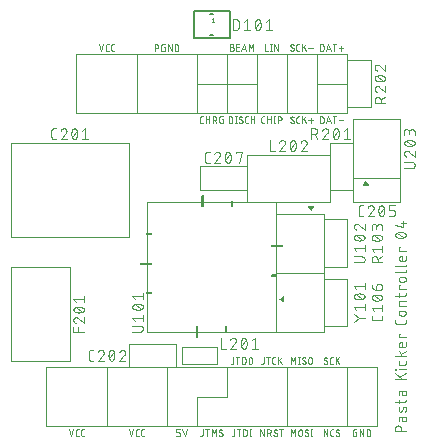
<source format=gbr>
G04 EAGLE Gerber RS-274X export*
G75*
%MOMM*%
%FSLAX34Y34*%
%LPD*%
%INSilkscreen Top*%
%IPPOS*%
%AMOC8*
5,1,8,0,0,1.08239X$1,22.5*%
G01*
%ADD10C,0.050800*%
%ADD11C,0.101600*%
%ADD12C,0.100000*%
%ADD13C,0.200000*%
%ADD14C,0.127000*%
%ADD15C,0.025400*%

G36*
X60008Y126502D02*
X60008Y126502D01*
X60017Y126501D01*
X60105Y126522D01*
X60195Y126540D01*
X60202Y126545D01*
X60210Y126547D01*
X60283Y126601D01*
X60359Y126653D01*
X60363Y126660D01*
X60370Y126665D01*
X60417Y126743D01*
X60466Y126820D01*
X60467Y126829D01*
X60472Y126836D01*
X60499Y127000D01*
X60499Y128000D01*
X60498Y128008D01*
X60499Y128015D01*
X60499Y128016D01*
X60499Y128017D01*
X60478Y128105D01*
X60460Y128195D01*
X60455Y128202D01*
X60453Y128210D01*
X60399Y128283D01*
X60347Y128359D01*
X60340Y128363D01*
X60335Y128370D01*
X60257Y128417D01*
X60180Y128466D01*
X60171Y128467D01*
X60164Y128472D01*
X60000Y128499D01*
X51000Y128499D01*
X50992Y128498D01*
X50983Y128499D01*
X50895Y128478D01*
X50805Y128460D01*
X50798Y128455D01*
X50790Y128453D01*
X50717Y128399D01*
X50641Y128347D01*
X50637Y128340D01*
X50630Y128335D01*
X50583Y128257D01*
X50534Y128180D01*
X50533Y128171D01*
X50528Y128164D01*
X50501Y128000D01*
X50501Y127000D01*
X50502Y126992D01*
X50501Y126983D01*
X50522Y126895D01*
X50540Y126805D01*
X50545Y126798D01*
X50547Y126790D01*
X50601Y126717D01*
X50653Y126641D01*
X50660Y126637D01*
X50665Y126630D01*
X50743Y126583D01*
X50820Y126534D01*
X50829Y126533D01*
X50836Y126528D01*
X51000Y126501D01*
X60000Y126501D01*
X60008Y126502D01*
G37*
G36*
X-50992Y111502D02*
X-50992Y111502D01*
X-50983Y111501D01*
X-50895Y111522D01*
X-50805Y111540D01*
X-50798Y111545D01*
X-50790Y111547D01*
X-50717Y111601D01*
X-50641Y111653D01*
X-50637Y111660D01*
X-50630Y111665D01*
X-50583Y111743D01*
X-50534Y111820D01*
X-50533Y111829D01*
X-50528Y111836D01*
X-50501Y112000D01*
X-50501Y113000D01*
X-50502Y113008D01*
X-50501Y113015D01*
X-50501Y113016D01*
X-50501Y113017D01*
X-50522Y113105D01*
X-50540Y113195D01*
X-50545Y113202D01*
X-50547Y113210D01*
X-50601Y113283D01*
X-50653Y113359D01*
X-50660Y113363D01*
X-50665Y113370D01*
X-50743Y113417D01*
X-50820Y113466D01*
X-50829Y113467D01*
X-50836Y113472D01*
X-51000Y113499D01*
X-60000Y113499D01*
X-60008Y113498D01*
X-60017Y113499D01*
X-60105Y113478D01*
X-60195Y113460D01*
X-60202Y113455D01*
X-60210Y113453D01*
X-60283Y113399D01*
X-60359Y113347D01*
X-60363Y113340D01*
X-60370Y113335D01*
X-60417Y113257D01*
X-60466Y113180D01*
X-60467Y113171D01*
X-60472Y113164D01*
X-60499Y113000D01*
X-60499Y112000D01*
X-60498Y111992D01*
X-60499Y111983D01*
X-60478Y111895D01*
X-60460Y111805D01*
X-60455Y111798D01*
X-60453Y111790D01*
X-60399Y111717D01*
X-60347Y111641D01*
X-60340Y111637D01*
X-60335Y111630D01*
X-60257Y111583D01*
X-60180Y111534D01*
X-60171Y111533D01*
X-60164Y111528D01*
X-60000Y111501D01*
X-51000Y111501D01*
X-50992Y111502D01*
G37*
G36*
X-6992Y160502D02*
X-6992Y160502D01*
X-6983Y160501D01*
X-6895Y160522D01*
X-6805Y160540D01*
X-6798Y160545D01*
X-6790Y160547D01*
X-6717Y160601D01*
X-6641Y160653D01*
X-6637Y160660D01*
X-6630Y160665D01*
X-6583Y160743D01*
X-6534Y160820D01*
X-6533Y160829D01*
X-6528Y160836D01*
X-6501Y161000D01*
X-6501Y170000D01*
X-6501Y170002D01*
X-6501Y170003D01*
X-6502Y170009D01*
X-6501Y170017D01*
X-6522Y170105D01*
X-6540Y170195D01*
X-6545Y170202D01*
X-6547Y170210D01*
X-6601Y170283D01*
X-6653Y170359D01*
X-6660Y170363D01*
X-6665Y170370D01*
X-6743Y170417D01*
X-6820Y170466D01*
X-6829Y170467D01*
X-6836Y170472D01*
X-7000Y170499D01*
X-8000Y170499D01*
X-8008Y170498D01*
X-8017Y170499D01*
X-8105Y170478D01*
X-8195Y170460D01*
X-8202Y170455D01*
X-8210Y170453D01*
X-8283Y170399D01*
X-8359Y170347D01*
X-8363Y170340D01*
X-8370Y170335D01*
X-8417Y170257D01*
X-8466Y170180D01*
X-8467Y170171D01*
X-8472Y170164D01*
X-8499Y170000D01*
X-8499Y161000D01*
X-8498Y160992D01*
X-8499Y160983D01*
X-8478Y160895D01*
X-8460Y160805D01*
X-8455Y160798D01*
X-8453Y160790D01*
X-8399Y160717D01*
X-8347Y160641D01*
X-8340Y160637D01*
X-8335Y160630D01*
X-8257Y160583D01*
X-8180Y160534D01*
X-8171Y160533D01*
X-8164Y160528D01*
X-8000Y160501D01*
X-7000Y160501D01*
X-6992Y160502D01*
G37*
G36*
X-11992Y49502D02*
X-11992Y49502D01*
X-11983Y49501D01*
X-11895Y49522D01*
X-11805Y49540D01*
X-11798Y49545D01*
X-11790Y49547D01*
X-11717Y49601D01*
X-11641Y49653D01*
X-11637Y49660D01*
X-11630Y49665D01*
X-11583Y49743D01*
X-11534Y49820D01*
X-11533Y49829D01*
X-11528Y49836D01*
X-11501Y50000D01*
X-11501Y59000D01*
X-11501Y59002D01*
X-11501Y59003D01*
X-11502Y59009D01*
X-11501Y59017D01*
X-11522Y59105D01*
X-11540Y59195D01*
X-11545Y59202D01*
X-11547Y59210D01*
X-11601Y59283D01*
X-11653Y59359D01*
X-11660Y59363D01*
X-11665Y59370D01*
X-11743Y59417D01*
X-11820Y59466D01*
X-11829Y59467D01*
X-11836Y59472D01*
X-12000Y59499D01*
X-13000Y59499D01*
X-13008Y59498D01*
X-13017Y59499D01*
X-13105Y59478D01*
X-13195Y59460D01*
X-13202Y59455D01*
X-13210Y59453D01*
X-13283Y59399D01*
X-13359Y59347D01*
X-13363Y59340D01*
X-13370Y59335D01*
X-13417Y59257D01*
X-13466Y59180D01*
X-13467Y59171D01*
X-13472Y59164D01*
X-13499Y59000D01*
X-13499Y50000D01*
X-13498Y49992D01*
X-13499Y49983D01*
X-13478Y49895D01*
X-13460Y49805D01*
X-13455Y49798D01*
X-13453Y49790D01*
X-13399Y49717D01*
X-13347Y49641D01*
X-13340Y49637D01*
X-13335Y49630D01*
X-13257Y49583D01*
X-13180Y49534D01*
X-13171Y49533D01*
X-13164Y49528D01*
X-13000Y49501D01*
X-12000Y49501D01*
X-11992Y49502D01*
G37*
G36*
X132554Y178512D02*
X132554Y178512D01*
X132609Y178513D01*
X132650Y178531D01*
X132695Y178540D01*
X132740Y178572D01*
X132791Y178594D01*
X132821Y178627D01*
X132859Y178653D01*
X132888Y178699D01*
X132926Y178740D01*
X132941Y178782D01*
X132966Y178820D01*
X132975Y178875D01*
X132994Y178927D01*
X132991Y178972D01*
X132999Y179017D01*
X132986Y179070D01*
X132983Y179125D01*
X132962Y179174D01*
X132953Y179210D01*
X132934Y179236D01*
X132915Y179277D01*
X130915Y182277D01*
X130911Y182282D01*
X130908Y182288D01*
X130867Y182327D01*
X130838Y182366D01*
X130809Y182383D01*
X130774Y182417D01*
X130768Y182420D01*
X130763Y182424D01*
X130699Y182448D01*
X130667Y182467D01*
X130637Y182472D01*
X130590Y182491D01*
X130583Y182491D01*
X130577Y182493D01*
X130525Y182491D01*
X130503Y182495D01*
X130497Y182495D01*
X130467Y182489D01*
X130391Y182487D01*
X130385Y182484D01*
X130378Y182484D01*
X130329Y182461D01*
X130302Y182455D01*
X130270Y182433D01*
X130209Y182406D01*
X130205Y182401D01*
X130199Y182398D01*
X130162Y182359D01*
X130138Y182343D01*
X130121Y182315D01*
X130085Y182277D01*
X128085Y179277D01*
X128064Y179226D01*
X128034Y179180D01*
X128027Y179135D01*
X128009Y179093D01*
X128010Y179038D01*
X128001Y178983D01*
X128012Y178939D01*
X128012Y178894D01*
X128034Y178844D01*
X128047Y178790D01*
X128074Y178754D01*
X128092Y178712D01*
X128132Y178674D01*
X128165Y178630D01*
X128204Y178607D01*
X128237Y178576D01*
X128289Y178557D01*
X128336Y178528D01*
X128388Y178520D01*
X128423Y178507D01*
X128456Y178508D01*
X128500Y178501D01*
X132500Y178501D01*
X132554Y178512D01*
G37*
G36*
X61061Y80012D02*
X61061Y80012D01*
X61106Y80012D01*
X61157Y80034D01*
X61210Y80047D01*
X61246Y80074D01*
X61288Y80092D01*
X61326Y80132D01*
X61370Y80165D01*
X61393Y80204D01*
X61424Y80237D01*
X61443Y80289D01*
X61472Y80336D01*
X61480Y80388D01*
X61493Y80423D01*
X61492Y80456D01*
X61499Y80500D01*
X61499Y84500D01*
X61498Y84506D01*
X61499Y84511D01*
X61488Y84556D01*
X61487Y84609D01*
X61469Y84650D01*
X61460Y84695D01*
X61428Y84740D01*
X61406Y84791D01*
X61373Y84821D01*
X61347Y84859D01*
X61301Y84888D01*
X61260Y84926D01*
X61218Y84941D01*
X61180Y84966D01*
X61125Y84975D01*
X61074Y84994D01*
X61028Y84991D01*
X60983Y84999D01*
X60930Y84986D01*
X60875Y84983D01*
X60826Y84962D01*
X60790Y84953D01*
X60764Y84934D01*
X60723Y84915D01*
X57723Y82915D01*
X57718Y82911D01*
X57712Y82908D01*
X57664Y82856D01*
X57646Y82844D01*
X57634Y82826D01*
X57583Y82774D01*
X57580Y82768D01*
X57576Y82763D01*
X57551Y82695D01*
X57539Y82677D01*
X57535Y82655D01*
X57509Y82590D01*
X57509Y82583D01*
X57507Y82577D01*
X57510Y82506D01*
X57506Y82480D01*
X57512Y82455D01*
X57513Y82391D01*
X57516Y82385D01*
X57516Y82378D01*
X57544Y82320D01*
X57552Y82287D01*
X57571Y82260D01*
X57594Y82209D01*
X57599Y82205D01*
X57602Y82199D01*
X57650Y82154D01*
X57669Y82127D01*
X57693Y82113D01*
X57723Y82085D01*
X60723Y80085D01*
X60774Y80064D01*
X60820Y80034D01*
X60865Y80027D01*
X60907Y80009D01*
X60962Y80010D01*
X61017Y80001D01*
X61061Y80012D01*
G37*
G36*
X84516Y157511D02*
X84516Y157511D01*
X84609Y157513D01*
X84615Y157516D01*
X84622Y157516D01*
X84706Y157556D01*
X84791Y157594D01*
X84795Y157599D01*
X84801Y157602D01*
X84915Y157723D01*
X86915Y160723D01*
X86936Y160774D01*
X86966Y160820D01*
X86973Y160865D01*
X86991Y160907D01*
X86990Y160962D01*
X86999Y161017D01*
X86988Y161061D01*
X86988Y161106D01*
X86966Y161157D01*
X86953Y161210D01*
X86926Y161246D01*
X86908Y161288D01*
X86868Y161326D01*
X86835Y161370D01*
X86796Y161393D01*
X86763Y161424D01*
X86711Y161443D01*
X86664Y161472D01*
X86612Y161480D01*
X86577Y161493D01*
X86544Y161492D01*
X86500Y161499D01*
X82500Y161499D01*
X82446Y161488D01*
X82391Y161487D01*
X82350Y161469D01*
X82305Y161460D01*
X82260Y161428D01*
X82209Y161406D01*
X82179Y161373D01*
X82141Y161347D01*
X82112Y161301D01*
X82074Y161260D01*
X82059Y161218D01*
X82034Y161180D01*
X82025Y161125D01*
X82006Y161074D01*
X82009Y161028D01*
X82001Y160983D01*
X82014Y160930D01*
X82017Y160875D01*
X82038Y160826D01*
X82047Y160790D01*
X82050Y160786D01*
X82067Y160763D01*
X82085Y160723D01*
X84085Y157723D01*
X84089Y157718D01*
X84092Y157712D01*
X84160Y157648D01*
X84226Y157583D01*
X84232Y157580D01*
X84237Y157576D01*
X84324Y157543D01*
X84410Y157509D01*
X84417Y157509D01*
X84423Y157507D01*
X84516Y157511D01*
G37*
G36*
X18008Y160502D02*
X18008Y160502D01*
X18017Y160501D01*
X18105Y160522D01*
X18195Y160540D01*
X18202Y160545D01*
X18210Y160547D01*
X18283Y160601D01*
X18359Y160653D01*
X18363Y160660D01*
X18370Y160665D01*
X18417Y160743D01*
X18466Y160820D01*
X18467Y160829D01*
X18472Y160836D01*
X18499Y161000D01*
X18499Y165000D01*
X18498Y165006D01*
X18499Y165011D01*
X18498Y165013D01*
X18499Y165017D01*
X18478Y165105D01*
X18460Y165195D01*
X18455Y165202D01*
X18453Y165210D01*
X18399Y165283D01*
X18347Y165359D01*
X18340Y165363D01*
X18335Y165370D01*
X18257Y165417D01*
X18180Y165466D01*
X18171Y165467D01*
X18164Y165472D01*
X18000Y165499D01*
X17000Y165499D01*
X16992Y165498D01*
X16983Y165499D01*
X16895Y165478D01*
X16805Y165460D01*
X16798Y165455D01*
X16790Y165453D01*
X16717Y165399D01*
X16641Y165347D01*
X16637Y165340D01*
X16630Y165335D01*
X16583Y165257D01*
X16534Y165180D01*
X16533Y165171D01*
X16528Y165164D01*
X16501Y165000D01*
X16501Y161000D01*
X16502Y160992D01*
X16501Y160983D01*
X16522Y160895D01*
X16540Y160805D01*
X16545Y160798D01*
X16547Y160790D01*
X16601Y160717D01*
X16653Y160641D01*
X16660Y160637D01*
X16665Y160630D01*
X16743Y160583D01*
X16820Y160534D01*
X16829Y160533D01*
X16836Y160528D01*
X17000Y160501D01*
X18000Y160501D01*
X18008Y160502D01*
G37*
G36*
X13008Y54502D02*
X13008Y54502D01*
X13017Y54501D01*
X13105Y54522D01*
X13195Y54540D01*
X13202Y54545D01*
X13210Y54547D01*
X13283Y54601D01*
X13359Y54653D01*
X13363Y54660D01*
X13370Y54665D01*
X13417Y54743D01*
X13466Y54820D01*
X13467Y54829D01*
X13472Y54836D01*
X13499Y55000D01*
X13499Y59000D01*
X13498Y59006D01*
X13499Y59011D01*
X13498Y59013D01*
X13499Y59017D01*
X13478Y59105D01*
X13460Y59195D01*
X13455Y59202D01*
X13453Y59210D01*
X13399Y59283D01*
X13347Y59359D01*
X13340Y59363D01*
X13335Y59370D01*
X13257Y59417D01*
X13180Y59466D01*
X13171Y59467D01*
X13164Y59472D01*
X13000Y59499D01*
X12000Y59499D01*
X11992Y59498D01*
X11983Y59499D01*
X11895Y59478D01*
X11805Y59460D01*
X11798Y59455D01*
X11790Y59453D01*
X11717Y59399D01*
X11641Y59347D01*
X11637Y59340D01*
X11630Y59335D01*
X11583Y59257D01*
X11534Y59180D01*
X11533Y59171D01*
X11528Y59164D01*
X11501Y59000D01*
X11501Y55000D01*
X11502Y54992D01*
X11501Y54983D01*
X11522Y54895D01*
X11540Y54805D01*
X11545Y54798D01*
X11547Y54790D01*
X11601Y54717D01*
X11653Y54641D01*
X11660Y54637D01*
X11665Y54630D01*
X11743Y54583D01*
X11820Y54534D01*
X11829Y54533D01*
X11836Y54528D01*
X12000Y54501D01*
X13000Y54501D01*
X13008Y54502D01*
G37*
G36*
X-50992Y136502D02*
X-50992Y136502D01*
X-50983Y136501D01*
X-50895Y136522D01*
X-50805Y136540D01*
X-50798Y136545D01*
X-50790Y136547D01*
X-50717Y136601D01*
X-50641Y136653D01*
X-50637Y136660D01*
X-50630Y136665D01*
X-50583Y136743D01*
X-50534Y136820D01*
X-50533Y136829D01*
X-50528Y136836D01*
X-50501Y137000D01*
X-50501Y138000D01*
X-50502Y138008D01*
X-50501Y138015D01*
X-50501Y138016D01*
X-50501Y138017D01*
X-50522Y138105D01*
X-50540Y138195D01*
X-50545Y138202D01*
X-50547Y138210D01*
X-50601Y138283D01*
X-50653Y138359D01*
X-50660Y138363D01*
X-50665Y138370D01*
X-50743Y138417D01*
X-50820Y138466D01*
X-50829Y138467D01*
X-50836Y138472D01*
X-51000Y138499D01*
X-55000Y138499D01*
X-55008Y138498D01*
X-55017Y138499D01*
X-55105Y138478D01*
X-55195Y138460D01*
X-55202Y138455D01*
X-55210Y138453D01*
X-55283Y138399D01*
X-55359Y138347D01*
X-55363Y138340D01*
X-55370Y138335D01*
X-55417Y138257D01*
X-55466Y138180D01*
X-55467Y138171D01*
X-55472Y138164D01*
X-55499Y138000D01*
X-55499Y137000D01*
X-55498Y136992D01*
X-55499Y136983D01*
X-55478Y136895D01*
X-55460Y136805D01*
X-55455Y136798D01*
X-55453Y136790D01*
X-55399Y136717D01*
X-55347Y136641D01*
X-55340Y136637D01*
X-55335Y136630D01*
X-55257Y136583D01*
X-55180Y136534D01*
X-55171Y136533D01*
X-55164Y136528D01*
X-55000Y136501D01*
X-51000Y136501D01*
X-50992Y136502D01*
G37*
G36*
X55008Y101502D02*
X55008Y101502D01*
X55017Y101501D01*
X55105Y101522D01*
X55195Y101540D01*
X55202Y101545D01*
X55210Y101547D01*
X55283Y101601D01*
X55359Y101653D01*
X55363Y101660D01*
X55370Y101665D01*
X55417Y101743D01*
X55466Y101820D01*
X55467Y101829D01*
X55472Y101836D01*
X55499Y102000D01*
X55499Y103000D01*
X55498Y103008D01*
X55499Y103015D01*
X55499Y103016D01*
X55499Y103017D01*
X55478Y103105D01*
X55460Y103195D01*
X55455Y103202D01*
X55453Y103210D01*
X55399Y103283D01*
X55347Y103359D01*
X55340Y103363D01*
X55335Y103370D01*
X55257Y103417D01*
X55180Y103466D01*
X55171Y103467D01*
X55164Y103472D01*
X55000Y103499D01*
X51000Y103499D01*
X50992Y103498D01*
X50983Y103499D01*
X50895Y103478D01*
X50805Y103460D01*
X50798Y103455D01*
X50790Y103453D01*
X50717Y103399D01*
X50641Y103347D01*
X50637Y103340D01*
X50630Y103335D01*
X50583Y103257D01*
X50534Y103180D01*
X50533Y103171D01*
X50528Y103164D01*
X50501Y103000D01*
X50501Y102000D01*
X50502Y101992D01*
X50501Y101983D01*
X50522Y101895D01*
X50540Y101805D01*
X50545Y101798D01*
X50547Y101790D01*
X50601Y101717D01*
X50653Y101641D01*
X50660Y101637D01*
X50665Y101630D01*
X50743Y101583D01*
X50820Y101534D01*
X50829Y101533D01*
X50836Y101528D01*
X51000Y101501D01*
X55000Y101501D01*
X55008Y101502D01*
G37*
G36*
X-50992Y86502D02*
X-50992Y86502D01*
X-50983Y86501D01*
X-50895Y86522D01*
X-50805Y86540D01*
X-50798Y86545D01*
X-50790Y86547D01*
X-50717Y86601D01*
X-50641Y86653D01*
X-50637Y86660D01*
X-50630Y86665D01*
X-50583Y86743D01*
X-50534Y86820D01*
X-50533Y86829D01*
X-50528Y86836D01*
X-50501Y87000D01*
X-50501Y88000D01*
X-50502Y88008D01*
X-50501Y88015D01*
X-50501Y88016D01*
X-50501Y88017D01*
X-50522Y88105D01*
X-50540Y88195D01*
X-50545Y88202D01*
X-50547Y88210D01*
X-50601Y88283D01*
X-50653Y88359D01*
X-50660Y88363D01*
X-50665Y88370D01*
X-50743Y88417D01*
X-50820Y88466D01*
X-50829Y88467D01*
X-50836Y88472D01*
X-51000Y88499D01*
X-55000Y88499D01*
X-55008Y88498D01*
X-55017Y88499D01*
X-55105Y88478D01*
X-55195Y88460D01*
X-55202Y88455D01*
X-55210Y88453D01*
X-55283Y88399D01*
X-55359Y88347D01*
X-55363Y88340D01*
X-55370Y88335D01*
X-55417Y88257D01*
X-55466Y88180D01*
X-55467Y88171D01*
X-55472Y88164D01*
X-55499Y88000D01*
X-55499Y87000D01*
X-55498Y86992D01*
X-55499Y86983D01*
X-55478Y86895D01*
X-55460Y86805D01*
X-55455Y86798D01*
X-55453Y86790D01*
X-55399Y86717D01*
X-55347Y86641D01*
X-55340Y86637D01*
X-55335Y86630D01*
X-55257Y86583D01*
X-55180Y86534D01*
X-55171Y86533D01*
X-55164Y86528D01*
X-55000Y86501D01*
X-51000Y86501D01*
X-50992Y86502D01*
G37*
D10*
X-95318Y298342D02*
X-93455Y292754D01*
X-91593Y298342D01*
X-88296Y292754D02*
X-87054Y292754D01*
X-88296Y292754D02*
X-88366Y292756D01*
X-88435Y292762D01*
X-88504Y292772D01*
X-88572Y292785D01*
X-88640Y292803D01*
X-88706Y292824D01*
X-88771Y292849D01*
X-88835Y292877D01*
X-88897Y292909D01*
X-88957Y292944D01*
X-89015Y292983D01*
X-89070Y293025D01*
X-89124Y293070D01*
X-89174Y293118D01*
X-89222Y293168D01*
X-89267Y293222D01*
X-89309Y293277D01*
X-89348Y293335D01*
X-89383Y293395D01*
X-89415Y293457D01*
X-89443Y293521D01*
X-89468Y293586D01*
X-89489Y293652D01*
X-89507Y293720D01*
X-89520Y293788D01*
X-89530Y293857D01*
X-89536Y293926D01*
X-89538Y293996D01*
X-89537Y293996D02*
X-89537Y297100D01*
X-89538Y297100D02*
X-89536Y297170D01*
X-89530Y297239D01*
X-89520Y297308D01*
X-89507Y297376D01*
X-89489Y297444D01*
X-89468Y297510D01*
X-89443Y297575D01*
X-89415Y297639D01*
X-89383Y297701D01*
X-89348Y297761D01*
X-89309Y297819D01*
X-89267Y297874D01*
X-89222Y297928D01*
X-89174Y297978D01*
X-89124Y298026D01*
X-89070Y298071D01*
X-89015Y298113D01*
X-88957Y298152D01*
X-88897Y298187D01*
X-88835Y298219D01*
X-88771Y298247D01*
X-88706Y298272D01*
X-88640Y298293D01*
X-88572Y298311D01*
X-88504Y298324D01*
X-88435Y298334D01*
X-88366Y298340D01*
X-88296Y298342D01*
X-87054Y298342D01*
X-83724Y292754D02*
X-82482Y292754D01*
X-83724Y292754D02*
X-83794Y292756D01*
X-83863Y292762D01*
X-83932Y292772D01*
X-84000Y292785D01*
X-84068Y292803D01*
X-84134Y292824D01*
X-84199Y292849D01*
X-84263Y292877D01*
X-84325Y292909D01*
X-84385Y292944D01*
X-84443Y292983D01*
X-84498Y293025D01*
X-84552Y293070D01*
X-84602Y293118D01*
X-84650Y293168D01*
X-84695Y293222D01*
X-84737Y293277D01*
X-84776Y293335D01*
X-84811Y293395D01*
X-84843Y293457D01*
X-84871Y293521D01*
X-84896Y293586D01*
X-84917Y293652D01*
X-84935Y293720D01*
X-84948Y293788D01*
X-84958Y293857D01*
X-84964Y293926D01*
X-84966Y293996D01*
X-84966Y297100D01*
X-84964Y297170D01*
X-84958Y297239D01*
X-84948Y297308D01*
X-84935Y297376D01*
X-84917Y297444D01*
X-84896Y297510D01*
X-84871Y297575D01*
X-84843Y297639D01*
X-84811Y297701D01*
X-84776Y297761D01*
X-84737Y297819D01*
X-84695Y297874D01*
X-84650Y297928D01*
X-84602Y297978D01*
X-84552Y298026D01*
X-84498Y298071D01*
X-84443Y298113D01*
X-84385Y298152D01*
X-84325Y298187D01*
X-84263Y298219D01*
X-84199Y298247D01*
X-84134Y298272D01*
X-84068Y298293D01*
X-84000Y298311D01*
X-83932Y298324D01*
X-83863Y298334D01*
X-83794Y298340D01*
X-83724Y298342D01*
X-82482Y298342D01*
X-48206Y298342D02*
X-48206Y292754D01*
X-48206Y298342D02*
X-46654Y298342D01*
X-46577Y298340D01*
X-46499Y298334D01*
X-46423Y298325D01*
X-46346Y298311D01*
X-46271Y298294D01*
X-46197Y298273D01*
X-46123Y298248D01*
X-46051Y298220D01*
X-45981Y298188D01*
X-45912Y298153D01*
X-45845Y298114D01*
X-45780Y298072D01*
X-45717Y298027D01*
X-45656Y297979D01*
X-45598Y297928D01*
X-45543Y297874D01*
X-45490Y297817D01*
X-45441Y297758D01*
X-45394Y297696D01*
X-45350Y297632D01*
X-45310Y297566D01*
X-45273Y297498D01*
X-45239Y297428D01*
X-45209Y297357D01*
X-45183Y297284D01*
X-45160Y297210D01*
X-45141Y297135D01*
X-45126Y297060D01*
X-45114Y296983D01*
X-45106Y296906D01*
X-45102Y296829D01*
X-45102Y296751D01*
X-45106Y296674D01*
X-45114Y296597D01*
X-45126Y296520D01*
X-45141Y296445D01*
X-45160Y296370D01*
X-45183Y296296D01*
X-45209Y296223D01*
X-45239Y296152D01*
X-45273Y296082D01*
X-45310Y296014D01*
X-45350Y295948D01*
X-45394Y295884D01*
X-45441Y295822D01*
X-45490Y295763D01*
X-45543Y295706D01*
X-45598Y295652D01*
X-45656Y295601D01*
X-45717Y295553D01*
X-45780Y295508D01*
X-45845Y295466D01*
X-45912Y295427D01*
X-45981Y295392D01*
X-46051Y295360D01*
X-46123Y295332D01*
X-46197Y295307D01*
X-46271Y295286D01*
X-46346Y295269D01*
X-46423Y295255D01*
X-46499Y295246D01*
X-46577Y295240D01*
X-46654Y295238D01*
X-48206Y295238D01*
X-40630Y295858D02*
X-39698Y295858D01*
X-39698Y292754D01*
X-41561Y292754D01*
X-41631Y292756D01*
X-41700Y292762D01*
X-41769Y292772D01*
X-41837Y292785D01*
X-41905Y292803D01*
X-41971Y292824D01*
X-42036Y292849D01*
X-42100Y292877D01*
X-42162Y292909D01*
X-42222Y292944D01*
X-42280Y292983D01*
X-42335Y293025D01*
X-42389Y293070D01*
X-42439Y293118D01*
X-42487Y293168D01*
X-42532Y293222D01*
X-42574Y293277D01*
X-42613Y293335D01*
X-42648Y293395D01*
X-42680Y293457D01*
X-42708Y293521D01*
X-42733Y293586D01*
X-42754Y293652D01*
X-42772Y293720D01*
X-42785Y293788D01*
X-42795Y293857D01*
X-42801Y293926D01*
X-42803Y293996D01*
X-42803Y297100D01*
X-42801Y297170D01*
X-42795Y297239D01*
X-42785Y297308D01*
X-42772Y297376D01*
X-42754Y297444D01*
X-42733Y297510D01*
X-42708Y297575D01*
X-42680Y297639D01*
X-42648Y297701D01*
X-42613Y297761D01*
X-42574Y297819D01*
X-42532Y297874D01*
X-42487Y297928D01*
X-42439Y297978D01*
X-42389Y298026D01*
X-42335Y298071D01*
X-42280Y298113D01*
X-42222Y298152D01*
X-42162Y298187D01*
X-42100Y298219D01*
X-42036Y298247D01*
X-41971Y298272D01*
X-41905Y298293D01*
X-41837Y298311D01*
X-41769Y298324D01*
X-41700Y298334D01*
X-41631Y298340D01*
X-41561Y298342D01*
X-39698Y298342D01*
X-36951Y298342D02*
X-36951Y292754D01*
X-33846Y292754D02*
X-36951Y298342D01*
X-33846Y298342D02*
X-33846Y292754D01*
X-31098Y292754D02*
X-31098Y298342D01*
X-29546Y298342D01*
X-29470Y298340D01*
X-29394Y298335D01*
X-29318Y298325D01*
X-29243Y298312D01*
X-29169Y298295D01*
X-29095Y298275D01*
X-29023Y298251D01*
X-28952Y298224D01*
X-28882Y298193D01*
X-28814Y298159D01*
X-28748Y298121D01*
X-28684Y298080D01*
X-28621Y298037D01*
X-28561Y297990D01*
X-28504Y297940D01*
X-28449Y297887D01*
X-28396Y297832D01*
X-28346Y297775D01*
X-28299Y297715D01*
X-28256Y297652D01*
X-28215Y297588D01*
X-28177Y297522D01*
X-28143Y297454D01*
X-28112Y297384D01*
X-28085Y297313D01*
X-28061Y297241D01*
X-28041Y297167D01*
X-28024Y297093D01*
X-28011Y297018D01*
X-28001Y296942D01*
X-27996Y296866D01*
X-27994Y296790D01*
X-27994Y294306D01*
X-27996Y294230D01*
X-28001Y294154D01*
X-28011Y294078D01*
X-28024Y294003D01*
X-28041Y293929D01*
X-28061Y293855D01*
X-28085Y293783D01*
X-28112Y293712D01*
X-28143Y293642D01*
X-28177Y293574D01*
X-28215Y293508D01*
X-28256Y293444D01*
X-28299Y293381D01*
X-28346Y293321D01*
X-28396Y293264D01*
X-28449Y293209D01*
X-28504Y293156D01*
X-28561Y293106D01*
X-28621Y293059D01*
X-28684Y293016D01*
X-28748Y292975D01*
X-28814Y292937D01*
X-28882Y292903D01*
X-28952Y292872D01*
X-29023Y292845D01*
X-29095Y292821D01*
X-29169Y292801D01*
X-29243Y292784D01*
X-29318Y292771D01*
X-29394Y292761D01*
X-29470Y292756D01*
X-29546Y292754D01*
X-31098Y292754D01*
D11*
X155428Y-29492D02*
X164572Y-29492D01*
X155428Y-29492D02*
X155428Y-26952D01*
X155430Y-26852D01*
X155436Y-26753D01*
X155446Y-26653D01*
X155459Y-26555D01*
X155477Y-26456D01*
X155498Y-26359D01*
X155523Y-26263D01*
X155552Y-26167D01*
X155585Y-26073D01*
X155621Y-25980D01*
X155661Y-25889D01*
X155705Y-25799D01*
X155752Y-25711D01*
X155802Y-25625D01*
X155856Y-25541D01*
X155913Y-25459D01*
X155973Y-25380D01*
X156037Y-25302D01*
X156103Y-25228D01*
X156172Y-25156D01*
X156244Y-25087D01*
X156318Y-25021D01*
X156396Y-24957D01*
X156475Y-24897D01*
X156557Y-24840D01*
X156641Y-24786D01*
X156727Y-24736D01*
X156815Y-24689D01*
X156905Y-24645D01*
X156996Y-24605D01*
X157089Y-24569D01*
X157183Y-24536D01*
X157279Y-24507D01*
X157375Y-24482D01*
X157472Y-24461D01*
X157571Y-24443D01*
X157669Y-24430D01*
X157769Y-24420D01*
X157868Y-24414D01*
X157968Y-24412D01*
X158068Y-24414D01*
X158167Y-24420D01*
X158267Y-24430D01*
X158365Y-24443D01*
X158464Y-24461D01*
X158561Y-24482D01*
X158657Y-24507D01*
X158753Y-24536D01*
X158847Y-24569D01*
X158940Y-24605D01*
X159031Y-24645D01*
X159121Y-24689D01*
X159209Y-24736D01*
X159295Y-24786D01*
X159379Y-24840D01*
X159461Y-24897D01*
X159540Y-24957D01*
X159618Y-25021D01*
X159692Y-25087D01*
X159764Y-25156D01*
X159833Y-25228D01*
X159899Y-25302D01*
X159963Y-25380D01*
X160023Y-25459D01*
X160080Y-25541D01*
X160134Y-25625D01*
X160184Y-25711D01*
X160231Y-25799D01*
X160275Y-25889D01*
X160315Y-25980D01*
X160351Y-26073D01*
X160384Y-26167D01*
X160413Y-26263D01*
X160438Y-26359D01*
X160459Y-26456D01*
X160477Y-26555D01*
X160490Y-26653D01*
X160500Y-26753D01*
X160506Y-26852D01*
X160508Y-26952D01*
X160508Y-29492D01*
X161016Y-19182D02*
X161016Y-16896D01*
X161016Y-19182D02*
X161018Y-19265D01*
X161024Y-19348D01*
X161034Y-19431D01*
X161047Y-19514D01*
X161065Y-19595D01*
X161086Y-19676D01*
X161111Y-19755D01*
X161140Y-19833D01*
X161172Y-19910D01*
X161208Y-19985D01*
X161247Y-20059D01*
X161290Y-20130D01*
X161336Y-20200D01*
X161386Y-20267D01*
X161438Y-20332D01*
X161493Y-20394D01*
X161552Y-20454D01*
X161613Y-20511D01*
X161676Y-20565D01*
X161742Y-20616D01*
X161811Y-20663D01*
X161881Y-20708D01*
X161954Y-20749D01*
X162028Y-20786D01*
X162104Y-20821D01*
X162182Y-20851D01*
X162260Y-20878D01*
X162341Y-20901D01*
X162422Y-20921D01*
X162504Y-20936D01*
X162586Y-20948D01*
X162669Y-20956D01*
X162752Y-20960D01*
X162836Y-20960D01*
X162919Y-20956D01*
X163002Y-20948D01*
X163084Y-20936D01*
X163166Y-20921D01*
X163247Y-20901D01*
X163328Y-20878D01*
X163406Y-20851D01*
X163484Y-20821D01*
X163560Y-20786D01*
X163634Y-20749D01*
X163707Y-20708D01*
X163777Y-20663D01*
X163846Y-20616D01*
X163912Y-20565D01*
X163975Y-20511D01*
X164036Y-20454D01*
X164095Y-20394D01*
X164150Y-20332D01*
X164202Y-20267D01*
X164252Y-20200D01*
X164298Y-20130D01*
X164341Y-20059D01*
X164380Y-19985D01*
X164416Y-19910D01*
X164448Y-19833D01*
X164477Y-19755D01*
X164502Y-19676D01*
X164523Y-19595D01*
X164541Y-19514D01*
X164554Y-19431D01*
X164564Y-19348D01*
X164570Y-19265D01*
X164572Y-19182D01*
X164572Y-16896D01*
X160000Y-16896D01*
X159923Y-16898D01*
X159846Y-16904D01*
X159769Y-16914D01*
X159693Y-16927D01*
X159618Y-16945D01*
X159544Y-16966D01*
X159471Y-16991D01*
X159399Y-17020D01*
X159329Y-17052D01*
X159260Y-17087D01*
X159194Y-17127D01*
X159129Y-17169D01*
X159067Y-17215D01*
X159007Y-17264D01*
X158950Y-17315D01*
X158895Y-17370D01*
X158844Y-17427D01*
X158795Y-17487D01*
X158749Y-17549D01*
X158707Y-17614D01*
X158667Y-17680D01*
X158632Y-17749D01*
X158600Y-17819D01*
X158571Y-17891D01*
X158546Y-17964D01*
X158525Y-18038D01*
X158507Y-18113D01*
X158494Y-18189D01*
X158484Y-18266D01*
X158478Y-18343D01*
X158476Y-18420D01*
X158476Y-20452D01*
X161016Y-11915D02*
X162032Y-9375D01*
X161016Y-11915D02*
X160987Y-11981D01*
X160955Y-12045D01*
X160920Y-12107D01*
X160881Y-12168D01*
X160839Y-12226D01*
X160794Y-12281D01*
X160746Y-12335D01*
X160695Y-12385D01*
X160642Y-12433D01*
X160586Y-12478D01*
X160528Y-12519D01*
X160467Y-12557D01*
X160404Y-12592D01*
X160340Y-12624D01*
X160274Y-12652D01*
X160207Y-12676D01*
X160138Y-12697D01*
X160069Y-12714D01*
X159998Y-12727D01*
X159927Y-12736D01*
X159856Y-12742D01*
X159784Y-12743D01*
X159712Y-12741D01*
X159641Y-12734D01*
X159570Y-12724D01*
X159500Y-12710D01*
X159430Y-12692D01*
X159362Y-12670D01*
X159295Y-12645D01*
X159229Y-12616D01*
X159165Y-12584D01*
X159103Y-12548D01*
X159043Y-12509D01*
X158986Y-12466D01*
X158930Y-12421D01*
X158877Y-12373D01*
X158827Y-12321D01*
X158780Y-12268D01*
X158736Y-12211D01*
X158695Y-12153D01*
X158657Y-12092D01*
X158622Y-12029D01*
X158591Y-11964D01*
X158564Y-11898D01*
X158540Y-11831D01*
X158520Y-11762D01*
X158503Y-11692D01*
X158491Y-11621D01*
X158482Y-11550D01*
X158477Y-11479D01*
X158476Y-11407D01*
X158476Y-11408D02*
X158480Y-11260D01*
X158487Y-11113D01*
X158499Y-10966D01*
X158514Y-10820D01*
X158533Y-10673D01*
X158556Y-10528D01*
X158582Y-10383D01*
X158612Y-10239D01*
X158646Y-10095D01*
X158684Y-9953D01*
X158725Y-9811D01*
X158769Y-9671D01*
X158818Y-9531D01*
X158870Y-9393D01*
X158925Y-9257D01*
X158984Y-9122D01*
X162032Y-9375D02*
X162061Y-9309D01*
X162093Y-9245D01*
X162128Y-9183D01*
X162167Y-9122D01*
X162209Y-9064D01*
X162254Y-9009D01*
X162302Y-8955D01*
X162353Y-8905D01*
X162406Y-8857D01*
X162462Y-8812D01*
X162520Y-8771D01*
X162581Y-8733D01*
X162644Y-8698D01*
X162708Y-8666D01*
X162774Y-8638D01*
X162841Y-8614D01*
X162910Y-8593D01*
X162979Y-8576D01*
X163050Y-8563D01*
X163121Y-8554D01*
X163192Y-8548D01*
X163264Y-8547D01*
X163336Y-8549D01*
X163407Y-8556D01*
X163478Y-8566D01*
X163548Y-8580D01*
X163618Y-8598D01*
X163686Y-8620D01*
X163753Y-8645D01*
X163819Y-8674D01*
X163883Y-8706D01*
X163945Y-8742D01*
X164005Y-8781D01*
X164062Y-8824D01*
X164118Y-8869D01*
X164171Y-8917D01*
X164221Y-8969D01*
X164268Y-9022D01*
X164312Y-9079D01*
X164353Y-9137D01*
X164391Y-9198D01*
X164426Y-9261D01*
X164457Y-9326D01*
X164484Y-9392D01*
X164508Y-9459D01*
X164528Y-9528D01*
X164545Y-9598D01*
X164557Y-9669D01*
X164566Y-9740D01*
X164571Y-9811D01*
X164572Y-9883D01*
X164567Y-10087D01*
X164557Y-10290D01*
X164542Y-10493D01*
X164522Y-10696D01*
X164497Y-10899D01*
X164468Y-11100D01*
X164434Y-11301D01*
X164395Y-11501D01*
X164352Y-11700D01*
X164303Y-11898D01*
X164251Y-12095D01*
X164193Y-12290D01*
X164131Y-12484D01*
X164064Y-12677D01*
X158476Y-5547D02*
X158476Y-2499D01*
X155428Y-4531D02*
X163048Y-4531D01*
X163125Y-4529D01*
X163202Y-4523D01*
X163279Y-4513D01*
X163355Y-4500D01*
X163430Y-4482D01*
X163504Y-4461D01*
X163577Y-4436D01*
X163649Y-4407D01*
X163719Y-4375D01*
X163788Y-4340D01*
X163854Y-4300D01*
X163919Y-4258D01*
X163981Y-4212D01*
X164041Y-4163D01*
X164098Y-4112D01*
X164153Y-4057D01*
X164204Y-4000D01*
X164253Y-3940D01*
X164299Y-3878D01*
X164341Y-3813D01*
X164381Y-3747D01*
X164416Y-3678D01*
X164448Y-3608D01*
X164477Y-3536D01*
X164502Y-3463D01*
X164523Y-3389D01*
X164541Y-3314D01*
X164554Y-3238D01*
X164564Y-3161D01*
X164570Y-3084D01*
X164572Y-3007D01*
X164572Y-2499D01*
X161016Y2764D02*
X161016Y5050D01*
X161016Y2764D02*
X161018Y2681D01*
X161024Y2598D01*
X161034Y2515D01*
X161047Y2432D01*
X161065Y2351D01*
X161086Y2270D01*
X161111Y2191D01*
X161140Y2113D01*
X161172Y2036D01*
X161208Y1961D01*
X161247Y1887D01*
X161290Y1816D01*
X161336Y1746D01*
X161386Y1679D01*
X161438Y1614D01*
X161493Y1552D01*
X161552Y1492D01*
X161613Y1435D01*
X161676Y1381D01*
X161742Y1330D01*
X161811Y1283D01*
X161881Y1238D01*
X161954Y1197D01*
X162028Y1160D01*
X162104Y1125D01*
X162182Y1095D01*
X162260Y1068D01*
X162341Y1045D01*
X162422Y1025D01*
X162504Y1010D01*
X162586Y998D01*
X162669Y990D01*
X162752Y986D01*
X162836Y986D01*
X162919Y990D01*
X163002Y998D01*
X163084Y1010D01*
X163166Y1025D01*
X163247Y1045D01*
X163328Y1068D01*
X163406Y1095D01*
X163484Y1125D01*
X163560Y1160D01*
X163634Y1197D01*
X163707Y1238D01*
X163777Y1283D01*
X163846Y1330D01*
X163912Y1381D01*
X163975Y1435D01*
X164036Y1492D01*
X164095Y1552D01*
X164150Y1614D01*
X164202Y1679D01*
X164252Y1746D01*
X164298Y1816D01*
X164341Y1887D01*
X164380Y1961D01*
X164416Y2036D01*
X164448Y2113D01*
X164477Y2191D01*
X164502Y2270D01*
X164523Y2351D01*
X164541Y2432D01*
X164554Y2515D01*
X164564Y2598D01*
X164570Y2681D01*
X164572Y2764D01*
X164572Y5050D01*
X160000Y5050D01*
X159923Y5048D01*
X159846Y5042D01*
X159769Y5032D01*
X159693Y5019D01*
X159618Y5001D01*
X159544Y4980D01*
X159471Y4955D01*
X159399Y4926D01*
X159329Y4894D01*
X159260Y4859D01*
X159194Y4819D01*
X159129Y4777D01*
X159067Y4731D01*
X159007Y4682D01*
X158950Y4631D01*
X158895Y4576D01*
X158844Y4519D01*
X158795Y4459D01*
X158749Y4397D01*
X158707Y4332D01*
X158667Y4266D01*
X158632Y4197D01*
X158600Y4127D01*
X158571Y4055D01*
X158546Y3982D01*
X158525Y3908D01*
X158507Y3833D01*
X158494Y3757D01*
X158484Y3680D01*
X158478Y3603D01*
X158476Y3526D01*
X158476Y1494D01*
X155428Y14704D02*
X164572Y14704D01*
X161016Y14704D02*
X155428Y19784D01*
X158984Y16736D02*
X164572Y19784D01*
X164572Y23187D02*
X158476Y23187D01*
X155936Y22933D02*
X155428Y22933D01*
X155428Y23441D01*
X155936Y23441D01*
X155936Y22933D01*
X164572Y28482D02*
X164572Y30514D01*
X164572Y28482D02*
X164570Y28405D01*
X164564Y28328D01*
X164554Y28251D01*
X164541Y28175D01*
X164523Y28100D01*
X164502Y28026D01*
X164477Y27953D01*
X164448Y27881D01*
X164416Y27811D01*
X164381Y27742D01*
X164341Y27676D01*
X164299Y27611D01*
X164253Y27549D01*
X164204Y27489D01*
X164153Y27432D01*
X164098Y27377D01*
X164041Y27326D01*
X163981Y27277D01*
X163919Y27231D01*
X163854Y27189D01*
X163788Y27149D01*
X163719Y27114D01*
X163649Y27082D01*
X163577Y27053D01*
X163504Y27028D01*
X163430Y27007D01*
X163355Y26989D01*
X163279Y26976D01*
X163202Y26966D01*
X163125Y26960D01*
X163048Y26958D01*
X160000Y26958D01*
X159923Y26960D01*
X159846Y26966D01*
X159769Y26976D01*
X159693Y26989D01*
X159618Y27007D01*
X159544Y27028D01*
X159471Y27053D01*
X159399Y27082D01*
X159329Y27114D01*
X159260Y27149D01*
X159194Y27189D01*
X159129Y27231D01*
X159067Y27277D01*
X159007Y27326D01*
X158950Y27377D01*
X158895Y27432D01*
X158844Y27489D01*
X158795Y27549D01*
X158749Y27611D01*
X158707Y27676D01*
X158667Y27742D01*
X158632Y27811D01*
X158600Y27881D01*
X158571Y27953D01*
X158546Y28026D01*
X158525Y28100D01*
X158507Y28175D01*
X158494Y28251D01*
X158484Y28328D01*
X158478Y28405D01*
X158476Y28482D01*
X158476Y30514D01*
X155428Y34384D02*
X164572Y34384D01*
X161524Y34384D02*
X158476Y38448D01*
X160254Y36162D02*
X164572Y38448D01*
X164572Y43406D02*
X164572Y45946D01*
X164572Y43406D02*
X164570Y43329D01*
X164564Y43252D01*
X164554Y43175D01*
X164541Y43099D01*
X164523Y43024D01*
X164502Y42950D01*
X164477Y42877D01*
X164448Y42805D01*
X164416Y42735D01*
X164381Y42666D01*
X164341Y42600D01*
X164299Y42535D01*
X164253Y42473D01*
X164204Y42413D01*
X164153Y42356D01*
X164098Y42301D01*
X164041Y42250D01*
X163981Y42201D01*
X163919Y42155D01*
X163854Y42113D01*
X163788Y42073D01*
X163719Y42038D01*
X163649Y42006D01*
X163577Y41977D01*
X163504Y41952D01*
X163430Y41931D01*
X163355Y41913D01*
X163279Y41900D01*
X163202Y41890D01*
X163125Y41884D01*
X163048Y41882D01*
X160508Y41882D01*
X160419Y41884D01*
X160331Y41890D01*
X160243Y41899D01*
X160155Y41913D01*
X160068Y41930D01*
X159982Y41951D01*
X159897Y41976D01*
X159813Y42005D01*
X159730Y42037D01*
X159649Y42072D01*
X159570Y42112D01*
X159492Y42154D01*
X159416Y42200D01*
X159342Y42249D01*
X159271Y42302D01*
X159202Y42357D01*
X159135Y42416D01*
X159071Y42477D01*
X159010Y42541D01*
X158951Y42608D01*
X158896Y42677D01*
X158843Y42748D01*
X158794Y42822D01*
X158748Y42898D01*
X158706Y42976D01*
X158666Y43055D01*
X158631Y43136D01*
X158599Y43219D01*
X158570Y43303D01*
X158545Y43388D01*
X158524Y43474D01*
X158507Y43561D01*
X158493Y43649D01*
X158484Y43737D01*
X158478Y43825D01*
X158476Y43914D01*
X158478Y44003D01*
X158484Y44091D01*
X158493Y44179D01*
X158507Y44267D01*
X158524Y44354D01*
X158545Y44440D01*
X158570Y44525D01*
X158599Y44609D01*
X158631Y44692D01*
X158666Y44773D01*
X158706Y44852D01*
X158748Y44930D01*
X158794Y45006D01*
X158843Y45080D01*
X158896Y45151D01*
X158951Y45220D01*
X159010Y45287D01*
X159071Y45351D01*
X159135Y45412D01*
X159202Y45471D01*
X159271Y45526D01*
X159342Y45579D01*
X159416Y45628D01*
X159492Y45674D01*
X159570Y45716D01*
X159649Y45756D01*
X159730Y45791D01*
X159813Y45823D01*
X159897Y45852D01*
X159982Y45877D01*
X160068Y45898D01*
X160155Y45915D01*
X160243Y45929D01*
X160331Y45938D01*
X160419Y45944D01*
X160508Y45946D01*
X161524Y45946D01*
X161524Y41882D01*
X164572Y50171D02*
X158476Y50171D01*
X158476Y53219D01*
X159492Y53219D01*
X164572Y63188D02*
X164572Y65220D01*
X164572Y63188D02*
X164570Y63099D01*
X164564Y63011D01*
X164555Y62923D01*
X164541Y62835D01*
X164524Y62748D01*
X164503Y62662D01*
X164478Y62577D01*
X164449Y62493D01*
X164417Y62410D01*
X164382Y62329D01*
X164342Y62250D01*
X164300Y62172D01*
X164254Y62096D01*
X164205Y62022D01*
X164152Y61951D01*
X164097Y61882D01*
X164038Y61815D01*
X163977Y61751D01*
X163913Y61690D01*
X163846Y61631D01*
X163777Y61576D01*
X163706Y61523D01*
X163632Y61474D01*
X163556Y61428D01*
X163478Y61386D01*
X163399Y61346D01*
X163318Y61311D01*
X163235Y61279D01*
X163151Y61250D01*
X163066Y61225D01*
X162980Y61204D01*
X162893Y61187D01*
X162805Y61173D01*
X162717Y61164D01*
X162629Y61158D01*
X162540Y61156D01*
X157460Y61156D01*
X157371Y61158D01*
X157283Y61164D01*
X157195Y61173D01*
X157107Y61187D01*
X157020Y61204D01*
X156934Y61225D01*
X156849Y61250D01*
X156765Y61279D01*
X156682Y61311D01*
X156601Y61346D01*
X156522Y61386D01*
X156444Y61428D01*
X156368Y61474D01*
X156294Y61523D01*
X156223Y61576D01*
X156154Y61631D01*
X156087Y61690D01*
X156023Y61751D01*
X155962Y61815D01*
X155903Y61882D01*
X155848Y61951D01*
X155795Y62022D01*
X155746Y62096D01*
X155700Y62172D01*
X155658Y62250D01*
X155618Y62329D01*
X155583Y62410D01*
X155551Y62493D01*
X155522Y62577D01*
X155497Y62662D01*
X155476Y62748D01*
X155459Y62835D01*
X155445Y62923D01*
X155436Y63011D01*
X155430Y63099D01*
X155428Y63188D01*
X155428Y65220D01*
X160508Y68704D02*
X162540Y68704D01*
X160508Y68704D02*
X160419Y68706D01*
X160331Y68712D01*
X160243Y68721D01*
X160155Y68735D01*
X160068Y68752D01*
X159982Y68773D01*
X159897Y68798D01*
X159813Y68827D01*
X159730Y68859D01*
X159649Y68894D01*
X159570Y68934D01*
X159492Y68976D01*
X159416Y69022D01*
X159342Y69071D01*
X159271Y69124D01*
X159202Y69179D01*
X159135Y69238D01*
X159071Y69299D01*
X159010Y69363D01*
X158951Y69430D01*
X158896Y69499D01*
X158843Y69570D01*
X158794Y69644D01*
X158748Y69720D01*
X158706Y69798D01*
X158666Y69877D01*
X158631Y69958D01*
X158599Y70041D01*
X158570Y70125D01*
X158545Y70210D01*
X158524Y70296D01*
X158507Y70383D01*
X158493Y70471D01*
X158484Y70559D01*
X158478Y70647D01*
X158476Y70736D01*
X158478Y70825D01*
X158484Y70913D01*
X158493Y71001D01*
X158507Y71089D01*
X158524Y71176D01*
X158545Y71262D01*
X158570Y71347D01*
X158599Y71431D01*
X158631Y71514D01*
X158666Y71595D01*
X158706Y71674D01*
X158748Y71752D01*
X158794Y71828D01*
X158843Y71902D01*
X158896Y71973D01*
X158951Y72042D01*
X159010Y72109D01*
X159071Y72173D01*
X159135Y72234D01*
X159202Y72293D01*
X159271Y72348D01*
X159342Y72401D01*
X159416Y72450D01*
X159492Y72496D01*
X159570Y72538D01*
X159649Y72578D01*
X159730Y72613D01*
X159813Y72645D01*
X159897Y72674D01*
X159982Y72699D01*
X160068Y72720D01*
X160155Y72737D01*
X160243Y72751D01*
X160331Y72760D01*
X160419Y72766D01*
X160508Y72768D01*
X162540Y72768D01*
X162629Y72766D01*
X162717Y72760D01*
X162805Y72751D01*
X162893Y72737D01*
X162980Y72720D01*
X163066Y72699D01*
X163151Y72674D01*
X163235Y72645D01*
X163318Y72613D01*
X163399Y72578D01*
X163478Y72538D01*
X163556Y72496D01*
X163632Y72450D01*
X163706Y72401D01*
X163777Y72348D01*
X163846Y72293D01*
X163913Y72234D01*
X163977Y72173D01*
X164038Y72109D01*
X164097Y72042D01*
X164152Y71973D01*
X164205Y71902D01*
X164254Y71828D01*
X164300Y71752D01*
X164342Y71674D01*
X164382Y71595D01*
X164417Y71514D01*
X164449Y71431D01*
X164478Y71347D01*
X164503Y71262D01*
X164524Y71176D01*
X164541Y71089D01*
X164555Y71001D01*
X164564Y70913D01*
X164570Y70825D01*
X164572Y70736D01*
X164570Y70647D01*
X164564Y70559D01*
X164555Y70471D01*
X164541Y70383D01*
X164524Y70296D01*
X164503Y70210D01*
X164478Y70125D01*
X164449Y70041D01*
X164417Y69958D01*
X164382Y69877D01*
X164342Y69798D01*
X164300Y69720D01*
X164254Y69644D01*
X164205Y69570D01*
X164152Y69499D01*
X164097Y69430D01*
X164038Y69363D01*
X163977Y69299D01*
X163913Y69238D01*
X163846Y69179D01*
X163777Y69124D01*
X163706Y69071D01*
X163632Y69022D01*
X163556Y68976D01*
X163478Y68934D01*
X163399Y68894D01*
X163318Y68859D01*
X163235Y68827D01*
X163151Y68798D01*
X163066Y68773D01*
X162980Y68752D01*
X162893Y68735D01*
X162805Y68721D01*
X162717Y68712D01*
X162629Y68706D01*
X162540Y68704D01*
X164572Y76933D02*
X158476Y76933D01*
X158476Y79473D01*
X158478Y79550D01*
X158484Y79627D01*
X158494Y79704D01*
X158507Y79780D01*
X158525Y79855D01*
X158546Y79929D01*
X158571Y80002D01*
X158600Y80074D01*
X158632Y80144D01*
X158667Y80213D01*
X158707Y80279D01*
X158749Y80344D01*
X158795Y80406D01*
X158844Y80466D01*
X158895Y80523D01*
X158950Y80578D01*
X159007Y80629D01*
X159067Y80678D01*
X159129Y80724D01*
X159194Y80766D01*
X159260Y80806D01*
X159329Y80841D01*
X159399Y80873D01*
X159471Y80902D01*
X159544Y80927D01*
X159618Y80948D01*
X159693Y80966D01*
X159769Y80979D01*
X159846Y80989D01*
X159923Y80995D01*
X160000Y80997D01*
X164572Y80997D01*
X158476Y84369D02*
X158476Y87417D01*
X155428Y85385D02*
X163048Y85385D01*
X163125Y85387D01*
X163202Y85393D01*
X163279Y85403D01*
X163355Y85416D01*
X163430Y85434D01*
X163504Y85455D01*
X163577Y85480D01*
X163649Y85509D01*
X163719Y85541D01*
X163788Y85576D01*
X163854Y85616D01*
X163919Y85658D01*
X163981Y85704D01*
X164041Y85753D01*
X164098Y85804D01*
X164153Y85859D01*
X164204Y85916D01*
X164253Y85976D01*
X164299Y86038D01*
X164341Y86103D01*
X164381Y86169D01*
X164416Y86238D01*
X164448Y86308D01*
X164477Y86380D01*
X164502Y86453D01*
X164523Y86527D01*
X164541Y86602D01*
X164554Y86678D01*
X164564Y86755D01*
X164570Y86832D01*
X164572Y86909D01*
X164572Y87417D01*
X164572Y91319D02*
X158476Y91319D01*
X158476Y94367D01*
X159492Y94367D01*
X160508Y97355D02*
X162540Y97355D01*
X160508Y97355D02*
X160419Y97357D01*
X160331Y97363D01*
X160243Y97372D01*
X160155Y97386D01*
X160068Y97403D01*
X159982Y97424D01*
X159897Y97449D01*
X159813Y97478D01*
X159730Y97510D01*
X159649Y97545D01*
X159570Y97585D01*
X159492Y97627D01*
X159416Y97673D01*
X159342Y97722D01*
X159271Y97775D01*
X159202Y97830D01*
X159135Y97889D01*
X159071Y97950D01*
X159010Y98014D01*
X158951Y98081D01*
X158896Y98150D01*
X158843Y98221D01*
X158794Y98295D01*
X158748Y98371D01*
X158706Y98449D01*
X158666Y98528D01*
X158631Y98609D01*
X158599Y98692D01*
X158570Y98776D01*
X158545Y98861D01*
X158524Y98947D01*
X158507Y99034D01*
X158493Y99122D01*
X158484Y99210D01*
X158478Y99298D01*
X158476Y99387D01*
X158478Y99476D01*
X158484Y99564D01*
X158493Y99652D01*
X158507Y99740D01*
X158524Y99827D01*
X158545Y99913D01*
X158570Y99998D01*
X158599Y100082D01*
X158631Y100165D01*
X158666Y100246D01*
X158706Y100325D01*
X158748Y100403D01*
X158794Y100479D01*
X158843Y100553D01*
X158896Y100624D01*
X158951Y100693D01*
X159010Y100760D01*
X159071Y100824D01*
X159135Y100885D01*
X159202Y100944D01*
X159271Y100999D01*
X159342Y101052D01*
X159416Y101101D01*
X159492Y101147D01*
X159570Y101189D01*
X159649Y101229D01*
X159730Y101264D01*
X159813Y101296D01*
X159897Y101325D01*
X159982Y101350D01*
X160068Y101371D01*
X160155Y101388D01*
X160243Y101402D01*
X160331Y101411D01*
X160419Y101417D01*
X160508Y101419D01*
X162540Y101419D01*
X162629Y101417D01*
X162717Y101411D01*
X162805Y101402D01*
X162893Y101388D01*
X162980Y101371D01*
X163066Y101350D01*
X163151Y101325D01*
X163235Y101296D01*
X163318Y101264D01*
X163399Y101229D01*
X163478Y101189D01*
X163556Y101147D01*
X163632Y101101D01*
X163706Y101052D01*
X163777Y100999D01*
X163846Y100944D01*
X163913Y100885D01*
X163977Y100824D01*
X164038Y100760D01*
X164097Y100693D01*
X164152Y100624D01*
X164205Y100553D01*
X164254Y100479D01*
X164300Y100403D01*
X164342Y100325D01*
X164382Y100246D01*
X164417Y100165D01*
X164449Y100082D01*
X164478Y99998D01*
X164503Y99913D01*
X164524Y99827D01*
X164541Y99740D01*
X164555Y99652D01*
X164564Y99564D01*
X164570Y99476D01*
X164572Y99387D01*
X164570Y99298D01*
X164564Y99210D01*
X164555Y99122D01*
X164541Y99034D01*
X164524Y98947D01*
X164503Y98861D01*
X164478Y98776D01*
X164449Y98692D01*
X164417Y98609D01*
X164382Y98528D01*
X164342Y98449D01*
X164300Y98371D01*
X164254Y98295D01*
X164205Y98221D01*
X164152Y98150D01*
X164097Y98081D01*
X164038Y98014D01*
X163977Y97950D01*
X163913Y97889D01*
X163846Y97830D01*
X163777Y97775D01*
X163706Y97722D01*
X163632Y97673D01*
X163556Y97627D01*
X163478Y97585D01*
X163399Y97545D01*
X163318Y97510D01*
X163235Y97478D01*
X163151Y97449D01*
X163066Y97424D01*
X162980Y97403D01*
X162893Y97386D01*
X162805Y97372D01*
X162717Y97363D01*
X162629Y97357D01*
X162540Y97355D01*
X163048Y105376D02*
X155428Y105376D01*
X163048Y105376D02*
X163125Y105378D01*
X163202Y105384D01*
X163279Y105394D01*
X163355Y105407D01*
X163430Y105425D01*
X163504Y105446D01*
X163577Y105471D01*
X163649Y105500D01*
X163719Y105532D01*
X163788Y105567D01*
X163854Y105607D01*
X163919Y105649D01*
X163981Y105695D01*
X164041Y105744D01*
X164098Y105795D01*
X164153Y105850D01*
X164204Y105907D01*
X164253Y105967D01*
X164299Y106029D01*
X164341Y106094D01*
X164381Y106160D01*
X164416Y106229D01*
X164448Y106299D01*
X164477Y106371D01*
X164502Y106444D01*
X164523Y106518D01*
X164541Y106593D01*
X164554Y106669D01*
X164564Y106746D01*
X164570Y106823D01*
X164572Y106900D01*
X163048Y110253D02*
X155428Y110253D01*
X163048Y110253D02*
X163125Y110255D01*
X163202Y110261D01*
X163279Y110271D01*
X163355Y110284D01*
X163430Y110302D01*
X163504Y110323D01*
X163577Y110348D01*
X163649Y110377D01*
X163719Y110409D01*
X163788Y110444D01*
X163854Y110484D01*
X163919Y110526D01*
X163981Y110572D01*
X164041Y110621D01*
X164098Y110672D01*
X164153Y110727D01*
X164204Y110784D01*
X164253Y110844D01*
X164299Y110906D01*
X164341Y110971D01*
X164381Y111037D01*
X164416Y111106D01*
X164448Y111176D01*
X164477Y111248D01*
X164502Y111321D01*
X164523Y111395D01*
X164541Y111470D01*
X164554Y111546D01*
X164564Y111623D01*
X164570Y111700D01*
X164572Y111777D01*
X164572Y116557D02*
X164572Y119097D01*
X164572Y116557D02*
X164570Y116480D01*
X164564Y116403D01*
X164554Y116326D01*
X164541Y116250D01*
X164523Y116175D01*
X164502Y116101D01*
X164477Y116028D01*
X164448Y115956D01*
X164416Y115886D01*
X164381Y115817D01*
X164341Y115751D01*
X164299Y115686D01*
X164253Y115624D01*
X164204Y115564D01*
X164153Y115507D01*
X164098Y115452D01*
X164041Y115401D01*
X163981Y115352D01*
X163919Y115306D01*
X163854Y115264D01*
X163788Y115224D01*
X163719Y115189D01*
X163649Y115157D01*
X163577Y115128D01*
X163504Y115103D01*
X163430Y115082D01*
X163355Y115064D01*
X163279Y115051D01*
X163202Y115041D01*
X163125Y115035D01*
X163048Y115033D01*
X160508Y115033D01*
X160419Y115035D01*
X160331Y115041D01*
X160243Y115050D01*
X160155Y115064D01*
X160068Y115081D01*
X159982Y115102D01*
X159897Y115127D01*
X159813Y115156D01*
X159730Y115188D01*
X159649Y115223D01*
X159570Y115263D01*
X159492Y115305D01*
X159416Y115351D01*
X159342Y115400D01*
X159271Y115453D01*
X159202Y115508D01*
X159135Y115567D01*
X159071Y115628D01*
X159010Y115692D01*
X158951Y115759D01*
X158896Y115828D01*
X158843Y115899D01*
X158794Y115973D01*
X158748Y116049D01*
X158706Y116127D01*
X158666Y116206D01*
X158631Y116287D01*
X158599Y116370D01*
X158570Y116454D01*
X158545Y116539D01*
X158524Y116625D01*
X158507Y116712D01*
X158493Y116800D01*
X158484Y116888D01*
X158478Y116976D01*
X158476Y117065D01*
X158478Y117154D01*
X158484Y117242D01*
X158493Y117330D01*
X158507Y117418D01*
X158524Y117505D01*
X158545Y117591D01*
X158570Y117676D01*
X158599Y117760D01*
X158631Y117843D01*
X158666Y117924D01*
X158706Y118003D01*
X158748Y118081D01*
X158794Y118157D01*
X158843Y118231D01*
X158896Y118302D01*
X158951Y118371D01*
X159010Y118438D01*
X159071Y118502D01*
X159135Y118563D01*
X159202Y118622D01*
X159271Y118677D01*
X159342Y118730D01*
X159416Y118779D01*
X159492Y118825D01*
X159570Y118867D01*
X159649Y118907D01*
X159730Y118942D01*
X159813Y118974D01*
X159897Y119003D01*
X159982Y119028D01*
X160068Y119049D01*
X160155Y119066D01*
X160243Y119080D01*
X160331Y119089D01*
X160419Y119095D01*
X160508Y119097D01*
X161524Y119097D01*
X161524Y115033D01*
X164572Y123322D02*
X158476Y123322D01*
X158476Y126370D01*
X159492Y126370D01*
X160000Y134337D02*
X159820Y134339D01*
X159640Y134346D01*
X159461Y134356D01*
X159282Y134371D01*
X159103Y134391D01*
X158924Y134414D01*
X158747Y134442D01*
X158570Y134474D01*
X158393Y134510D01*
X158218Y134551D01*
X158044Y134595D01*
X157871Y134644D01*
X157699Y134697D01*
X157528Y134754D01*
X157359Y134815D01*
X157191Y134880D01*
X157025Y134949D01*
X156861Y135022D01*
X156698Y135099D01*
X156620Y135127D01*
X156543Y135160D01*
X156468Y135195D01*
X156394Y135234D01*
X156322Y135276D01*
X156253Y135321D01*
X156185Y135370D01*
X156119Y135421D01*
X156056Y135475D01*
X155995Y135532D01*
X155936Y135591D01*
X155881Y135653D01*
X155828Y135718D01*
X155778Y135784D01*
X155731Y135853D01*
X155687Y135924D01*
X155647Y135997D01*
X155610Y136071D01*
X155575Y136147D01*
X155545Y136225D01*
X155518Y136303D01*
X155494Y136383D01*
X155474Y136464D01*
X155457Y136546D01*
X155445Y136628D01*
X155435Y136711D01*
X155430Y136794D01*
X155428Y136877D01*
X155430Y136960D01*
X155435Y137043D01*
X155445Y137126D01*
X155457Y137208D01*
X155474Y137290D01*
X155494Y137371D01*
X155518Y137451D01*
X155545Y137529D01*
X155575Y137607D01*
X155610Y137683D01*
X155647Y137757D01*
X155687Y137830D01*
X155731Y137901D01*
X155778Y137970D01*
X155828Y138036D01*
X155881Y138101D01*
X155936Y138163D01*
X155995Y138222D01*
X156056Y138279D01*
X156119Y138333D01*
X156185Y138384D01*
X156253Y138433D01*
X156322Y138478D01*
X156394Y138520D01*
X156468Y138559D01*
X156543Y138594D01*
X156620Y138627D01*
X156698Y138655D01*
X156861Y138732D01*
X157025Y138805D01*
X157191Y138874D01*
X157359Y138939D01*
X157528Y139000D01*
X157699Y139057D01*
X157871Y139110D01*
X158044Y139159D01*
X158218Y139203D01*
X158393Y139244D01*
X158570Y139280D01*
X158747Y139312D01*
X158924Y139340D01*
X159103Y139363D01*
X159282Y139383D01*
X159461Y139398D01*
X159640Y139408D01*
X159820Y139415D01*
X160000Y139417D01*
X160000Y134337D02*
X160180Y134339D01*
X160360Y134346D01*
X160539Y134356D01*
X160718Y134371D01*
X160897Y134391D01*
X161076Y134414D01*
X161253Y134442D01*
X161430Y134474D01*
X161607Y134510D01*
X161782Y134551D01*
X161956Y134595D01*
X162129Y134644D01*
X162301Y134697D01*
X162472Y134754D01*
X162641Y134815D01*
X162809Y134880D01*
X162975Y134949D01*
X163139Y135022D01*
X163302Y135099D01*
X163380Y135127D01*
X163457Y135160D01*
X163532Y135195D01*
X163606Y135234D01*
X163678Y135276D01*
X163747Y135321D01*
X163815Y135370D01*
X163881Y135421D01*
X163944Y135475D01*
X164005Y135532D01*
X164064Y135591D01*
X164119Y135653D01*
X164172Y135718D01*
X164222Y135784D01*
X164269Y135853D01*
X164313Y135924D01*
X164353Y135997D01*
X164390Y136071D01*
X164425Y136147D01*
X164455Y136225D01*
X164482Y136303D01*
X164506Y136383D01*
X164526Y136464D01*
X164543Y136546D01*
X164555Y136628D01*
X164565Y136711D01*
X164570Y136794D01*
X164572Y136877D01*
X163302Y138655D02*
X163139Y138732D01*
X162975Y138805D01*
X162809Y138874D01*
X162641Y138939D01*
X162472Y139000D01*
X162301Y139057D01*
X162129Y139110D01*
X161956Y139159D01*
X161782Y139203D01*
X161607Y139244D01*
X161430Y139280D01*
X161253Y139312D01*
X161076Y139340D01*
X160897Y139363D01*
X160718Y139383D01*
X160539Y139398D01*
X160360Y139408D01*
X160180Y139415D01*
X160000Y139417D01*
X163302Y138655D02*
X163380Y138627D01*
X163457Y138594D01*
X163532Y138559D01*
X163606Y138520D01*
X163678Y138478D01*
X163747Y138433D01*
X163815Y138384D01*
X163881Y138333D01*
X163944Y138279D01*
X164005Y138222D01*
X164064Y138163D01*
X164119Y138101D01*
X164172Y138036D01*
X164222Y137970D01*
X164269Y137901D01*
X164313Y137830D01*
X164353Y137757D01*
X164390Y137683D01*
X164425Y137607D01*
X164455Y137529D01*
X164482Y137451D01*
X164506Y137371D01*
X164526Y137290D01*
X164543Y137208D01*
X164555Y137126D01*
X164565Y137043D01*
X164570Y136960D01*
X164572Y136877D01*
X162540Y134845D02*
X157460Y138909D01*
X162540Y143481D02*
X155428Y145513D01*
X162540Y143481D02*
X162540Y148561D01*
X160508Y147037D02*
X164572Y147037D01*
D10*
X-7215Y231658D02*
X-8457Y231658D01*
X-8527Y231660D01*
X-8596Y231666D01*
X-8665Y231676D01*
X-8733Y231689D01*
X-8801Y231707D01*
X-8867Y231728D01*
X-8932Y231753D01*
X-8996Y231781D01*
X-9058Y231813D01*
X-9118Y231848D01*
X-9176Y231887D01*
X-9231Y231929D01*
X-9285Y231974D01*
X-9335Y232022D01*
X-9383Y232072D01*
X-9428Y232126D01*
X-9470Y232181D01*
X-9509Y232239D01*
X-9544Y232299D01*
X-9576Y232361D01*
X-9604Y232425D01*
X-9629Y232490D01*
X-9650Y232556D01*
X-9668Y232624D01*
X-9681Y232692D01*
X-9691Y232761D01*
X-9697Y232830D01*
X-9699Y232900D01*
X-9698Y232900D02*
X-9698Y236004D01*
X-9699Y236004D02*
X-9697Y236074D01*
X-9691Y236143D01*
X-9681Y236212D01*
X-9668Y236280D01*
X-9650Y236348D01*
X-9629Y236414D01*
X-9604Y236479D01*
X-9576Y236543D01*
X-9544Y236605D01*
X-9509Y236665D01*
X-9470Y236723D01*
X-9428Y236778D01*
X-9383Y236832D01*
X-9335Y236882D01*
X-9285Y236930D01*
X-9231Y236975D01*
X-9176Y237017D01*
X-9118Y237056D01*
X-9058Y237091D01*
X-8996Y237123D01*
X-8932Y237151D01*
X-8867Y237176D01*
X-8801Y237197D01*
X-8733Y237215D01*
X-8665Y237228D01*
X-8596Y237238D01*
X-8527Y237244D01*
X-8457Y237246D01*
X-7215Y237246D01*
X-4927Y237246D02*
X-4927Y231658D01*
X-4927Y234762D02*
X-1823Y234762D01*
X-1823Y237246D02*
X-1823Y231658D01*
X961Y231658D02*
X961Y237246D01*
X2513Y237246D01*
X2590Y237244D01*
X2668Y237238D01*
X2744Y237229D01*
X2821Y237215D01*
X2896Y237198D01*
X2970Y237177D01*
X3044Y237152D01*
X3116Y237124D01*
X3186Y237092D01*
X3255Y237057D01*
X3322Y237018D01*
X3387Y236976D01*
X3450Y236931D01*
X3511Y236883D01*
X3569Y236832D01*
X3624Y236778D01*
X3677Y236721D01*
X3726Y236662D01*
X3773Y236600D01*
X3817Y236536D01*
X3857Y236470D01*
X3894Y236402D01*
X3928Y236332D01*
X3958Y236261D01*
X3984Y236188D01*
X4007Y236114D01*
X4026Y236039D01*
X4041Y235964D01*
X4053Y235887D01*
X4061Y235810D01*
X4065Y235733D01*
X4065Y235655D01*
X4061Y235578D01*
X4053Y235501D01*
X4041Y235424D01*
X4026Y235349D01*
X4007Y235274D01*
X3984Y235200D01*
X3958Y235127D01*
X3928Y235056D01*
X3894Y234986D01*
X3857Y234918D01*
X3817Y234852D01*
X3773Y234788D01*
X3726Y234726D01*
X3677Y234667D01*
X3624Y234610D01*
X3569Y234556D01*
X3511Y234505D01*
X3450Y234457D01*
X3387Y234412D01*
X3322Y234370D01*
X3255Y234331D01*
X3186Y234296D01*
X3116Y234264D01*
X3044Y234236D01*
X2970Y234211D01*
X2896Y234190D01*
X2821Y234173D01*
X2744Y234159D01*
X2668Y234150D01*
X2590Y234144D01*
X2513Y234142D01*
X961Y234142D01*
X2824Y234142D02*
X4065Y231658D01*
X8767Y234762D02*
X9698Y234762D01*
X9698Y231658D01*
X7836Y231658D01*
X7766Y231660D01*
X7697Y231666D01*
X7628Y231676D01*
X7560Y231689D01*
X7492Y231707D01*
X7426Y231728D01*
X7361Y231753D01*
X7297Y231781D01*
X7235Y231813D01*
X7175Y231848D01*
X7117Y231887D01*
X7062Y231929D01*
X7008Y231974D01*
X6958Y232022D01*
X6910Y232072D01*
X6865Y232126D01*
X6823Y232181D01*
X6784Y232239D01*
X6749Y232299D01*
X6717Y232361D01*
X6689Y232425D01*
X6664Y232490D01*
X6643Y232556D01*
X6625Y232624D01*
X6612Y232692D01*
X6602Y232761D01*
X6596Y232830D01*
X6594Y232900D01*
X6594Y236004D01*
X6596Y236074D01*
X6602Y236143D01*
X6612Y236212D01*
X6625Y236280D01*
X6643Y236348D01*
X6664Y236414D01*
X6689Y236479D01*
X6717Y236543D01*
X6749Y236605D01*
X6784Y236665D01*
X6823Y236723D01*
X6865Y236778D01*
X6910Y236832D01*
X6958Y236882D01*
X7008Y236930D01*
X7062Y236975D01*
X7117Y237017D01*
X7175Y237056D01*
X7235Y237091D01*
X7297Y237123D01*
X7361Y237151D01*
X7426Y237176D01*
X7492Y237197D01*
X7560Y237215D01*
X7628Y237228D01*
X7697Y237238D01*
X7766Y237244D01*
X7836Y237246D01*
X9698Y237246D01*
D12*
X-63500Y240000D02*
X-63500Y290000D01*
X-115000Y290000D01*
X-115000Y240000D01*
X-63500Y240000D01*
X-63500Y290000D02*
X-12700Y290000D01*
X-12700Y240000D02*
X-63500Y240000D01*
X63500Y290000D02*
X88900Y290000D01*
X88900Y265000D01*
X88900Y240000D01*
X63500Y240000D01*
X63500Y290000D01*
X38100Y290000D01*
X38100Y265000D01*
X38100Y240000D01*
X63500Y240000D01*
X88900Y240000D02*
X115000Y240000D01*
X115000Y265000D01*
X88900Y265000D01*
X12700Y240000D02*
X-12700Y240000D01*
X12700Y240000D02*
X38100Y240000D01*
X-12700Y240000D02*
X-12700Y265000D01*
X-12700Y290000D01*
X12700Y265000D02*
X12700Y240000D01*
X12700Y265000D02*
X12700Y290000D01*
X12700Y265000D02*
X-12700Y265000D01*
X12700Y265000D02*
X38100Y265000D01*
X12700Y290000D02*
X-12700Y290000D01*
X12700Y290000D02*
X38100Y290000D01*
X-88900Y25000D02*
X-140000Y25000D01*
X-88900Y25000D02*
X-88900Y-25000D01*
X-140000Y-25000D01*
X-140000Y25000D01*
X-88900Y25000D02*
X-38100Y25000D01*
X-38100Y-25000D01*
X-88900Y-25000D01*
X-38100Y-25000D02*
X-12700Y-25000D01*
X-12700Y0D01*
X12700Y0D01*
X12700Y25000D01*
X-38100Y25000D01*
X-12700Y-25000D02*
X63500Y-25000D01*
X63500Y25000D01*
X12700Y25000D01*
X63500Y-25000D02*
X114300Y-25000D01*
X114300Y25000D01*
X63500Y25000D01*
X114300Y-25000D02*
X140000Y-25000D01*
X140000Y25000D01*
X114300Y25000D01*
D10*
X14430Y231658D02*
X14430Y237246D01*
X15982Y237246D01*
X16058Y237244D01*
X16134Y237239D01*
X16210Y237229D01*
X16285Y237216D01*
X16359Y237199D01*
X16433Y237179D01*
X16505Y237155D01*
X16576Y237128D01*
X16646Y237097D01*
X16714Y237063D01*
X16780Y237025D01*
X16844Y236984D01*
X16907Y236941D01*
X16967Y236894D01*
X17024Y236844D01*
X17079Y236791D01*
X17132Y236736D01*
X17182Y236679D01*
X17229Y236619D01*
X17272Y236556D01*
X17313Y236492D01*
X17351Y236426D01*
X17385Y236358D01*
X17416Y236288D01*
X17443Y236217D01*
X17467Y236144D01*
X17487Y236071D01*
X17504Y235997D01*
X17517Y235922D01*
X17527Y235846D01*
X17532Y235770D01*
X17534Y235694D01*
X17534Y233210D01*
X17532Y233131D01*
X17526Y233053D01*
X17516Y232975D01*
X17502Y232898D01*
X17484Y232821D01*
X17463Y232745D01*
X17437Y232671D01*
X17408Y232598D01*
X17375Y232527D01*
X17339Y232457D01*
X17299Y232389D01*
X17256Y232323D01*
X17209Y232260D01*
X17160Y232199D01*
X17107Y232141D01*
X17051Y232085D01*
X16993Y232032D01*
X16932Y231983D01*
X16869Y231936D01*
X16803Y231893D01*
X16735Y231853D01*
X16666Y231817D01*
X16594Y231784D01*
X16521Y231755D01*
X16447Y231729D01*
X16371Y231708D01*
X16294Y231690D01*
X16217Y231676D01*
X16139Y231666D01*
X16061Y231660D01*
X15982Y231658D01*
X14430Y231658D01*
X20554Y231658D02*
X20554Y237246D01*
X19933Y231658D02*
X21175Y231658D01*
X21175Y237246D02*
X19933Y237246D01*
X25070Y231658D02*
X25140Y231660D01*
X25209Y231666D01*
X25278Y231676D01*
X25346Y231689D01*
X25414Y231707D01*
X25480Y231728D01*
X25545Y231753D01*
X25609Y231781D01*
X25671Y231813D01*
X25731Y231848D01*
X25789Y231887D01*
X25844Y231929D01*
X25898Y231974D01*
X25948Y232022D01*
X25996Y232072D01*
X26041Y232126D01*
X26083Y232181D01*
X26122Y232239D01*
X26157Y232299D01*
X26189Y232361D01*
X26217Y232425D01*
X26242Y232490D01*
X26263Y232556D01*
X26281Y232624D01*
X26294Y232692D01*
X26304Y232761D01*
X26310Y232830D01*
X26312Y232900D01*
X25070Y231658D02*
X24971Y231660D01*
X24873Y231665D01*
X24775Y231675D01*
X24677Y231688D01*
X24580Y231704D01*
X24483Y231724D01*
X24388Y231748D01*
X24293Y231776D01*
X24199Y231807D01*
X24107Y231841D01*
X24016Y231879D01*
X23926Y231920D01*
X23838Y231965D01*
X23752Y232013D01*
X23668Y232064D01*
X23586Y232118D01*
X23505Y232176D01*
X23427Y232236D01*
X23352Y232299D01*
X23278Y232365D01*
X23208Y232434D01*
X23363Y236004D02*
X23365Y236074D01*
X23371Y236143D01*
X23381Y236212D01*
X23394Y236280D01*
X23412Y236348D01*
X23433Y236414D01*
X23458Y236479D01*
X23486Y236543D01*
X23518Y236605D01*
X23553Y236665D01*
X23592Y236723D01*
X23634Y236778D01*
X23679Y236832D01*
X23727Y236882D01*
X23777Y236930D01*
X23831Y236975D01*
X23886Y237017D01*
X23944Y237056D01*
X24004Y237091D01*
X24066Y237123D01*
X24130Y237151D01*
X24195Y237176D01*
X24261Y237197D01*
X24329Y237215D01*
X24397Y237228D01*
X24466Y237238D01*
X24535Y237244D01*
X24605Y237246D01*
X24699Y237244D01*
X24792Y237238D01*
X24885Y237229D01*
X24978Y237216D01*
X25070Y237199D01*
X25161Y237179D01*
X25252Y237154D01*
X25341Y237127D01*
X25429Y237095D01*
X25516Y237060D01*
X25602Y237022D01*
X25685Y236980D01*
X25767Y236935D01*
X25848Y236887D01*
X25926Y236835D01*
X26002Y236780D01*
X23984Y234918D02*
X23925Y234954D01*
X23869Y234994D01*
X23815Y235037D01*
X23763Y235082D01*
X23714Y235131D01*
X23668Y235182D01*
X23625Y235235D01*
X23584Y235291D01*
X23547Y235349D01*
X23512Y235409D01*
X23482Y235470D01*
X23454Y235533D01*
X23430Y235598D01*
X23410Y235664D01*
X23393Y235731D01*
X23380Y235798D01*
X23371Y235866D01*
X23365Y235935D01*
X23363Y236004D01*
X25691Y233986D02*
X25750Y233950D01*
X25806Y233910D01*
X25860Y233867D01*
X25912Y233822D01*
X25961Y233773D01*
X26007Y233722D01*
X26050Y233669D01*
X26091Y233613D01*
X26128Y233555D01*
X26163Y233495D01*
X26193Y233434D01*
X26221Y233371D01*
X26245Y233306D01*
X26265Y233240D01*
X26282Y233173D01*
X26295Y233106D01*
X26304Y233038D01*
X26310Y232969D01*
X26312Y232900D01*
X25691Y233986D02*
X23984Y234918D01*
X29737Y231658D02*
X30978Y231658D01*
X29737Y231658D02*
X29667Y231660D01*
X29598Y231666D01*
X29529Y231676D01*
X29461Y231689D01*
X29393Y231707D01*
X29327Y231728D01*
X29262Y231753D01*
X29198Y231781D01*
X29136Y231813D01*
X29076Y231848D01*
X29018Y231887D01*
X28963Y231929D01*
X28909Y231974D01*
X28859Y232022D01*
X28811Y232072D01*
X28766Y232126D01*
X28724Y232181D01*
X28685Y232239D01*
X28650Y232299D01*
X28618Y232361D01*
X28590Y232425D01*
X28565Y232490D01*
X28544Y232556D01*
X28526Y232624D01*
X28513Y232692D01*
X28503Y232761D01*
X28497Y232830D01*
X28495Y232900D01*
X28495Y236004D01*
X28497Y236074D01*
X28503Y236143D01*
X28513Y236212D01*
X28526Y236280D01*
X28544Y236348D01*
X28565Y236414D01*
X28590Y236479D01*
X28618Y236543D01*
X28650Y236605D01*
X28685Y236665D01*
X28724Y236723D01*
X28766Y236778D01*
X28811Y236832D01*
X28859Y236882D01*
X28909Y236930D01*
X28963Y236975D01*
X29018Y237017D01*
X29076Y237056D01*
X29136Y237091D01*
X29198Y237123D01*
X29262Y237151D01*
X29327Y237176D01*
X29393Y237197D01*
X29461Y237215D01*
X29529Y237228D01*
X29598Y237238D01*
X29667Y237244D01*
X29737Y237246D01*
X30978Y237246D01*
X33266Y237246D02*
X33266Y231658D01*
X33266Y234762D02*
X36370Y234762D01*
X36370Y237246D02*
X36370Y231658D01*
X43491Y231658D02*
X44732Y231658D01*
X43491Y231658D02*
X43421Y231660D01*
X43352Y231666D01*
X43283Y231676D01*
X43215Y231689D01*
X43147Y231707D01*
X43081Y231728D01*
X43016Y231753D01*
X42952Y231781D01*
X42890Y231813D01*
X42830Y231848D01*
X42772Y231887D01*
X42717Y231929D01*
X42663Y231974D01*
X42613Y232022D01*
X42565Y232072D01*
X42520Y232126D01*
X42478Y232181D01*
X42439Y232239D01*
X42404Y232299D01*
X42372Y232361D01*
X42344Y232425D01*
X42319Y232490D01*
X42298Y232556D01*
X42280Y232624D01*
X42267Y232692D01*
X42257Y232761D01*
X42251Y232830D01*
X42249Y232900D01*
X42249Y236004D01*
X42251Y236074D01*
X42257Y236143D01*
X42267Y236212D01*
X42280Y236280D01*
X42298Y236348D01*
X42319Y236414D01*
X42344Y236479D01*
X42372Y236543D01*
X42404Y236605D01*
X42439Y236665D01*
X42478Y236723D01*
X42520Y236778D01*
X42565Y236832D01*
X42613Y236882D01*
X42663Y236930D01*
X42717Y236975D01*
X42772Y237017D01*
X42830Y237056D01*
X42890Y237091D01*
X42952Y237123D01*
X43016Y237151D01*
X43081Y237176D01*
X43147Y237197D01*
X43215Y237215D01*
X43283Y237228D01*
X43352Y237238D01*
X43421Y237244D01*
X43491Y237246D01*
X44732Y237246D01*
X47020Y237246D02*
X47020Y231658D01*
X47020Y234762D02*
X50124Y234762D01*
X50124Y237246D02*
X50124Y231658D01*
X53144Y231658D02*
X53144Y237246D01*
X52523Y231658D02*
X53765Y231658D01*
X53765Y237246D02*
X52523Y237246D01*
X56247Y237246D02*
X56247Y231658D01*
X56247Y237246D02*
X57799Y237246D01*
X57876Y237244D01*
X57954Y237238D01*
X58030Y237229D01*
X58107Y237215D01*
X58182Y237198D01*
X58256Y237177D01*
X58330Y237152D01*
X58402Y237124D01*
X58472Y237092D01*
X58541Y237057D01*
X58608Y237018D01*
X58673Y236976D01*
X58736Y236931D01*
X58797Y236883D01*
X58855Y236832D01*
X58910Y236778D01*
X58963Y236721D01*
X59012Y236662D01*
X59059Y236600D01*
X59103Y236536D01*
X59143Y236470D01*
X59180Y236402D01*
X59214Y236332D01*
X59244Y236261D01*
X59270Y236188D01*
X59293Y236114D01*
X59312Y236039D01*
X59327Y235964D01*
X59339Y235887D01*
X59347Y235810D01*
X59351Y235733D01*
X59351Y235655D01*
X59347Y235578D01*
X59339Y235501D01*
X59327Y235424D01*
X59312Y235349D01*
X59293Y235274D01*
X59270Y235200D01*
X59244Y235127D01*
X59214Y235056D01*
X59180Y234986D01*
X59143Y234918D01*
X59103Y234852D01*
X59059Y234788D01*
X59012Y234726D01*
X58963Y234667D01*
X58910Y234610D01*
X58855Y234556D01*
X58797Y234505D01*
X58736Y234457D01*
X58673Y234412D01*
X58608Y234370D01*
X58541Y234331D01*
X58472Y234296D01*
X58402Y234264D01*
X58330Y234236D01*
X58256Y234211D01*
X58182Y234190D01*
X58107Y234173D01*
X58030Y234159D01*
X57954Y234150D01*
X57876Y234144D01*
X57799Y234142D01*
X56247Y234142D01*
X17240Y295858D02*
X15687Y295858D01*
X17240Y295858D02*
X17317Y295856D01*
X17395Y295850D01*
X17471Y295841D01*
X17548Y295827D01*
X17623Y295810D01*
X17697Y295789D01*
X17771Y295764D01*
X17843Y295736D01*
X17913Y295704D01*
X17982Y295669D01*
X18049Y295630D01*
X18114Y295588D01*
X18177Y295543D01*
X18238Y295495D01*
X18296Y295444D01*
X18351Y295390D01*
X18404Y295333D01*
X18453Y295274D01*
X18500Y295212D01*
X18544Y295148D01*
X18584Y295082D01*
X18621Y295014D01*
X18655Y294944D01*
X18685Y294873D01*
X18711Y294800D01*
X18734Y294726D01*
X18753Y294651D01*
X18768Y294576D01*
X18780Y294499D01*
X18788Y294422D01*
X18792Y294345D01*
X18792Y294267D01*
X18788Y294190D01*
X18780Y294113D01*
X18768Y294036D01*
X18753Y293961D01*
X18734Y293886D01*
X18711Y293812D01*
X18685Y293739D01*
X18655Y293668D01*
X18621Y293598D01*
X18584Y293530D01*
X18544Y293464D01*
X18500Y293400D01*
X18453Y293338D01*
X18404Y293279D01*
X18351Y293222D01*
X18296Y293168D01*
X18238Y293117D01*
X18177Y293069D01*
X18114Y293024D01*
X18049Y292982D01*
X17982Y292943D01*
X17913Y292908D01*
X17843Y292876D01*
X17771Y292848D01*
X17697Y292823D01*
X17623Y292802D01*
X17548Y292785D01*
X17471Y292771D01*
X17395Y292762D01*
X17317Y292756D01*
X17240Y292754D01*
X15687Y292754D01*
X15687Y298342D01*
X17240Y298342D01*
X17310Y298340D01*
X17379Y298334D01*
X17448Y298324D01*
X17516Y298311D01*
X17584Y298293D01*
X17650Y298272D01*
X17715Y298247D01*
X17779Y298219D01*
X17841Y298187D01*
X17901Y298152D01*
X17959Y298113D01*
X18014Y298071D01*
X18068Y298026D01*
X18118Y297978D01*
X18166Y297928D01*
X18211Y297874D01*
X18253Y297819D01*
X18292Y297761D01*
X18327Y297701D01*
X18359Y297639D01*
X18387Y297575D01*
X18412Y297510D01*
X18433Y297444D01*
X18451Y297376D01*
X18464Y297308D01*
X18474Y297239D01*
X18480Y297170D01*
X18482Y297100D01*
X18480Y297030D01*
X18474Y296961D01*
X18464Y296892D01*
X18451Y296824D01*
X18433Y296756D01*
X18412Y296690D01*
X18387Y296625D01*
X18359Y296561D01*
X18327Y296499D01*
X18292Y296439D01*
X18253Y296381D01*
X18211Y296326D01*
X18166Y296272D01*
X18118Y296222D01*
X18068Y296174D01*
X18014Y296129D01*
X17959Y296087D01*
X17901Y296048D01*
X17841Y296013D01*
X17779Y295981D01*
X17715Y295953D01*
X17650Y295928D01*
X17584Y295907D01*
X17516Y295889D01*
X17448Y295876D01*
X17379Y295866D01*
X17310Y295860D01*
X17240Y295858D01*
X21102Y292754D02*
X23585Y292754D01*
X21102Y292754D02*
X21102Y298342D01*
X23585Y298342D01*
X22965Y295858D02*
X21102Y295858D01*
X25352Y292754D02*
X27215Y298342D01*
X29078Y292754D01*
X28612Y294151D02*
X25818Y294151D01*
X31387Y292754D02*
X31387Y298342D01*
X33250Y295238D01*
X35113Y298342D01*
X35113Y292754D01*
X45230Y292754D02*
X45230Y298342D01*
X45230Y292754D02*
X47714Y292754D01*
X50246Y292754D02*
X50246Y298342D01*
X49625Y292754D02*
X50867Y292754D01*
X50867Y298342D02*
X49625Y298342D01*
X53266Y298342D02*
X53266Y292754D01*
X56370Y292754D02*
X53266Y298342D01*
X56370Y298342D02*
X56370Y292754D01*
X68491Y292754D02*
X68561Y292756D01*
X68630Y292762D01*
X68699Y292772D01*
X68767Y292785D01*
X68835Y292803D01*
X68901Y292824D01*
X68966Y292849D01*
X69030Y292877D01*
X69092Y292909D01*
X69152Y292944D01*
X69210Y292983D01*
X69265Y293025D01*
X69319Y293070D01*
X69369Y293118D01*
X69417Y293168D01*
X69462Y293222D01*
X69504Y293277D01*
X69543Y293335D01*
X69578Y293395D01*
X69610Y293457D01*
X69638Y293521D01*
X69663Y293586D01*
X69684Y293652D01*
X69702Y293720D01*
X69715Y293788D01*
X69725Y293857D01*
X69731Y293926D01*
X69733Y293996D01*
X68491Y292754D02*
X68392Y292756D01*
X68294Y292761D01*
X68196Y292771D01*
X68098Y292784D01*
X68001Y292800D01*
X67904Y292820D01*
X67809Y292844D01*
X67714Y292872D01*
X67620Y292903D01*
X67528Y292937D01*
X67437Y292975D01*
X67347Y293016D01*
X67259Y293061D01*
X67173Y293109D01*
X67089Y293160D01*
X67007Y293214D01*
X66926Y293272D01*
X66848Y293332D01*
X66773Y293395D01*
X66699Y293461D01*
X66629Y293530D01*
X66784Y297100D02*
X66786Y297170D01*
X66792Y297239D01*
X66802Y297308D01*
X66815Y297376D01*
X66833Y297444D01*
X66854Y297510D01*
X66879Y297575D01*
X66907Y297639D01*
X66939Y297701D01*
X66974Y297761D01*
X67013Y297819D01*
X67055Y297874D01*
X67100Y297928D01*
X67148Y297978D01*
X67198Y298026D01*
X67252Y298071D01*
X67307Y298113D01*
X67365Y298152D01*
X67425Y298187D01*
X67487Y298219D01*
X67551Y298247D01*
X67616Y298272D01*
X67682Y298293D01*
X67750Y298311D01*
X67818Y298324D01*
X67887Y298334D01*
X67956Y298340D01*
X68026Y298342D01*
X68120Y298340D01*
X68213Y298334D01*
X68306Y298325D01*
X68399Y298312D01*
X68491Y298295D01*
X68582Y298275D01*
X68673Y298250D01*
X68762Y298223D01*
X68850Y298191D01*
X68937Y298156D01*
X69023Y298118D01*
X69106Y298076D01*
X69188Y298031D01*
X69269Y297983D01*
X69347Y297931D01*
X69423Y297876D01*
X67405Y296014D02*
X67346Y296050D01*
X67290Y296090D01*
X67236Y296133D01*
X67184Y296178D01*
X67135Y296227D01*
X67089Y296278D01*
X67046Y296331D01*
X67005Y296387D01*
X66968Y296445D01*
X66933Y296505D01*
X66903Y296566D01*
X66875Y296629D01*
X66851Y296694D01*
X66831Y296760D01*
X66814Y296827D01*
X66801Y296894D01*
X66792Y296962D01*
X66786Y297031D01*
X66784Y297100D01*
X69112Y295082D02*
X69171Y295046D01*
X69227Y295006D01*
X69281Y294963D01*
X69333Y294918D01*
X69382Y294869D01*
X69428Y294818D01*
X69471Y294765D01*
X69512Y294709D01*
X69549Y294651D01*
X69584Y294591D01*
X69614Y294530D01*
X69642Y294467D01*
X69666Y294402D01*
X69686Y294336D01*
X69703Y294269D01*
X69716Y294202D01*
X69725Y294134D01*
X69731Y294065D01*
X69733Y293996D01*
X69112Y295082D02*
X67405Y296014D01*
X73158Y292754D02*
X74400Y292754D01*
X73158Y292754D02*
X73088Y292756D01*
X73019Y292762D01*
X72950Y292772D01*
X72882Y292785D01*
X72814Y292803D01*
X72748Y292824D01*
X72683Y292849D01*
X72619Y292877D01*
X72557Y292909D01*
X72497Y292944D01*
X72439Y292983D01*
X72384Y293025D01*
X72330Y293070D01*
X72280Y293118D01*
X72232Y293168D01*
X72187Y293222D01*
X72145Y293277D01*
X72106Y293335D01*
X72071Y293395D01*
X72039Y293457D01*
X72011Y293521D01*
X71986Y293586D01*
X71965Y293652D01*
X71947Y293720D01*
X71934Y293788D01*
X71924Y293857D01*
X71918Y293926D01*
X71916Y293996D01*
X71916Y297100D01*
X71918Y297170D01*
X71924Y297239D01*
X71934Y297308D01*
X71947Y297376D01*
X71965Y297444D01*
X71986Y297510D01*
X72011Y297575D01*
X72039Y297639D01*
X72071Y297701D01*
X72106Y297761D01*
X72145Y297819D01*
X72187Y297874D01*
X72232Y297928D01*
X72280Y297978D01*
X72330Y298026D01*
X72384Y298071D01*
X72439Y298113D01*
X72497Y298152D01*
X72557Y298187D01*
X72619Y298219D01*
X72683Y298247D01*
X72748Y298272D01*
X72814Y298293D01*
X72882Y298311D01*
X72950Y298324D01*
X73019Y298334D01*
X73088Y298340D01*
X73158Y298342D01*
X74400Y298342D01*
X76770Y298342D02*
X76770Y292754D01*
X76770Y294927D02*
X79875Y298342D01*
X78012Y296169D02*
X79875Y292754D01*
X82046Y294927D02*
X85771Y294927D01*
X69733Y232900D02*
X69731Y232830D01*
X69725Y232761D01*
X69715Y232692D01*
X69702Y232624D01*
X69684Y232556D01*
X69663Y232490D01*
X69638Y232425D01*
X69610Y232361D01*
X69578Y232299D01*
X69543Y232239D01*
X69504Y232181D01*
X69462Y232126D01*
X69417Y232072D01*
X69369Y232022D01*
X69319Y231974D01*
X69265Y231929D01*
X69210Y231887D01*
X69152Y231848D01*
X69092Y231813D01*
X69030Y231781D01*
X68966Y231753D01*
X68901Y231728D01*
X68835Y231707D01*
X68767Y231689D01*
X68699Y231676D01*
X68630Y231666D01*
X68561Y231660D01*
X68491Y231658D01*
X68392Y231660D01*
X68294Y231665D01*
X68196Y231675D01*
X68098Y231688D01*
X68001Y231704D01*
X67904Y231724D01*
X67809Y231748D01*
X67714Y231776D01*
X67620Y231807D01*
X67528Y231841D01*
X67437Y231879D01*
X67347Y231920D01*
X67259Y231965D01*
X67173Y232013D01*
X67089Y232064D01*
X67007Y232118D01*
X66926Y232176D01*
X66848Y232236D01*
X66773Y232299D01*
X66699Y232365D01*
X66629Y232434D01*
X66784Y236004D02*
X66786Y236074D01*
X66792Y236143D01*
X66802Y236212D01*
X66815Y236280D01*
X66833Y236348D01*
X66854Y236414D01*
X66879Y236479D01*
X66907Y236543D01*
X66939Y236605D01*
X66974Y236665D01*
X67013Y236723D01*
X67055Y236778D01*
X67100Y236832D01*
X67148Y236882D01*
X67198Y236930D01*
X67252Y236975D01*
X67307Y237017D01*
X67365Y237056D01*
X67425Y237091D01*
X67487Y237123D01*
X67551Y237151D01*
X67616Y237176D01*
X67682Y237197D01*
X67750Y237215D01*
X67818Y237228D01*
X67887Y237238D01*
X67956Y237244D01*
X68026Y237246D01*
X68120Y237244D01*
X68213Y237238D01*
X68306Y237229D01*
X68399Y237216D01*
X68491Y237199D01*
X68582Y237179D01*
X68673Y237154D01*
X68762Y237127D01*
X68850Y237095D01*
X68937Y237060D01*
X69023Y237022D01*
X69106Y236980D01*
X69188Y236935D01*
X69269Y236887D01*
X69347Y236835D01*
X69423Y236780D01*
X67405Y234918D02*
X67346Y234954D01*
X67290Y234994D01*
X67236Y235037D01*
X67184Y235082D01*
X67135Y235131D01*
X67089Y235182D01*
X67046Y235235D01*
X67005Y235291D01*
X66968Y235349D01*
X66933Y235409D01*
X66903Y235470D01*
X66875Y235533D01*
X66851Y235598D01*
X66831Y235664D01*
X66814Y235731D01*
X66801Y235798D01*
X66792Y235866D01*
X66786Y235935D01*
X66784Y236004D01*
X69112Y233986D02*
X69171Y233950D01*
X69227Y233910D01*
X69281Y233867D01*
X69333Y233822D01*
X69382Y233773D01*
X69428Y233722D01*
X69471Y233669D01*
X69512Y233613D01*
X69549Y233555D01*
X69584Y233495D01*
X69614Y233434D01*
X69642Y233371D01*
X69666Y233306D01*
X69686Y233240D01*
X69703Y233173D01*
X69716Y233106D01*
X69725Y233038D01*
X69731Y232969D01*
X69733Y232900D01*
X69112Y233986D02*
X67405Y234918D01*
X73158Y231658D02*
X74400Y231658D01*
X73158Y231658D02*
X73088Y231660D01*
X73019Y231666D01*
X72950Y231676D01*
X72882Y231689D01*
X72814Y231707D01*
X72748Y231728D01*
X72683Y231753D01*
X72619Y231781D01*
X72557Y231813D01*
X72497Y231848D01*
X72439Y231887D01*
X72384Y231929D01*
X72330Y231974D01*
X72280Y232022D01*
X72232Y232072D01*
X72187Y232126D01*
X72145Y232181D01*
X72106Y232239D01*
X72071Y232299D01*
X72039Y232361D01*
X72011Y232425D01*
X71986Y232490D01*
X71965Y232556D01*
X71947Y232624D01*
X71934Y232692D01*
X71924Y232761D01*
X71918Y232830D01*
X71916Y232900D01*
X71916Y236004D01*
X71918Y236074D01*
X71924Y236143D01*
X71934Y236212D01*
X71947Y236280D01*
X71965Y236348D01*
X71986Y236414D01*
X72011Y236479D01*
X72039Y236543D01*
X72071Y236605D01*
X72106Y236665D01*
X72145Y236723D01*
X72187Y236778D01*
X72232Y236832D01*
X72280Y236882D01*
X72330Y236930D01*
X72384Y236975D01*
X72439Y237017D01*
X72497Y237056D01*
X72557Y237091D01*
X72619Y237123D01*
X72683Y237151D01*
X72748Y237176D01*
X72814Y237197D01*
X72882Y237215D01*
X72950Y237228D01*
X73019Y237238D01*
X73088Y237244D01*
X73158Y237246D01*
X74400Y237246D01*
X76770Y237246D02*
X76770Y231658D01*
X76770Y233831D02*
X79875Y237246D01*
X78012Y235073D02*
X79875Y231658D01*
X82046Y233831D02*
X85771Y233831D01*
X83909Y231968D02*
X83909Y235694D01*
X91754Y237246D02*
X91754Y231658D01*
X91754Y237246D02*
X93307Y237246D01*
X93383Y237244D01*
X93459Y237239D01*
X93535Y237229D01*
X93610Y237216D01*
X93684Y237199D01*
X93758Y237179D01*
X93830Y237155D01*
X93901Y237128D01*
X93971Y237097D01*
X94039Y237063D01*
X94105Y237025D01*
X94169Y236984D01*
X94232Y236941D01*
X94292Y236894D01*
X94349Y236844D01*
X94404Y236791D01*
X94457Y236736D01*
X94507Y236679D01*
X94554Y236619D01*
X94597Y236556D01*
X94638Y236492D01*
X94676Y236426D01*
X94710Y236358D01*
X94741Y236288D01*
X94768Y236217D01*
X94792Y236144D01*
X94812Y236071D01*
X94829Y235997D01*
X94842Y235922D01*
X94852Y235846D01*
X94857Y235770D01*
X94859Y235694D01*
X94859Y233210D01*
X94857Y233131D01*
X94851Y233053D01*
X94841Y232975D01*
X94827Y232898D01*
X94809Y232821D01*
X94788Y232745D01*
X94762Y232671D01*
X94733Y232598D01*
X94700Y232527D01*
X94664Y232457D01*
X94624Y232389D01*
X94581Y232323D01*
X94534Y232260D01*
X94485Y232199D01*
X94432Y232141D01*
X94376Y232085D01*
X94318Y232032D01*
X94257Y231983D01*
X94194Y231936D01*
X94128Y231893D01*
X94060Y231853D01*
X93991Y231817D01*
X93919Y231784D01*
X93846Y231755D01*
X93772Y231729D01*
X93696Y231708D01*
X93619Y231690D01*
X93542Y231676D01*
X93464Y231666D01*
X93386Y231660D01*
X93307Y231658D01*
X91754Y231658D01*
X97113Y231658D02*
X98976Y237246D01*
X100839Y231658D01*
X100373Y233055D02*
X97579Y233055D01*
X104097Y231658D02*
X104097Y237246D01*
X105649Y237246D02*
X102544Y237246D01*
X107720Y233831D02*
X111446Y233831D01*
X91754Y292754D02*
X91754Y298342D01*
X93307Y298342D01*
X93383Y298340D01*
X93459Y298335D01*
X93535Y298325D01*
X93610Y298312D01*
X93684Y298295D01*
X93758Y298275D01*
X93830Y298251D01*
X93901Y298224D01*
X93971Y298193D01*
X94039Y298159D01*
X94105Y298121D01*
X94169Y298080D01*
X94232Y298037D01*
X94292Y297990D01*
X94349Y297940D01*
X94404Y297887D01*
X94457Y297832D01*
X94507Y297775D01*
X94554Y297715D01*
X94597Y297652D01*
X94638Y297588D01*
X94676Y297522D01*
X94710Y297454D01*
X94741Y297384D01*
X94768Y297313D01*
X94792Y297240D01*
X94812Y297167D01*
X94829Y297093D01*
X94842Y297018D01*
X94852Y296942D01*
X94857Y296866D01*
X94859Y296790D01*
X94859Y294306D01*
X94857Y294227D01*
X94851Y294149D01*
X94841Y294071D01*
X94827Y293994D01*
X94809Y293917D01*
X94788Y293841D01*
X94762Y293767D01*
X94733Y293694D01*
X94700Y293623D01*
X94664Y293553D01*
X94624Y293485D01*
X94581Y293419D01*
X94534Y293356D01*
X94485Y293295D01*
X94432Y293237D01*
X94376Y293181D01*
X94318Y293128D01*
X94257Y293079D01*
X94194Y293032D01*
X94128Y292989D01*
X94060Y292949D01*
X93991Y292913D01*
X93919Y292880D01*
X93846Y292851D01*
X93772Y292825D01*
X93696Y292804D01*
X93619Y292786D01*
X93542Y292772D01*
X93464Y292762D01*
X93386Y292756D01*
X93307Y292754D01*
X91754Y292754D01*
X97113Y292754D02*
X98976Y298342D01*
X100839Y292754D01*
X100373Y294151D02*
X97579Y294151D01*
X104097Y292754D02*
X104097Y298342D01*
X105649Y298342D02*
X102544Y298342D01*
X107720Y294927D02*
X111446Y294927D01*
X109583Y293064D02*
X109583Y296790D01*
D12*
X115000Y290000D02*
X88900Y290000D01*
X115000Y290000D02*
X115000Y265000D01*
D10*
X-7470Y-27754D02*
X-7470Y-32100D01*
X-7472Y-32170D01*
X-7478Y-32239D01*
X-7488Y-32308D01*
X-7501Y-32376D01*
X-7519Y-32444D01*
X-7540Y-32510D01*
X-7565Y-32575D01*
X-7593Y-32639D01*
X-7625Y-32701D01*
X-7660Y-32761D01*
X-7699Y-32819D01*
X-7741Y-32874D01*
X-7786Y-32928D01*
X-7834Y-32978D01*
X-7884Y-33026D01*
X-7938Y-33071D01*
X-7993Y-33113D01*
X-8051Y-33152D01*
X-8111Y-33187D01*
X-8173Y-33219D01*
X-8237Y-33247D01*
X-8302Y-33272D01*
X-8368Y-33293D01*
X-8436Y-33311D01*
X-8504Y-33324D01*
X-8573Y-33334D01*
X-8642Y-33340D01*
X-8712Y-33342D01*
X-9332Y-33342D01*
X-3741Y-33342D02*
X-3741Y-27754D01*
X-5293Y-27754D02*
X-2189Y-27754D01*
X65Y-27754D02*
X65Y-33342D01*
X1928Y-30858D02*
X65Y-27754D01*
X1928Y-30858D02*
X3791Y-27754D01*
X3791Y-33342D01*
X8091Y-33342D02*
X8161Y-33340D01*
X8230Y-33334D01*
X8299Y-33324D01*
X8367Y-33311D01*
X8435Y-33293D01*
X8501Y-33272D01*
X8566Y-33247D01*
X8630Y-33219D01*
X8692Y-33187D01*
X8752Y-33152D01*
X8810Y-33113D01*
X8865Y-33071D01*
X8919Y-33026D01*
X8969Y-32978D01*
X9017Y-32928D01*
X9062Y-32874D01*
X9104Y-32819D01*
X9143Y-32761D01*
X9178Y-32701D01*
X9210Y-32639D01*
X9238Y-32575D01*
X9263Y-32510D01*
X9284Y-32444D01*
X9302Y-32376D01*
X9315Y-32308D01*
X9325Y-32239D01*
X9331Y-32170D01*
X9333Y-32100D01*
X8091Y-33342D02*
X7992Y-33340D01*
X7894Y-33335D01*
X7796Y-33325D01*
X7698Y-33312D01*
X7601Y-33296D01*
X7504Y-33276D01*
X7409Y-33252D01*
X7314Y-33224D01*
X7220Y-33193D01*
X7128Y-33159D01*
X7037Y-33121D01*
X6947Y-33080D01*
X6859Y-33035D01*
X6773Y-32987D01*
X6689Y-32936D01*
X6607Y-32882D01*
X6526Y-32824D01*
X6448Y-32764D01*
X6373Y-32701D01*
X6299Y-32635D01*
X6229Y-32566D01*
X6383Y-28996D02*
X6385Y-28926D01*
X6391Y-28857D01*
X6401Y-28788D01*
X6414Y-28720D01*
X6432Y-28652D01*
X6453Y-28586D01*
X6478Y-28521D01*
X6506Y-28457D01*
X6538Y-28395D01*
X6573Y-28335D01*
X6612Y-28277D01*
X6654Y-28222D01*
X6699Y-28168D01*
X6747Y-28118D01*
X6797Y-28070D01*
X6851Y-28025D01*
X6906Y-27983D01*
X6964Y-27944D01*
X7024Y-27909D01*
X7086Y-27877D01*
X7150Y-27849D01*
X7215Y-27824D01*
X7281Y-27803D01*
X7349Y-27785D01*
X7417Y-27772D01*
X7486Y-27762D01*
X7555Y-27756D01*
X7625Y-27754D01*
X7719Y-27756D01*
X7812Y-27762D01*
X7905Y-27771D01*
X7998Y-27784D01*
X8090Y-27801D01*
X8181Y-27821D01*
X8272Y-27846D01*
X8361Y-27873D01*
X8449Y-27905D01*
X8536Y-27940D01*
X8622Y-27978D01*
X8705Y-28020D01*
X8788Y-28065D01*
X8868Y-28113D01*
X8946Y-28165D01*
X9022Y-28220D01*
X7004Y-30082D02*
X6945Y-30046D01*
X6889Y-30006D01*
X6835Y-29963D01*
X6783Y-29918D01*
X6734Y-29869D01*
X6688Y-29818D01*
X6645Y-29765D01*
X6604Y-29709D01*
X6567Y-29651D01*
X6532Y-29591D01*
X6502Y-29530D01*
X6474Y-29467D01*
X6450Y-29402D01*
X6430Y-29336D01*
X6413Y-29269D01*
X6400Y-29202D01*
X6391Y-29134D01*
X6385Y-29065D01*
X6383Y-28996D01*
X8711Y-31014D02*
X8770Y-31050D01*
X8826Y-31090D01*
X8880Y-31133D01*
X8932Y-31178D01*
X8981Y-31227D01*
X9027Y-31278D01*
X9070Y-31331D01*
X9111Y-31387D01*
X9148Y-31445D01*
X9183Y-31505D01*
X9213Y-31566D01*
X9241Y-31629D01*
X9265Y-31694D01*
X9285Y-31760D01*
X9302Y-31827D01*
X9315Y-31894D01*
X9324Y-31962D01*
X9330Y-32031D01*
X9332Y-32100D01*
X8712Y-31014D02*
X7004Y-30082D01*
X-118855Y-33342D02*
X-120718Y-27754D01*
X-116993Y-27754D02*
X-118855Y-33342D01*
X-113696Y-33342D02*
X-112454Y-33342D01*
X-113696Y-33342D02*
X-113766Y-33340D01*
X-113835Y-33334D01*
X-113904Y-33324D01*
X-113972Y-33311D01*
X-114040Y-33293D01*
X-114106Y-33272D01*
X-114171Y-33247D01*
X-114235Y-33219D01*
X-114297Y-33187D01*
X-114357Y-33152D01*
X-114415Y-33113D01*
X-114470Y-33071D01*
X-114524Y-33026D01*
X-114574Y-32978D01*
X-114622Y-32928D01*
X-114667Y-32874D01*
X-114709Y-32819D01*
X-114748Y-32761D01*
X-114783Y-32701D01*
X-114815Y-32639D01*
X-114843Y-32575D01*
X-114868Y-32510D01*
X-114889Y-32444D01*
X-114907Y-32376D01*
X-114920Y-32308D01*
X-114930Y-32239D01*
X-114936Y-32170D01*
X-114938Y-32100D01*
X-114937Y-32100D02*
X-114937Y-28996D01*
X-114938Y-28996D02*
X-114936Y-28926D01*
X-114930Y-28857D01*
X-114920Y-28788D01*
X-114907Y-28720D01*
X-114889Y-28652D01*
X-114868Y-28586D01*
X-114843Y-28521D01*
X-114815Y-28457D01*
X-114783Y-28395D01*
X-114748Y-28335D01*
X-114709Y-28277D01*
X-114667Y-28222D01*
X-114622Y-28168D01*
X-114574Y-28118D01*
X-114524Y-28070D01*
X-114470Y-28025D01*
X-114415Y-27983D01*
X-114357Y-27944D01*
X-114297Y-27909D01*
X-114235Y-27877D01*
X-114171Y-27849D01*
X-114106Y-27824D01*
X-114040Y-27803D01*
X-113972Y-27785D01*
X-113904Y-27772D01*
X-113835Y-27762D01*
X-113766Y-27756D01*
X-113696Y-27754D01*
X-112454Y-27754D01*
X-109124Y-33342D02*
X-107882Y-33342D01*
X-109124Y-33342D02*
X-109194Y-33340D01*
X-109263Y-33334D01*
X-109332Y-33324D01*
X-109400Y-33311D01*
X-109468Y-33293D01*
X-109534Y-33272D01*
X-109599Y-33247D01*
X-109663Y-33219D01*
X-109725Y-33187D01*
X-109785Y-33152D01*
X-109843Y-33113D01*
X-109898Y-33071D01*
X-109952Y-33026D01*
X-110002Y-32978D01*
X-110050Y-32928D01*
X-110095Y-32874D01*
X-110137Y-32819D01*
X-110176Y-32761D01*
X-110211Y-32701D01*
X-110243Y-32639D01*
X-110271Y-32575D01*
X-110296Y-32510D01*
X-110317Y-32444D01*
X-110335Y-32376D01*
X-110348Y-32308D01*
X-110358Y-32239D01*
X-110364Y-32170D01*
X-110366Y-32100D01*
X-110366Y-28996D01*
X-110364Y-28926D01*
X-110358Y-28857D01*
X-110348Y-28788D01*
X-110335Y-28720D01*
X-110317Y-28652D01*
X-110296Y-28586D01*
X-110271Y-28521D01*
X-110243Y-28457D01*
X-110211Y-28395D01*
X-110176Y-28335D01*
X-110137Y-28277D01*
X-110095Y-28222D01*
X-110050Y-28168D01*
X-110002Y-28118D01*
X-109952Y-28070D01*
X-109898Y-28025D01*
X-109843Y-27983D01*
X-109785Y-27944D01*
X-109725Y-27909D01*
X-109663Y-27877D01*
X-109599Y-27849D01*
X-109534Y-27824D01*
X-109468Y-27803D01*
X-109400Y-27785D01*
X-109332Y-27772D01*
X-109263Y-27762D01*
X-109194Y-27756D01*
X-109124Y-27754D01*
X-107882Y-27754D01*
X-69918Y-27754D02*
X-68055Y-33342D01*
X-66193Y-27754D01*
X-62896Y-33342D02*
X-61654Y-33342D01*
X-62896Y-33342D02*
X-62966Y-33340D01*
X-63035Y-33334D01*
X-63104Y-33324D01*
X-63172Y-33311D01*
X-63240Y-33293D01*
X-63306Y-33272D01*
X-63371Y-33247D01*
X-63435Y-33219D01*
X-63497Y-33187D01*
X-63557Y-33152D01*
X-63615Y-33113D01*
X-63670Y-33071D01*
X-63724Y-33026D01*
X-63774Y-32978D01*
X-63822Y-32928D01*
X-63867Y-32874D01*
X-63909Y-32819D01*
X-63948Y-32761D01*
X-63983Y-32701D01*
X-64015Y-32639D01*
X-64043Y-32575D01*
X-64068Y-32510D01*
X-64089Y-32444D01*
X-64107Y-32376D01*
X-64120Y-32308D01*
X-64130Y-32239D01*
X-64136Y-32170D01*
X-64138Y-32100D01*
X-64137Y-32100D02*
X-64137Y-28996D01*
X-64138Y-28996D02*
X-64136Y-28926D01*
X-64130Y-28857D01*
X-64120Y-28788D01*
X-64107Y-28720D01*
X-64089Y-28652D01*
X-64068Y-28586D01*
X-64043Y-28521D01*
X-64015Y-28457D01*
X-63983Y-28395D01*
X-63948Y-28335D01*
X-63909Y-28277D01*
X-63867Y-28222D01*
X-63822Y-28168D01*
X-63774Y-28118D01*
X-63724Y-28070D01*
X-63670Y-28025D01*
X-63615Y-27983D01*
X-63557Y-27944D01*
X-63497Y-27909D01*
X-63435Y-27877D01*
X-63371Y-27849D01*
X-63306Y-27824D01*
X-63240Y-27803D01*
X-63172Y-27785D01*
X-63104Y-27772D01*
X-63035Y-27762D01*
X-62966Y-27756D01*
X-62896Y-27754D01*
X-61654Y-27754D01*
X-58324Y-33342D02*
X-57082Y-33342D01*
X-58324Y-33342D02*
X-58394Y-33340D01*
X-58463Y-33334D01*
X-58532Y-33324D01*
X-58600Y-33311D01*
X-58668Y-33293D01*
X-58734Y-33272D01*
X-58799Y-33247D01*
X-58863Y-33219D01*
X-58925Y-33187D01*
X-58985Y-33152D01*
X-59043Y-33113D01*
X-59098Y-33071D01*
X-59152Y-33026D01*
X-59202Y-32978D01*
X-59250Y-32928D01*
X-59295Y-32874D01*
X-59337Y-32819D01*
X-59376Y-32761D01*
X-59411Y-32701D01*
X-59443Y-32639D01*
X-59471Y-32575D01*
X-59496Y-32510D01*
X-59517Y-32444D01*
X-59535Y-32376D01*
X-59548Y-32308D01*
X-59558Y-32239D01*
X-59564Y-32170D01*
X-59566Y-32100D01*
X-59566Y-28996D01*
X-59564Y-28926D01*
X-59558Y-28857D01*
X-59548Y-28788D01*
X-59535Y-28720D01*
X-59517Y-28652D01*
X-59496Y-28586D01*
X-59471Y-28521D01*
X-59443Y-28457D01*
X-59411Y-28395D01*
X-59376Y-28335D01*
X-59337Y-28277D01*
X-59295Y-28222D01*
X-59250Y-28168D01*
X-59202Y-28118D01*
X-59152Y-28070D01*
X-59098Y-28025D01*
X-59043Y-27983D01*
X-58985Y-27944D01*
X-58925Y-27909D01*
X-58863Y-27877D01*
X-58799Y-27849D01*
X-58734Y-27824D01*
X-58668Y-27803D01*
X-58600Y-27785D01*
X-58532Y-27772D01*
X-58463Y-27762D01*
X-58394Y-27756D01*
X-58324Y-27754D01*
X-57082Y-27754D01*
X-29851Y-33342D02*
X-27988Y-33342D01*
X-27918Y-33340D01*
X-27849Y-33334D01*
X-27780Y-33324D01*
X-27712Y-33311D01*
X-27644Y-33293D01*
X-27578Y-33272D01*
X-27513Y-33247D01*
X-27449Y-33219D01*
X-27387Y-33187D01*
X-27327Y-33152D01*
X-27269Y-33113D01*
X-27214Y-33071D01*
X-27160Y-33026D01*
X-27110Y-32978D01*
X-27062Y-32928D01*
X-27017Y-32874D01*
X-26975Y-32819D01*
X-26936Y-32761D01*
X-26901Y-32701D01*
X-26869Y-32639D01*
X-26841Y-32575D01*
X-26816Y-32510D01*
X-26795Y-32444D01*
X-26777Y-32376D01*
X-26764Y-32308D01*
X-26754Y-32239D01*
X-26748Y-32170D01*
X-26746Y-32100D01*
X-26746Y-31479D01*
X-26748Y-31409D01*
X-26754Y-31340D01*
X-26764Y-31271D01*
X-26777Y-31203D01*
X-26795Y-31135D01*
X-26816Y-31069D01*
X-26841Y-31004D01*
X-26869Y-30940D01*
X-26901Y-30878D01*
X-26936Y-30818D01*
X-26975Y-30760D01*
X-27017Y-30705D01*
X-27062Y-30651D01*
X-27110Y-30601D01*
X-27160Y-30553D01*
X-27214Y-30508D01*
X-27269Y-30466D01*
X-27327Y-30427D01*
X-27387Y-30392D01*
X-27449Y-30360D01*
X-27513Y-30332D01*
X-27578Y-30307D01*
X-27644Y-30286D01*
X-27712Y-30268D01*
X-27780Y-30255D01*
X-27849Y-30245D01*
X-27918Y-30239D01*
X-27988Y-30237D01*
X-27988Y-30238D02*
X-29851Y-30238D01*
X-29851Y-27754D01*
X-26746Y-27754D01*
X-24675Y-27754D02*
X-22812Y-33342D01*
X-20949Y-27754D01*
X19219Y-27754D02*
X19219Y-32100D01*
X19217Y-32170D01*
X19211Y-32239D01*
X19201Y-32308D01*
X19188Y-32376D01*
X19170Y-32444D01*
X19149Y-32510D01*
X19124Y-32575D01*
X19096Y-32639D01*
X19064Y-32701D01*
X19029Y-32761D01*
X18990Y-32819D01*
X18948Y-32874D01*
X18903Y-32928D01*
X18855Y-32978D01*
X18805Y-33026D01*
X18751Y-33071D01*
X18696Y-33113D01*
X18638Y-33152D01*
X18578Y-33187D01*
X18516Y-33219D01*
X18452Y-33247D01*
X18387Y-33272D01*
X18321Y-33293D01*
X18253Y-33311D01*
X18185Y-33324D01*
X18116Y-33334D01*
X18047Y-33340D01*
X17977Y-33342D01*
X17356Y-33342D01*
X22947Y-33342D02*
X22947Y-27754D01*
X21395Y-27754D02*
X24500Y-27754D01*
X26699Y-27754D02*
X26699Y-33342D01*
X26699Y-27754D02*
X28251Y-27754D01*
X28327Y-27756D01*
X28403Y-27761D01*
X28479Y-27771D01*
X28554Y-27784D01*
X28628Y-27801D01*
X28702Y-27821D01*
X28774Y-27845D01*
X28845Y-27872D01*
X28915Y-27903D01*
X28983Y-27937D01*
X29049Y-27975D01*
X29113Y-28016D01*
X29176Y-28059D01*
X29236Y-28106D01*
X29293Y-28156D01*
X29348Y-28209D01*
X29401Y-28264D01*
X29451Y-28321D01*
X29498Y-28381D01*
X29541Y-28444D01*
X29582Y-28508D01*
X29620Y-28574D01*
X29654Y-28642D01*
X29685Y-28712D01*
X29712Y-28783D01*
X29736Y-28856D01*
X29756Y-28929D01*
X29773Y-29003D01*
X29786Y-29078D01*
X29796Y-29154D01*
X29801Y-29230D01*
X29803Y-29306D01*
X29803Y-31790D01*
X29801Y-31866D01*
X29796Y-31942D01*
X29786Y-32018D01*
X29773Y-32093D01*
X29756Y-32167D01*
X29736Y-32241D01*
X29712Y-32313D01*
X29685Y-32384D01*
X29654Y-32454D01*
X29620Y-32522D01*
X29582Y-32588D01*
X29541Y-32652D01*
X29498Y-32715D01*
X29451Y-32775D01*
X29401Y-32832D01*
X29348Y-32887D01*
X29293Y-32940D01*
X29236Y-32990D01*
X29176Y-33037D01*
X29113Y-33080D01*
X29049Y-33121D01*
X28983Y-33159D01*
X28915Y-33193D01*
X28845Y-33224D01*
X28774Y-33251D01*
X28702Y-33275D01*
X28628Y-33295D01*
X28554Y-33312D01*
X28479Y-33325D01*
X28403Y-33335D01*
X28327Y-33340D01*
X28251Y-33342D01*
X26699Y-33342D01*
X32823Y-33342D02*
X32823Y-27754D01*
X32202Y-33342D02*
X33444Y-33342D01*
X33444Y-27754D02*
X32202Y-27754D01*
X41201Y-27754D02*
X41201Y-33342D01*
X44306Y-33342D02*
X41201Y-27754D01*
X44306Y-27754D02*
X44306Y-33342D01*
X47089Y-33342D02*
X47089Y-27754D01*
X48642Y-27754D01*
X48719Y-27756D01*
X48797Y-27762D01*
X48873Y-27771D01*
X48950Y-27785D01*
X49025Y-27802D01*
X49099Y-27823D01*
X49173Y-27848D01*
X49245Y-27876D01*
X49315Y-27908D01*
X49384Y-27943D01*
X49451Y-27982D01*
X49516Y-28024D01*
X49579Y-28069D01*
X49640Y-28117D01*
X49698Y-28168D01*
X49753Y-28222D01*
X49806Y-28279D01*
X49855Y-28338D01*
X49902Y-28400D01*
X49946Y-28464D01*
X49986Y-28530D01*
X50023Y-28598D01*
X50057Y-28668D01*
X50087Y-28739D01*
X50113Y-28812D01*
X50136Y-28886D01*
X50155Y-28961D01*
X50170Y-29036D01*
X50182Y-29113D01*
X50190Y-29190D01*
X50194Y-29267D01*
X50194Y-29345D01*
X50190Y-29422D01*
X50182Y-29499D01*
X50170Y-29576D01*
X50155Y-29651D01*
X50136Y-29726D01*
X50113Y-29800D01*
X50087Y-29873D01*
X50057Y-29944D01*
X50023Y-30014D01*
X49986Y-30082D01*
X49946Y-30148D01*
X49902Y-30212D01*
X49855Y-30274D01*
X49806Y-30333D01*
X49753Y-30390D01*
X49698Y-30444D01*
X49640Y-30495D01*
X49579Y-30543D01*
X49516Y-30588D01*
X49451Y-30630D01*
X49384Y-30669D01*
X49315Y-30704D01*
X49245Y-30736D01*
X49173Y-30764D01*
X49099Y-30789D01*
X49025Y-30810D01*
X48950Y-30827D01*
X48873Y-30841D01*
X48797Y-30850D01*
X48719Y-30856D01*
X48642Y-30858D01*
X47089Y-30858D01*
X48952Y-30858D02*
X50194Y-33342D01*
X54219Y-33342D02*
X54289Y-33340D01*
X54358Y-33334D01*
X54427Y-33324D01*
X54495Y-33311D01*
X54563Y-33293D01*
X54629Y-33272D01*
X54694Y-33247D01*
X54758Y-33219D01*
X54820Y-33187D01*
X54880Y-33152D01*
X54938Y-33113D01*
X54993Y-33071D01*
X55047Y-33026D01*
X55097Y-32978D01*
X55145Y-32928D01*
X55190Y-32874D01*
X55232Y-32819D01*
X55271Y-32761D01*
X55306Y-32701D01*
X55338Y-32639D01*
X55366Y-32575D01*
X55391Y-32510D01*
X55412Y-32444D01*
X55430Y-32376D01*
X55443Y-32308D01*
X55453Y-32239D01*
X55459Y-32170D01*
X55461Y-32100D01*
X54219Y-33342D02*
X54120Y-33340D01*
X54022Y-33335D01*
X53924Y-33325D01*
X53826Y-33312D01*
X53729Y-33296D01*
X53632Y-33276D01*
X53537Y-33252D01*
X53442Y-33224D01*
X53348Y-33193D01*
X53256Y-33159D01*
X53165Y-33121D01*
X53075Y-33080D01*
X52987Y-33035D01*
X52901Y-32987D01*
X52817Y-32936D01*
X52735Y-32882D01*
X52654Y-32824D01*
X52576Y-32764D01*
X52501Y-32701D01*
X52427Y-32635D01*
X52357Y-32566D01*
X52512Y-28996D02*
X52514Y-28926D01*
X52520Y-28857D01*
X52530Y-28788D01*
X52543Y-28720D01*
X52561Y-28652D01*
X52582Y-28586D01*
X52607Y-28521D01*
X52635Y-28457D01*
X52667Y-28395D01*
X52702Y-28335D01*
X52741Y-28277D01*
X52783Y-28222D01*
X52828Y-28168D01*
X52876Y-28118D01*
X52926Y-28070D01*
X52980Y-28025D01*
X53035Y-27983D01*
X53093Y-27944D01*
X53153Y-27909D01*
X53215Y-27877D01*
X53279Y-27849D01*
X53344Y-27824D01*
X53410Y-27803D01*
X53478Y-27785D01*
X53546Y-27772D01*
X53615Y-27762D01*
X53684Y-27756D01*
X53754Y-27754D01*
X53848Y-27756D01*
X53941Y-27762D01*
X54034Y-27771D01*
X54127Y-27784D01*
X54219Y-27801D01*
X54310Y-27821D01*
X54401Y-27846D01*
X54490Y-27873D01*
X54578Y-27905D01*
X54665Y-27940D01*
X54751Y-27978D01*
X54834Y-28020D01*
X54917Y-28065D01*
X54997Y-28113D01*
X55075Y-28165D01*
X55151Y-28220D01*
X53133Y-30082D02*
X53074Y-30046D01*
X53018Y-30006D01*
X52964Y-29963D01*
X52912Y-29918D01*
X52863Y-29869D01*
X52817Y-29818D01*
X52774Y-29765D01*
X52733Y-29709D01*
X52696Y-29651D01*
X52661Y-29591D01*
X52631Y-29530D01*
X52603Y-29467D01*
X52579Y-29402D01*
X52559Y-29336D01*
X52542Y-29269D01*
X52529Y-29202D01*
X52520Y-29134D01*
X52514Y-29065D01*
X52512Y-28996D01*
X54840Y-31014D02*
X54899Y-31050D01*
X54955Y-31090D01*
X55009Y-31133D01*
X55061Y-31178D01*
X55110Y-31227D01*
X55156Y-31278D01*
X55199Y-31331D01*
X55240Y-31387D01*
X55277Y-31445D01*
X55312Y-31505D01*
X55342Y-31566D01*
X55370Y-31629D01*
X55394Y-31694D01*
X55414Y-31760D01*
X55431Y-31827D01*
X55444Y-31894D01*
X55453Y-31962D01*
X55459Y-32031D01*
X55461Y-32100D01*
X54840Y-31014D02*
X53133Y-30082D01*
X58847Y-27754D02*
X58847Y-33342D01*
X57294Y-27754D02*
X60399Y-27754D01*
X67186Y-27754D02*
X67186Y-33342D01*
X69049Y-30858D02*
X67186Y-27754D01*
X69049Y-30858D02*
X70911Y-27754D01*
X70911Y-33342D01*
X73531Y-31790D02*
X73531Y-29306D01*
X73532Y-29306D02*
X73534Y-29229D01*
X73540Y-29151D01*
X73549Y-29075D01*
X73563Y-28998D01*
X73580Y-28923D01*
X73601Y-28849D01*
X73626Y-28775D01*
X73654Y-28703D01*
X73686Y-28633D01*
X73721Y-28564D01*
X73760Y-28497D01*
X73802Y-28432D01*
X73847Y-28369D01*
X73895Y-28308D01*
X73946Y-28250D01*
X74000Y-28195D01*
X74057Y-28142D01*
X74116Y-28093D01*
X74178Y-28046D01*
X74242Y-28002D01*
X74308Y-27962D01*
X74376Y-27925D01*
X74446Y-27891D01*
X74517Y-27861D01*
X74590Y-27835D01*
X74664Y-27812D01*
X74739Y-27793D01*
X74814Y-27778D01*
X74891Y-27766D01*
X74968Y-27758D01*
X75045Y-27754D01*
X75123Y-27754D01*
X75200Y-27758D01*
X75277Y-27766D01*
X75354Y-27778D01*
X75429Y-27793D01*
X75504Y-27812D01*
X75578Y-27835D01*
X75651Y-27861D01*
X75722Y-27891D01*
X75792Y-27925D01*
X75860Y-27962D01*
X75926Y-28002D01*
X75990Y-28046D01*
X76052Y-28093D01*
X76111Y-28142D01*
X76168Y-28195D01*
X76222Y-28250D01*
X76273Y-28308D01*
X76321Y-28369D01*
X76366Y-28432D01*
X76408Y-28497D01*
X76447Y-28564D01*
X76482Y-28633D01*
X76514Y-28703D01*
X76542Y-28775D01*
X76567Y-28849D01*
X76588Y-28923D01*
X76605Y-28998D01*
X76619Y-29075D01*
X76628Y-29151D01*
X76634Y-29229D01*
X76636Y-29306D01*
X76636Y-31790D01*
X76634Y-31867D01*
X76628Y-31945D01*
X76619Y-32021D01*
X76605Y-32098D01*
X76588Y-32173D01*
X76567Y-32247D01*
X76542Y-32321D01*
X76514Y-32393D01*
X76482Y-32463D01*
X76447Y-32532D01*
X76408Y-32599D01*
X76366Y-32664D01*
X76321Y-32727D01*
X76273Y-32788D01*
X76222Y-32846D01*
X76168Y-32901D01*
X76111Y-32954D01*
X76052Y-33003D01*
X75990Y-33050D01*
X75926Y-33094D01*
X75860Y-33134D01*
X75792Y-33171D01*
X75722Y-33205D01*
X75651Y-33235D01*
X75578Y-33261D01*
X75504Y-33284D01*
X75429Y-33303D01*
X75354Y-33318D01*
X75277Y-33330D01*
X75200Y-33338D01*
X75123Y-33342D01*
X75045Y-33342D01*
X74968Y-33338D01*
X74891Y-33330D01*
X74814Y-33318D01*
X74739Y-33303D01*
X74664Y-33284D01*
X74590Y-33261D01*
X74517Y-33235D01*
X74446Y-33205D01*
X74376Y-33171D01*
X74308Y-33134D01*
X74242Y-33094D01*
X74178Y-33050D01*
X74116Y-33003D01*
X74057Y-32954D01*
X74000Y-32901D01*
X73946Y-32846D01*
X73895Y-32788D01*
X73847Y-32727D01*
X73802Y-32664D01*
X73760Y-32599D01*
X73721Y-32532D01*
X73686Y-32463D01*
X73654Y-32393D01*
X73626Y-32321D01*
X73601Y-32247D01*
X73580Y-32173D01*
X73563Y-32098D01*
X73549Y-32021D01*
X73540Y-31945D01*
X73534Y-31867D01*
X73532Y-31790D01*
X80697Y-33342D02*
X80767Y-33340D01*
X80836Y-33334D01*
X80905Y-33324D01*
X80973Y-33311D01*
X81041Y-33293D01*
X81107Y-33272D01*
X81172Y-33247D01*
X81236Y-33219D01*
X81298Y-33187D01*
X81358Y-33152D01*
X81416Y-33113D01*
X81471Y-33071D01*
X81525Y-33026D01*
X81575Y-32978D01*
X81623Y-32928D01*
X81668Y-32874D01*
X81710Y-32819D01*
X81749Y-32761D01*
X81784Y-32701D01*
X81816Y-32639D01*
X81844Y-32575D01*
X81869Y-32510D01*
X81890Y-32444D01*
X81908Y-32376D01*
X81921Y-32308D01*
X81931Y-32239D01*
X81937Y-32170D01*
X81939Y-32100D01*
X80697Y-33342D02*
X80598Y-33340D01*
X80500Y-33335D01*
X80402Y-33325D01*
X80304Y-33312D01*
X80207Y-33296D01*
X80110Y-33276D01*
X80015Y-33252D01*
X79920Y-33224D01*
X79826Y-33193D01*
X79734Y-33159D01*
X79643Y-33121D01*
X79553Y-33080D01*
X79465Y-33035D01*
X79379Y-32987D01*
X79295Y-32936D01*
X79213Y-32882D01*
X79132Y-32824D01*
X79054Y-32764D01*
X78979Y-32701D01*
X78905Y-32635D01*
X78835Y-32566D01*
X78990Y-28996D02*
X78992Y-28926D01*
X78998Y-28857D01*
X79008Y-28788D01*
X79021Y-28720D01*
X79039Y-28652D01*
X79060Y-28586D01*
X79085Y-28521D01*
X79113Y-28457D01*
X79145Y-28395D01*
X79180Y-28335D01*
X79219Y-28277D01*
X79261Y-28222D01*
X79306Y-28168D01*
X79354Y-28118D01*
X79404Y-28070D01*
X79458Y-28025D01*
X79513Y-27983D01*
X79571Y-27944D01*
X79631Y-27909D01*
X79693Y-27877D01*
X79757Y-27849D01*
X79822Y-27824D01*
X79888Y-27803D01*
X79956Y-27785D01*
X80024Y-27772D01*
X80093Y-27762D01*
X80162Y-27756D01*
X80232Y-27754D01*
X80326Y-27756D01*
X80419Y-27762D01*
X80512Y-27771D01*
X80605Y-27784D01*
X80697Y-27801D01*
X80788Y-27821D01*
X80879Y-27846D01*
X80968Y-27873D01*
X81056Y-27905D01*
X81143Y-27940D01*
X81229Y-27978D01*
X81312Y-28020D01*
X81395Y-28065D01*
X81475Y-28113D01*
X81553Y-28165D01*
X81629Y-28220D01*
X79611Y-30082D02*
X79552Y-30046D01*
X79496Y-30006D01*
X79442Y-29963D01*
X79390Y-29918D01*
X79341Y-29869D01*
X79295Y-29818D01*
X79252Y-29765D01*
X79211Y-29709D01*
X79174Y-29651D01*
X79139Y-29591D01*
X79109Y-29530D01*
X79081Y-29467D01*
X79057Y-29402D01*
X79037Y-29336D01*
X79020Y-29269D01*
X79007Y-29202D01*
X78998Y-29134D01*
X78992Y-29065D01*
X78990Y-28996D01*
X81318Y-31014D02*
X81377Y-31050D01*
X81433Y-31090D01*
X81487Y-31133D01*
X81539Y-31178D01*
X81588Y-31227D01*
X81634Y-31278D01*
X81677Y-31331D01*
X81718Y-31387D01*
X81755Y-31445D01*
X81790Y-31505D01*
X81820Y-31566D01*
X81848Y-31629D01*
X81872Y-31694D01*
X81892Y-31760D01*
X81909Y-31827D01*
X81922Y-31894D01*
X81931Y-31962D01*
X81937Y-32031D01*
X81939Y-32100D01*
X81318Y-31014D02*
X79611Y-30082D01*
X84593Y-27754D02*
X84593Y-33342D01*
X83972Y-33342D02*
X85214Y-33342D01*
X85214Y-27754D02*
X83972Y-27754D01*
X95019Y-27754D02*
X95019Y-33342D01*
X98123Y-33342D02*
X95019Y-27754D01*
X98123Y-27754D02*
X98123Y-33342D01*
X101913Y-33342D02*
X103155Y-33342D01*
X101913Y-33342D02*
X101843Y-33340D01*
X101774Y-33334D01*
X101705Y-33324D01*
X101637Y-33311D01*
X101569Y-33293D01*
X101503Y-33272D01*
X101438Y-33247D01*
X101374Y-33219D01*
X101312Y-33187D01*
X101252Y-33152D01*
X101194Y-33113D01*
X101139Y-33071D01*
X101085Y-33026D01*
X101035Y-32978D01*
X100987Y-32928D01*
X100942Y-32874D01*
X100900Y-32819D01*
X100861Y-32761D01*
X100826Y-32701D01*
X100794Y-32639D01*
X100766Y-32575D01*
X100741Y-32510D01*
X100720Y-32444D01*
X100702Y-32376D01*
X100689Y-32308D01*
X100679Y-32239D01*
X100673Y-32170D01*
X100671Y-32100D01*
X100672Y-32100D02*
X100672Y-28996D01*
X100671Y-28996D02*
X100673Y-28926D01*
X100679Y-28857D01*
X100689Y-28788D01*
X100702Y-28720D01*
X100720Y-28652D01*
X100741Y-28586D01*
X100766Y-28521D01*
X100794Y-28457D01*
X100826Y-28395D01*
X100861Y-28335D01*
X100900Y-28277D01*
X100942Y-28222D01*
X100987Y-28168D01*
X101035Y-28118D01*
X101085Y-28070D01*
X101139Y-28025D01*
X101194Y-27983D01*
X101252Y-27944D01*
X101312Y-27909D01*
X101374Y-27877D01*
X101438Y-27849D01*
X101503Y-27824D01*
X101569Y-27803D01*
X101637Y-27785D01*
X101705Y-27772D01*
X101774Y-27762D01*
X101843Y-27756D01*
X101913Y-27754D01*
X103155Y-27754D01*
X108182Y-32100D02*
X108180Y-32170D01*
X108174Y-32239D01*
X108164Y-32308D01*
X108151Y-32376D01*
X108133Y-32444D01*
X108112Y-32510D01*
X108087Y-32575D01*
X108059Y-32639D01*
X108027Y-32701D01*
X107992Y-32761D01*
X107953Y-32819D01*
X107911Y-32874D01*
X107866Y-32928D01*
X107818Y-32978D01*
X107768Y-33026D01*
X107714Y-33071D01*
X107659Y-33113D01*
X107601Y-33152D01*
X107541Y-33187D01*
X107479Y-33219D01*
X107415Y-33247D01*
X107350Y-33272D01*
X107284Y-33293D01*
X107216Y-33311D01*
X107148Y-33324D01*
X107079Y-33334D01*
X107010Y-33340D01*
X106940Y-33342D01*
X106841Y-33340D01*
X106743Y-33335D01*
X106645Y-33325D01*
X106547Y-33312D01*
X106450Y-33296D01*
X106353Y-33276D01*
X106258Y-33252D01*
X106163Y-33224D01*
X106069Y-33193D01*
X105977Y-33159D01*
X105886Y-33121D01*
X105796Y-33080D01*
X105708Y-33035D01*
X105622Y-32987D01*
X105538Y-32936D01*
X105456Y-32882D01*
X105375Y-32824D01*
X105297Y-32764D01*
X105222Y-32701D01*
X105148Y-32635D01*
X105078Y-32566D01*
X105232Y-28996D02*
X105234Y-28926D01*
X105240Y-28857D01*
X105250Y-28788D01*
X105263Y-28720D01*
X105281Y-28652D01*
X105302Y-28586D01*
X105327Y-28521D01*
X105355Y-28457D01*
X105387Y-28395D01*
X105422Y-28335D01*
X105461Y-28277D01*
X105503Y-28222D01*
X105548Y-28168D01*
X105596Y-28118D01*
X105646Y-28070D01*
X105700Y-28025D01*
X105755Y-27983D01*
X105813Y-27944D01*
X105873Y-27909D01*
X105935Y-27877D01*
X105999Y-27849D01*
X106064Y-27824D01*
X106130Y-27803D01*
X106198Y-27785D01*
X106266Y-27772D01*
X106335Y-27762D01*
X106404Y-27756D01*
X106474Y-27754D01*
X106568Y-27756D01*
X106661Y-27762D01*
X106754Y-27771D01*
X106847Y-27784D01*
X106939Y-27801D01*
X107030Y-27821D01*
X107121Y-27846D01*
X107210Y-27873D01*
X107298Y-27905D01*
X107385Y-27940D01*
X107471Y-27978D01*
X107554Y-28020D01*
X107637Y-28065D01*
X107717Y-28113D01*
X107795Y-28165D01*
X107871Y-28220D01*
X105853Y-30082D02*
X105794Y-30046D01*
X105738Y-30006D01*
X105684Y-29963D01*
X105632Y-29918D01*
X105583Y-29869D01*
X105537Y-29818D01*
X105494Y-29765D01*
X105453Y-29709D01*
X105416Y-29651D01*
X105381Y-29591D01*
X105351Y-29530D01*
X105323Y-29467D01*
X105299Y-29402D01*
X105279Y-29336D01*
X105262Y-29269D01*
X105249Y-29202D01*
X105240Y-29134D01*
X105234Y-29065D01*
X105232Y-28996D01*
X107560Y-31014D02*
X107619Y-31050D01*
X107675Y-31090D01*
X107729Y-31133D01*
X107781Y-31178D01*
X107830Y-31227D01*
X107876Y-31278D01*
X107919Y-31331D01*
X107960Y-31387D01*
X107997Y-31445D01*
X108032Y-31505D01*
X108062Y-31566D01*
X108090Y-31629D01*
X108114Y-31694D01*
X108134Y-31760D01*
X108151Y-31827D01*
X108164Y-31894D01*
X108173Y-31962D01*
X108179Y-32031D01*
X108181Y-32100D01*
X107560Y-31014D02*
X105853Y-30082D01*
X121769Y-30238D02*
X122700Y-30238D01*
X122700Y-33342D01*
X120837Y-33342D01*
X120767Y-33340D01*
X120698Y-33334D01*
X120629Y-33324D01*
X120561Y-33311D01*
X120493Y-33293D01*
X120427Y-33272D01*
X120362Y-33247D01*
X120298Y-33219D01*
X120236Y-33187D01*
X120176Y-33152D01*
X120118Y-33113D01*
X120063Y-33071D01*
X120009Y-33026D01*
X119959Y-32978D01*
X119911Y-32928D01*
X119866Y-32874D01*
X119824Y-32819D01*
X119785Y-32761D01*
X119750Y-32701D01*
X119718Y-32639D01*
X119690Y-32575D01*
X119665Y-32510D01*
X119644Y-32444D01*
X119626Y-32376D01*
X119613Y-32308D01*
X119603Y-32239D01*
X119597Y-32170D01*
X119595Y-32100D01*
X119596Y-32100D02*
X119596Y-28996D01*
X119595Y-28996D02*
X119597Y-28926D01*
X119603Y-28857D01*
X119613Y-28788D01*
X119626Y-28720D01*
X119644Y-28652D01*
X119665Y-28586D01*
X119690Y-28521D01*
X119718Y-28457D01*
X119750Y-28395D01*
X119785Y-28335D01*
X119824Y-28277D01*
X119866Y-28222D01*
X119911Y-28168D01*
X119959Y-28118D01*
X120009Y-28070D01*
X120063Y-28025D01*
X120118Y-27983D01*
X120176Y-27944D01*
X120236Y-27909D01*
X120298Y-27877D01*
X120362Y-27849D01*
X120427Y-27824D01*
X120493Y-27803D01*
X120561Y-27785D01*
X120629Y-27772D01*
X120698Y-27762D01*
X120767Y-27756D01*
X120837Y-27754D01*
X122700Y-27754D01*
X125448Y-27754D02*
X125448Y-33342D01*
X128552Y-33342D02*
X125448Y-27754D01*
X128552Y-27754D02*
X128552Y-33342D01*
X131300Y-33342D02*
X131300Y-27754D01*
X132852Y-27754D01*
X132928Y-27756D01*
X133004Y-27761D01*
X133080Y-27771D01*
X133155Y-27784D01*
X133229Y-27801D01*
X133303Y-27821D01*
X133375Y-27845D01*
X133446Y-27872D01*
X133516Y-27903D01*
X133584Y-27937D01*
X133650Y-27975D01*
X133714Y-28016D01*
X133777Y-28059D01*
X133837Y-28106D01*
X133894Y-28156D01*
X133949Y-28209D01*
X134002Y-28264D01*
X134052Y-28321D01*
X134099Y-28381D01*
X134142Y-28444D01*
X134183Y-28508D01*
X134221Y-28574D01*
X134255Y-28642D01*
X134286Y-28712D01*
X134313Y-28783D01*
X134337Y-28856D01*
X134357Y-28929D01*
X134374Y-29003D01*
X134387Y-29078D01*
X134397Y-29154D01*
X134402Y-29230D01*
X134404Y-29306D01*
X134404Y-31790D01*
X134402Y-31866D01*
X134397Y-31942D01*
X134387Y-32018D01*
X134374Y-32093D01*
X134357Y-32167D01*
X134337Y-32241D01*
X134313Y-32313D01*
X134286Y-32384D01*
X134255Y-32454D01*
X134221Y-32522D01*
X134183Y-32588D01*
X134142Y-32652D01*
X134099Y-32715D01*
X134052Y-32775D01*
X134002Y-32832D01*
X133949Y-32887D01*
X133894Y-32940D01*
X133837Y-32990D01*
X133777Y-33037D01*
X133714Y-33080D01*
X133650Y-33121D01*
X133584Y-33159D01*
X133516Y-33193D01*
X133446Y-33224D01*
X133375Y-33251D01*
X133303Y-33275D01*
X133229Y-33295D01*
X133155Y-33312D01*
X133080Y-33325D01*
X133004Y-33335D01*
X132928Y-33340D01*
X132852Y-33342D01*
X131300Y-33342D01*
X96840Y27754D02*
X96910Y27756D01*
X96979Y27762D01*
X97048Y27772D01*
X97116Y27785D01*
X97184Y27803D01*
X97250Y27824D01*
X97315Y27849D01*
X97379Y27877D01*
X97441Y27909D01*
X97501Y27944D01*
X97559Y27983D01*
X97614Y28025D01*
X97668Y28070D01*
X97718Y28118D01*
X97766Y28168D01*
X97811Y28222D01*
X97853Y28277D01*
X97892Y28335D01*
X97927Y28395D01*
X97959Y28457D01*
X97987Y28521D01*
X98012Y28586D01*
X98033Y28652D01*
X98051Y28720D01*
X98064Y28788D01*
X98074Y28857D01*
X98080Y28926D01*
X98082Y28996D01*
X96840Y27754D02*
X96741Y27756D01*
X96643Y27761D01*
X96545Y27771D01*
X96447Y27784D01*
X96350Y27800D01*
X96253Y27820D01*
X96158Y27844D01*
X96063Y27872D01*
X95969Y27903D01*
X95877Y27937D01*
X95786Y27975D01*
X95696Y28016D01*
X95608Y28061D01*
X95522Y28109D01*
X95438Y28160D01*
X95356Y28214D01*
X95275Y28272D01*
X95197Y28332D01*
X95122Y28395D01*
X95048Y28461D01*
X94978Y28530D01*
X95132Y32100D02*
X95134Y32170D01*
X95140Y32239D01*
X95150Y32308D01*
X95163Y32376D01*
X95181Y32444D01*
X95202Y32510D01*
X95227Y32575D01*
X95255Y32639D01*
X95287Y32701D01*
X95322Y32761D01*
X95361Y32819D01*
X95403Y32874D01*
X95448Y32928D01*
X95496Y32978D01*
X95546Y33026D01*
X95600Y33071D01*
X95655Y33113D01*
X95713Y33152D01*
X95773Y33187D01*
X95835Y33219D01*
X95899Y33247D01*
X95964Y33272D01*
X96030Y33293D01*
X96098Y33311D01*
X96166Y33324D01*
X96235Y33334D01*
X96304Y33340D01*
X96374Y33342D01*
X96468Y33340D01*
X96561Y33334D01*
X96654Y33325D01*
X96747Y33312D01*
X96839Y33295D01*
X96930Y33275D01*
X97021Y33250D01*
X97110Y33223D01*
X97198Y33191D01*
X97285Y33156D01*
X97371Y33118D01*
X97454Y33076D01*
X97536Y33031D01*
X97617Y32983D01*
X97695Y32931D01*
X97771Y32876D01*
X95754Y31014D02*
X95695Y31050D01*
X95639Y31090D01*
X95585Y31133D01*
X95533Y31178D01*
X95484Y31227D01*
X95438Y31278D01*
X95395Y31331D01*
X95354Y31387D01*
X95317Y31445D01*
X95282Y31505D01*
X95252Y31566D01*
X95224Y31629D01*
X95200Y31694D01*
X95180Y31760D01*
X95163Y31827D01*
X95150Y31894D01*
X95141Y31962D01*
X95135Y32031D01*
X95133Y32100D01*
X97460Y30082D02*
X97519Y30046D01*
X97575Y30006D01*
X97629Y29963D01*
X97681Y29918D01*
X97730Y29869D01*
X97776Y29818D01*
X97819Y29765D01*
X97860Y29709D01*
X97897Y29651D01*
X97932Y29591D01*
X97962Y29530D01*
X97990Y29467D01*
X98014Y29402D01*
X98034Y29336D01*
X98051Y29269D01*
X98064Y29202D01*
X98073Y29134D01*
X98079Y29065D01*
X98081Y28996D01*
X97461Y30082D02*
X95753Y31014D01*
X101506Y27754D02*
X102748Y27754D01*
X101506Y27754D02*
X101436Y27756D01*
X101367Y27762D01*
X101298Y27772D01*
X101230Y27785D01*
X101162Y27803D01*
X101096Y27824D01*
X101031Y27849D01*
X100967Y27877D01*
X100905Y27909D01*
X100845Y27944D01*
X100787Y27983D01*
X100732Y28025D01*
X100678Y28070D01*
X100628Y28118D01*
X100580Y28168D01*
X100535Y28222D01*
X100493Y28277D01*
X100454Y28335D01*
X100419Y28395D01*
X100387Y28457D01*
X100359Y28521D01*
X100334Y28586D01*
X100313Y28652D01*
X100295Y28720D01*
X100282Y28788D01*
X100272Y28857D01*
X100266Y28926D01*
X100264Y28996D01*
X100264Y32100D01*
X100266Y32170D01*
X100272Y32239D01*
X100282Y32308D01*
X100295Y32376D01*
X100313Y32444D01*
X100334Y32510D01*
X100359Y32575D01*
X100387Y32639D01*
X100419Y32701D01*
X100454Y32761D01*
X100493Y32819D01*
X100535Y32874D01*
X100580Y32928D01*
X100628Y32978D01*
X100678Y33026D01*
X100732Y33071D01*
X100787Y33113D01*
X100845Y33152D01*
X100905Y33187D01*
X100967Y33219D01*
X101031Y33247D01*
X101096Y33272D01*
X101162Y33293D01*
X101230Y33311D01*
X101298Y33324D01*
X101367Y33334D01*
X101436Y33340D01*
X101506Y33342D01*
X102748Y33342D01*
X105118Y33342D02*
X105118Y27754D01*
X105118Y29927D02*
X108223Y33342D01*
X106360Y31169D02*
X108223Y27754D01*
X67269Y27754D02*
X67269Y33342D01*
X69132Y30238D01*
X70994Y33342D01*
X70994Y27754D01*
X74069Y27754D02*
X74069Y33342D01*
X73448Y27754D02*
X74690Y27754D01*
X74690Y33342D02*
X73448Y33342D01*
X78586Y27754D02*
X78656Y27756D01*
X78725Y27762D01*
X78794Y27772D01*
X78862Y27785D01*
X78930Y27803D01*
X78996Y27824D01*
X79061Y27849D01*
X79125Y27877D01*
X79187Y27909D01*
X79247Y27944D01*
X79305Y27983D01*
X79360Y28025D01*
X79414Y28070D01*
X79464Y28118D01*
X79512Y28168D01*
X79557Y28222D01*
X79599Y28277D01*
X79638Y28335D01*
X79673Y28395D01*
X79705Y28457D01*
X79733Y28521D01*
X79758Y28586D01*
X79779Y28652D01*
X79797Y28720D01*
X79810Y28788D01*
X79820Y28857D01*
X79826Y28926D01*
X79828Y28996D01*
X78586Y27754D02*
X78487Y27756D01*
X78389Y27761D01*
X78291Y27771D01*
X78193Y27784D01*
X78096Y27800D01*
X77999Y27820D01*
X77904Y27844D01*
X77809Y27872D01*
X77715Y27903D01*
X77623Y27937D01*
X77532Y27975D01*
X77442Y28016D01*
X77354Y28061D01*
X77268Y28109D01*
X77184Y28160D01*
X77102Y28214D01*
X77021Y28272D01*
X76943Y28332D01*
X76868Y28395D01*
X76794Y28461D01*
X76724Y28530D01*
X76878Y32100D02*
X76880Y32170D01*
X76886Y32239D01*
X76896Y32308D01*
X76909Y32376D01*
X76927Y32444D01*
X76948Y32510D01*
X76973Y32575D01*
X77001Y32639D01*
X77033Y32701D01*
X77068Y32761D01*
X77107Y32819D01*
X77149Y32874D01*
X77194Y32928D01*
X77242Y32978D01*
X77292Y33026D01*
X77346Y33071D01*
X77401Y33113D01*
X77459Y33152D01*
X77519Y33187D01*
X77581Y33219D01*
X77645Y33247D01*
X77710Y33272D01*
X77776Y33293D01*
X77844Y33311D01*
X77912Y33324D01*
X77981Y33334D01*
X78050Y33340D01*
X78120Y33342D01*
X78214Y33340D01*
X78307Y33334D01*
X78400Y33325D01*
X78493Y33312D01*
X78585Y33295D01*
X78676Y33275D01*
X78767Y33250D01*
X78856Y33223D01*
X78944Y33191D01*
X79031Y33156D01*
X79117Y33118D01*
X79200Y33076D01*
X79282Y33031D01*
X79363Y32983D01*
X79441Y32931D01*
X79517Y32876D01*
X77500Y31014D02*
X77441Y31050D01*
X77385Y31090D01*
X77331Y31133D01*
X77279Y31178D01*
X77230Y31227D01*
X77184Y31278D01*
X77141Y31331D01*
X77100Y31387D01*
X77063Y31445D01*
X77028Y31505D01*
X76998Y31566D01*
X76970Y31629D01*
X76946Y31694D01*
X76926Y31760D01*
X76909Y31827D01*
X76896Y31894D01*
X76887Y31962D01*
X76881Y32031D01*
X76879Y32100D01*
X79207Y30082D02*
X79266Y30046D01*
X79322Y30006D01*
X79376Y29963D01*
X79428Y29918D01*
X79477Y29869D01*
X79523Y29818D01*
X79566Y29765D01*
X79607Y29709D01*
X79644Y29651D01*
X79679Y29591D01*
X79709Y29530D01*
X79737Y29467D01*
X79761Y29402D01*
X79781Y29336D01*
X79798Y29269D01*
X79811Y29202D01*
X79820Y29134D01*
X79826Y29065D01*
X79828Y28996D01*
X79207Y30082D02*
X77499Y31014D01*
X82027Y31790D02*
X82027Y29306D01*
X82027Y31790D02*
X82029Y31867D01*
X82035Y31945D01*
X82044Y32021D01*
X82058Y32098D01*
X82075Y32173D01*
X82096Y32247D01*
X82121Y32321D01*
X82149Y32393D01*
X82181Y32463D01*
X82216Y32532D01*
X82255Y32599D01*
X82297Y32664D01*
X82342Y32727D01*
X82390Y32788D01*
X82441Y32846D01*
X82495Y32901D01*
X82552Y32954D01*
X82611Y33003D01*
X82673Y33050D01*
X82737Y33094D01*
X82803Y33134D01*
X82871Y33171D01*
X82941Y33205D01*
X83012Y33235D01*
X83085Y33261D01*
X83159Y33284D01*
X83234Y33303D01*
X83309Y33318D01*
X83386Y33330D01*
X83463Y33338D01*
X83540Y33342D01*
X83618Y33342D01*
X83695Y33338D01*
X83772Y33330D01*
X83849Y33318D01*
X83924Y33303D01*
X83999Y33284D01*
X84073Y33261D01*
X84146Y33235D01*
X84217Y33205D01*
X84287Y33171D01*
X84355Y33134D01*
X84421Y33094D01*
X84485Y33050D01*
X84547Y33003D01*
X84606Y32954D01*
X84663Y32901D01*
X84717Y32846D01*
X84768Y32788D01*
X84816Y32727D01*
X84861Y32664D01*
X84903Y32599D01*
X84942Y32532D01*
X84977Y32463D01*
X85009Y32393D01*
X85037Y32321D01*
X85062Y32247D01*
X85083Y32173D01*
X85100Y32098D01*
X85114Y32021D01*
X85123Y31945D01*
X85129Y31867D01*
X85131Y31790D01*
X85131Y29306D01*
X85129Y29229D01*
X85123Y29151D01*
X85114Y29075D01*
X85100Y28998D01*
X85083Y28923D01*
X85062Y28849D01*
X85037Y28775D01*
X85009Y28703D01*
X84977Y28633D01*
X84942Y28564D01*
X84903Y28497D01*
X84861Y28432D01*
X84816Y28369D01*
X84768Y28308D01*
X84717Y28250D01*
X84663Y28195D01*
X84606Y28142D01*
X84547Y28093D01*
X84485Y28046D01*
X84421Y28002D01*
X84355Y27962D01*
X84287Y27925D01*
X84217Y27891D01*
X84146Y27861D01*
X84073Y27835D01*
X83999Y27812D01*
X83924Y27793D01*
X83849Y27778D01*
X83772Y27766D01*
X83695Y27758D01*
X83618Y27754D01*
X83540Y27754D01*
X83463Y27758D01*
X83386Y27766D01*
X83309Y27778D01*
X83234Y27793D01*
X83159Y27812D01*
X83085Y27835D01*
X83012Y27861D01*
X82941Y27891D01*
X82871Y27925D01*
X82803Y27962D01*
X82737Y28002D01*
X82673Y28046D01*
X82611Y28093D01*
X82552Y28142D01*
X82495Y28195D01*
X82441Y28250D01*
X82390Y28308D01*
X82342Y28369D01*
X82297Y28432D01*
X82255Y28497D01*
X82216Y28564D01*
X82181Y28633D01*
X82149Y28703D01*
X82121Y28775D01*
X82096Y28849D01*
X82075Y28923D01*
X82058Y28998D01*
X82044Y29075D01*
X82035Y29151D01*
X82029Y29229D01*
X82027Y29306D01*
X44112Y28996D02*
X44112Y33342D01*
X44112Y28996D02*
X44110Y28926D01*
X44104Y28857D01*
X44094Y28788D01*
X44081Y28720D01*
X44063Y28652D01*
X44042Y28586D01*
X44017Y28521D01*
X43989Y28457D01*
X43957Y28395D01*
X43922Y28335D01*
X43883Y28277D01*
X43841Y28222D01*
X43796Y28168D01*
X43748Y28118D01*
X43698Y28070D01*
X43644Y28025D01*
X43589Y27983D01*
X43531Y27944D01*
X43471Y27909D01*
X43409Y27877D01*
X43345Y27849D01*
X43280Y27824D01*
X43214Y27803D01*
X43146Y27785D01*
X43078Y27772D01*
X43009Y27762D01*
X42940Y27756D01*
X42870Y27754D01*
X42249Y27754D01*
X47840Y27754D02*
X47840Y33342D01*
X46288Y33342D02*
X49393Y33342D01*
X52634Y27754D02*
X53876Y27754D01*
X52634Y27754D02*
X52564Y27756D01*
X52495Y27762D01*
X52426Y27772D01*
X52358Y27785D01*
X52290Y27803D01*
X52224Y27824D01*
X52159Y27849D01*
X52095Y27877D01*
X52033Y27909D01*
X51973Y27944D01*
X51915Y27983D01*
X51860Y28025D01*
X51806Y28070D01*
X51756Y28118D01*
X51708Y28168D01*
X51663Y28222D01*
X51621Y28277D01*
X51582Y28335D01*
X51547Y28395D01*
X51515Y28457D01*
X51487Y28521D01*
X51462Y28586D01*
X51441Y28652D01*
X51423Y28720D01*
X51410Y28788D01*
X51400Y28857D01*
X51394Y28926D01*
X51392Y28996D01*
X51392Y32100D01*
X51394Y32170D01*
X51400Y32239D01*
X51410Y32308D01*
X51423Y32376D01*
X51441Y32444D01*
X51462Y32510D01*
X51487Y32575D01*
X51515Y32639D01*
X51547Y32701D01*
X51582Y32761D01*
X51621Y32819D01*
X51663Y32874D01*
X51708Y32928D01*
X51756Y32978D01*
X51806Y33026D01*
X51860Y33071D01*
X51915Y33113D01*
X51973Y33152D01*
X52033Y33187D01*
X52095Y33219D01*
X52159Y33247D01*
X52224Y33272D01*
X52290Y33293D01*
X52358Y33311D01*
X52426Y33324D01*
X52495Y33334D01*
X52564Y33340D01*
X52634Y33342D01*
X53876Y33342D01*
X56246Y33342D02*
X56246Y27754D01*
X56246Y29927D02*
X59351Y33342D01*
X57488Y31169D02*
X59351Y27754D01*
X18205Y28996D02*
X18205Y33342D01*
X18205Y28996D02*
X18203Y28926D01*
X18197Y28857D01*
X18187Y28788D01*
X18174Y28720D01*
X18156Y28652D01*
X18135Y28586D01*
X18110Y28521D01*
X18082Y28457D01*
X18050Y28395D01*
X18015Y28335D01*
X17976Y28277D01*
X17934Y28222D01*
X17889Y28168D01*
X17841Y28118D01*
X17791Y28070D01*
X17737Y28025D01*
X17682Y27983D01*
X17624Y27944D01*
X17564Y27909D01*
X17502Y27877D01*
X17438Y27849D01*
X17373Y27824D01*
X17307Y27803D01*
X17239Y27785D01*
X17171Y27772D01*
X17102Y27762D01*
X17033Y27756D01*
X16963Y27754D01*
X16342Y27754D01*
X21933Y27754D02*
X21933Y33342D01*
X20381Y33342D02*
X23485Y33342D01*
X25684Y33342D02*
X25684Y27754D01*
X25684Y33342D02*
X27237Y33342D01*
X27313Y33340D01*
X27389Y33335D01*
X27465Y33325D01*
X27540Y33312D01*
X27614Y33295D01*
X27688Y33275D01*
X27760Y33251D01*
X27831Y33224D01*
X27901Y33193D01*
X27969Y33159D01*
X28035Y33121D01*
X28099Y33080D01*
X28162Y33037D01*
X28222Y32990D01*
X28279Y32940D01*
X28334Y32887D01*
X28387Y32832D01*
X28437Y32775D01*
X28484Y32715D01*
X28527Y32652D01*
X28568Y32588D01*
X28606Y32522D01*
X28640Y32454D01*
X28671Y32384D01*
X28698Y32313D01*
X28722Y32240D01*
X28742Y32167D01*
X28759Y32093D01*
X28772Y32018D01*
X28782Y31942D01*
X28787Y31866D01*
X28789Y31790D01*
X28789Y29306D01*
X28787Y29227D01*
X28781Y29149D01*
X28771Y29071D01*
X28757Y28994D01*
X28739Y28917D01*
X28718Y28841D01*
X28692Y28767D01*
X28663Y28694D01*
X28630Y28623D01*
X28594Y28553D01*
X28554Y28485D01*
X28511Y28419D01*
X28464Y28356D01*
X28415Y28295D01*
X28362Y28237D01*
X28306Y28181D01*
X28248Y28128D01*
X28187Y28079D01*
X28124Y28032D01*
X28058Y27989D01*
X27990Y27949D01*
X27921Y27913D01*
X27849Y27880D01*
X27776Y27851D01*
X27702Y27825D01*
X27626Y27804D01*
X27549Y27786D01*
X27472Y27772D01*
X27394Y27762D01*
X27316Y27756D01*
X27237Y27754D01*
X25684Y27754D01*
X31354Y29306D02*
X31354Y31790D01*
X31356Y31867D01*
X31362Y31945D01*
X31371Y32021D01*
X31385Y32098D01*
X31402Y32173D01*
X31423Y32247D01*
X31448Y32321D01*
X31476Y32393D01*
X31508Y32463D01*
X31543Y32532D01*
X31582Y32599D01*
X31624Y32664D01*
X31669Y32727D01*
X31717Y32788D01*
X31768Y32846D01*
X31822Y32901D01*
X31879Y32954D01*
X31938Y33003D01*
X32000Y33050D01*
X32064Y33094D01*
X32130Y33134D01*
X32198Y33171D01*
X32268Y33205D01*
X32339Y33235D01*
X32412Y33261D01*
X32486Y33284D01*
X32561Y33303D01*
X32636Y33318D01*
X32713Y33330D01*
X32790Y33338D01*
X32867Y33342D01*
X32945Y33342D01*
X33022Y33338D01*
X33099Y33330D01*
X33176Y33318D01*
X33251Y33303D01*
X33326Y33284D01*
X33400Y33261D01*
X33473Y33235D01*
X33544Y33205D01*
X33614Y33171D01*
X33682Y33134D01*
X33748Y33094D01*
X33812Y33050D01*
X33874Y33003D01*
X33933Y32954D01*
X33990Y32901D01*
X34044Y32846D01*
X34095Y32788D01*
X34143Y32727D01*
X34188Y32664D01*
X34230Y32599D01*
X34269Y32532D01*
X34304Y32463D01*
X34336Y32393D01*
X34364Y32321D01*
X34389Y32247D01*
X34410Y32173D01*
X34427Y32098D01*
X34441Y32021D01*
X34450Y31945D01*
X34456Y31867D01*
X34458Y31790D01*
X34458Y29306D01*
X34456Y29229D01*
X34450Y29151D01*
X34441Y29075D01*
X34427Y28998D01*
X34410Y28923D01*
X34389Y28849D01*
X34364Y28775D01*
X34336Y28703D01*
X34304Y28633D01*
X34269Y28564D01*
X34230Y28497D01*
X34188Y28432D01*
X34143Y28369D01*
X34095Y28308D01*
X34044Y28250D01*
X33990Y28195D01*
X33933Y28142D01*
X33874Y28093D01*
X33812Y28046D01*
X33748Y28002D01*
X33682Y27962D01*
X33614Y27925D01*
X33544Y27891D01*
X33473Y27861D01*
X33400Y27835D01*
X33326Y27812D01*
X33251Y27793D01*
X33176Y27778D01*
X33099Y27766D01*
X33022Y27758D01*
X32945Y27754D01*
X32867Y27754D01*
X32790Y27758D01*
X32713Y27766D01*
X32636Y27778D01*
X32561Y27793D01*
X32486Y27812D01*
X32412Y27835D01*
X32339Y27861D01*
X32268Y27891D01*
X32198Y27925D01*
X32130Y27962D01*
X32064Y28002D01*
X32000Y28046D01*
X31938Y28093D01*
X31879Y28142D01*
X31822Y28195D01*
X31768Y28250D01*
X31717Y28308D01*
X31669Y28369D01*
X31624Y28432D01*
X31582Y28497D01*
X31543Y28564D01*
X31508Y28633D01*
X31476Y28703D01*
X31448Y28775D01*
X31423Y28849D01*
X31402Y28923D01*
X31385Y28998D01*
X31371Y29075D01*
X31362Y29151D01*
X31356Y29229D01*
X31354Y29306D01*
D12*
X-30000Y25000D02*
X-30000Y45000D01*
X-30000Y25000D02*
X-70000Y25000D01*
X-70000Y45000D01*
X-30000Y45000D01*
D11*
X-99962Y30428D02*
X-101994Y30428D01*
X-102083Y30430D01*
X-102171Y30436D01*
X-102259Y30445D01*
X-102347Y30459D01*
X-102434Y30476D01*
X-102520Y30497D01*
X-102605Y30522D01*
X-102689Y30551D01*
X-102772Y30583D01*
X-102853Y30618D01*
X-102932Y30658D01*
X-103010Y30700D01*
X-103086Y30746D01*
X-103160Y30795D01*
X-103231Y30848D01*
X-103300Y30903D01*
X-103367Y30962D01*
X-103431Y31023D01*
X-103492Y31087D01*
X-103551Y31154D01*
X-103606Y31223D01*
X-103659Y31294D01*
X-103708Y31368D01*
X-103754Y31444D01*
X-103796Y31522D01*
X-103836Y31601D01*
X-103871Y31682D01*
X-103903Y31765D01*
X-103932Y31849D01*
X-103957Y31934D01*
X-103978Y32020D01*
X-103995Y32107D01*
X-104009Y32195D01*
X-104018Y32283D01*
X-104024Y32371D01*
X-104026Y32460D01*
X-104026Y37540D01*
X-104024Y37629D01*
X-104018Y37717D01*
X-104009Y37805D01*
X-103995Y37893D01*
X-103978Y37980D01*
X-103957Y38066D01*
X-103932Y38151D01*
X-103903Y38235D01*
X-103871Y38318D01*
X-103836Y38399D01*
X-103796Y38478D01*
X-103754Y38556D01*
X-103708Y38632D01*
X-103659Y38706D01*
X-103606Y38777D01*
X-103551Y38846D01*
X-103492Y38913D01*
X-103431Y38977D01*
X-103367Y39038D01*
X-103300Y39097D01*
X-103231Y39152D01*
X-103160Y39205D01*
X-103086Y39254D01*
X-103010Y39300D01*
X-102932Y39342D01*
X-102853Y39382D01*
X-102772Y39417D01*
X-102689Y39449D01*
X-102605Y39478D01*
X-102520Y39503D01*
X-102434Y39524D01*
X-102347Y39541D01*
X-102259Y39555D01*
X-102171Y39564D01*
X-102083Y39570D01*
X-101994Y39572D01*
X-99962Y39572D01*
X-93582Y39572D02*
X-93488Y39570D01*
X-93393Y39564D01*
X-93299Y39554D01*
X-93206Y39541D01*
X-93113Y39523D01*
X-93021Y39502D01*
X-92930Y39477D01*
X-92840Y39448D01*
X-92751Y39416D01*
X-92664Y39379D01*
X-92578Y39340D01*
X-92494Y39296D01*
X-92412Y39250D01*
X-92332Y39200D01*
X-92254Y39146D01*
X-92178Y39090D01*
X-92105Y39030D01*
X-92034Y38968D01*
X-91966Y38902D01*
X-91900Y38834D01*
X-91838Y38763D01*
X-91778Y38690D01*
X-91722Y38614D01*
X-91668Y38536D01*
X-91618Y38456D01*
X-91572Y38374D01*
X-91528Y38290D01*
X-91489Y38204D01*
X-91452Y38117D01*
X-91420Y38028D01*
X-91391Y37938D01*
X-91366Y37847D01*
X-91345Y37755D01*
X-91327Y37662D01*
X-91314Y37569D01*
X-91304Y37475D01*
X-91298Y37380D01*
X-91296Y37286D01*
X-93582Y39572D02*
X-93688Y39570D01*
X-93793Y39564D01*
X-93898Y39555D01*
X-94003Y39542D01*
X-94107Y39525D01*
X-94210Y39504D01*
X-94313Y39480D01*
X-94415Y39451D01*
X-94515Y39420D01*
X-94615Y39384D01*
X-94713Y39346D01*
X-94809Y39303D01*
X-94905Y39257D01*
X-94998Y39208D01*
X-95089Y39156D01*
X-95179Y39100D01*
X-95267Y39041D01*
X-95352Y38979D01*
X-95435Y38914D01*
X-95516Y38846D01*
X-95594Y38775D01*
X-95669Y38701D01*
X-95742Y38625D01*
X-95812Y38546D01*
X-95879Y38465D01*
X-95944Y38381D01*
X-96005Y38295D01*
X-96063Y38207D01*
X-96118Y38117D01*
X-96169Y38025D01*
X-96218Y37931D01*
X-96263Y37835D01*
X-96304Y37738D01*
X-96342Y37640D01*
X-96376Y37540D01*
X-92058Y35508D02*
X-91991Y35575D01*
X-91926Y35644D01*
X-91864Y35716D01*
X-91805Y35789D01*
X-91749Y35866D01*
X-91695Y35944D01*
X-91645Y36024D01*
X-91598Y36106D01*
X-91554Y36190D01*
X-91514Y36276D01*
X-91476Y36363D01*
X-91442Y36451D01*
X-91412Y36541D01*
X-91385Y36631D01*
X-91361Y36723D01*
X-91341Y36816D01*
X-91325Y36909D01*
X-91312Y37003D01*
X-91303Y37097D01*
X-91298Y37191D01*
X-91296Y37286D01*
X-92058Y35508D02*
X-96376Y30428D01*
X-91296Y30428D01*
X-87232Y35000D02*
X-87230Y35180D01*
X-87223Y35360D01*
X-87213Y35539D01*
X-87198Y35718D01*
X-87178Y35897D01*
X-87155Y36076D01*
X-87127Y36253D01*
X-87095Y36430D01*
X-87059Y36607D01*
X-87018Y36782D01*
X-86974Y36956D01*
X-86925Y37129D01*
X-86872Y37301D01*
X-86815Y37472D01*
X-86754Y37641D01*
X-86689Y37809D01*
X-86620Y37975D01*
X-86547Y38139D01*
X-86470Y38302D01*
X-86442Y38380D01*
X-86409Y38457D01*
X-86374Y38532D01*
X-86335Y38606D01*
X-86293Y38678D01*
X-86248Y38747D01*
X-86199Y38815D01*
X-86148Y38881D01*
X-86094Y38944D01*
X-86037Y39005D01*
X-85978Y39064D01*
X-85916Y39119D01*
X-85851Y39172D01*
X-85785Y39222D01*
X-85716Y39269D01*
X-85645Y39313D01*
X-85572Y39353D01*
X-85498Y39390D01*
X-85422Y39425D01*
X-85344Y39455D01*
X-85266Y39482D01*
X-85186Y39506D01*
X-85105Y39526D01*
X-85023Y39543D01*
X-84941Y39555D01*
X-84858Y39565D01*
X-84775Y39570D01*
X-84692Y39572D01*
X-84609Y39570D01*
X-84526Y39565D01*
X-84443Y39555D01*
X-84361Y39543D01*
X-84279Y39526D01*
X-84198Y39506D01*
X-84118Y39482D01*
X-84040Y39455D01*
X-83962Y39425D01*
X-83886Y39390D01*
X-83812Y39353D01*
X-83739Y39313D01*
X-83668Y39269D01*
X-83599Y39222D01*
X-83533Y39172D01*
X-83468Y39119D01*
X-83406Y39064D01*
X-83347Y39005D01*
X-83290Y38944D01*
X-83236Y38881D01*
X-83185Y38815D01*
X-83136Y38747D01*
X-83091Y38678D01*
X-83049Y38606D01*
X-83010Y38532D01*
X-82975Y38457D01*
X-82942Y38380D01*
X-82914Y38302D01*
X-82837Y38139D01*
X-82764Y37975D01*
X-82695Y37809D01*
X-82630Y37641D01*
X-82569Y37472D01*
X-82512Y37301D01*
X-82459Y37129D01*
X-82410Y36956D01*
X-82366Y36782D01*
X-82325Y36607D01*
X-82289Y36430D01*
X-82257Y36253D01*
X-82229Y36076D01*
X-82206Y35897D01*
X-82186Y35718D01*
X-82171Y35539D01*
X-82161Y35360D01*
X-82154Y35180D01*
X-82152Y35000D01*
X-87232Y35000D02*
X-87230Y34820D01*
X-87223Y34640D01*
X-87213Y34461D01*
X-87198Y34282D01*
X-87178Y34103D01*
X-87155Y33924D01*
X-87127Y33747D01*
X-87095Y33570D01*
X-87059Y33393D01*
X-87018Y33218D01*
X-86974Y33044D01*
X-86925Y32871D01*
X-86872Y32699D01*
X-86815Y32528D01*
X-86754Y32359D01*
X-86689Y32191D01*
X-86620Y32025D01*
X-86547Y31861D01*
X-86470Y31698D01*
X-86442Y31620D01*
X-86409Y31543D01*
X-86374Y31468D01*
X-86335Y31394D01*
X-86293Y31322D01*
X-86248Y31253D01*
X-86199Y31185D01*
X-86148Y31119D01*
X-86094Y31056D01*
X-86037Y30995D01*
X-85978Y30936D01*
X-85916Y30881D01*
X-85851Y30828D01*
X-85785Y30778D01*
X-85716Y30731D01*
X-85645Y30687D01*
X-85572Y30647D01*
X-85498Y30610D01*
X-85422Y30575D01*
X-85344Y30545D01*
X-85266Y30518D01*
X-85186Y30494D01*
X-85105Y30474D01*
X-85023Y30457D01*
X-84941Y30445D01*
X-84858Y30435D01*
X-84775Y30430D01*
X-84692Y30428D01*
X-82914Y31698D02*
X-82837Y31861D01*
X-82764Y32025D01*
X-82695Y32191D01*
X-82630Y32359D01*
X-82569Y32528D01*
X-82512Y32699D01*
X-82459Y32871D01*
X-82410Y33044D01*
X-82366Y33218D01*
X-82325Y33393D01*
X-82289Y33570D01*
X-82257Y33747D01*
X-82229Y33924D01*
X-82206Y34103D01*
X-82186Y34282D01*
X-82171Y34461D01*
X-82161Y34640D01*
X-82154Y34820D01*
X-82152Y35000D01*
X-82914Y31698D02*
X-82942Y31620D01*
X-82975Y31543D01*
X-83010Y31468D01*
X-83049Y31394D01*
X-83091Y31322D01*
X-83136Y31253D01*
X-83185Y31185D01*
X-83236Y31119D01*
X-83290Y31056D01*
X-83347Y30995D01*
X-83406Y30936D01*
X-83468Y30881D01*
X-83533Y30828D01*
X-83599Y30778D01*
X-83668Y30731D01*
X-83739Y30687D01*
X-83812Y30647D01*
X-83886Y30610D01*
X-83962Y30575D01*
X-84040Y30545D01*
X-84118Y30518D01*
X-84198Y30494D01*
X-84279Y30474D01*
X-84361Y30457D01*
X-84443Y30445D01*
X-84526Y30435D01*
X-84609Y30430D01*
X-84692Y30428D01*
X-86724Y32460D02*
X-82660Y37540D01*
X-75294Y39572D02*
X-75200Y39570D01*
X-75105Y39564D01*
X-75011Y39554D01*
X-74918Y39541D01*
X-74825Y39523D01*
X-74733Y39502D01*
X-74642Y39477D01*
X-74552Y39448D01*
X-74463Y39416D01*
X-74376Y39379D01*
X-74290Y39340D01*
X-74206Y39296D01*
X-74124Y39250D01*
X-74044Y39200D01*
X-73966Y39146D01*
X-73890Y39090D01*
X-73817Y39030D01*
X-73746Y38968D01*
X-73678Y38902D01*
X-73612Y38834D01*
X-73550Y38763D01*
X-73490Y38690D01*
X-73434Y38614D01*
X-73380Y38536D01*
X-73330Y38456D01*
X-73284Y38374D01*
X-73240Y38290D01*
X-73201Y38204D01*
X-73164Y38117D01*
X-73132Y38028D01*
X-73103Y37938D01*
X-73078Y37847D01*
X-73057Y37755D01*
X-73039Y37662D01*
X-73026Y37569D01*
X-73016Y37475D01*
X-73010Y37380D01*
X-73008Y37286D01*
X-75294Y39572D02*
X-75400Y39570D01*
X-75505Y39564D01*
X-75610Y39555D01*
X-75715Y39542D01*
X-75819Y39525D01*
X-75922Y39504D01*
X-76025Y39480D01*
X-76127Y39451D01*
X-76227Y39420D01*
X-76327Y39384D01*
X-76425Y39346D01*
X-76521Y39303D01*
X-76617Y39257D01*
X-76710Y39208D01*
X-76801Y39156D01*
X-76891Y39100D01*
X-76979Y39041D01*
X-77064Y38979D01*
X-77147Y38914D01*
X-77228Y38846D01*
X-77306Y38775D01*
X-77381Y38701D01*
X-77454Y38625D01*
X-77524Y38546D01*
X-77591Y38465D01*
X-77656Y38381D01*
X-77717Y38295D01*
X-77775Y38207D01*
X-77830Y38117D01*
X-77881Y38025D01*
X-77930Y37931D01*
X-77975Y37835D01*
X-78016Y37738D01*
X-78054Y37640D01*
X-78088Y37540D01*
X-73770Y35508D02*
X-73703Y35575D01*
X-73638Y35644D01*
X-73576Y35716D01*
X-73517Y35789D01*
X-73461Y35866D01*
X-73407Y35944D01*
X-73357Y36024D01*
X-73310Y36106D01*
X-73266Y36190D01*
X-73226Y36276D01*
X-73188Y36363D01*
X-73154Y36451D01*
X-73124Y36541D01*
X-73097Y36631D01*
X-73073Y36723D01*
X-73053Y36816D01*
X-73037Y36909D01*
X-73024Y37003D01*
X-73015Y37097D01*
X-73010Y37191D01*
X-73008Y37286D01*
X-73770Y35508D02*
X-78088Y30428D01*
X-73008Y30428D01*
D13*
X-1000Y324000D02*
X1000Y324000D01*
X1000Y306000D02*
X-1000Y306000D01*
D14*
X-15240Y303570D02*
X15240Y303570D01*
X-15240Y303570D02*
X-15240Y326430D01*
X15240Y326430D01*
X15240Y303570D01*
D15*
X1185Y320937D02*
X127Y320090D01*
X1185Y320937D02*
X1185Y317127D01*
X127Y317127D02*
X2244Y317127D01*
D11*
X18008Y319572D02*
X18008Y310428D01*
X18008Y319572D02*
X20548Y319572D01*
X20648Y319570D01*
X20747Y319564D01*
X20847Y319554D01*
X20945Y319541D01*
X21044Y319523D01*
X21141Y319502D01*
X21237Y319477D01*
X21333Y319448D01*
X21427Y319415D01*
X21520Y319379D01*
X21611Y319339D01*
X21701Y319295D01*
X21789Y319248D01*
X21875Y319198D01*
X21959Y319144D01*
X22041Y319087D01*
X22120Y319027D01*
X22198Y318963D01*
X22272Y318897D01*
X22344Y318828D01*
X22413Y318756D01*
X22479Y318682D01*
X22543Y318604D01*
X22603Y318525D01*
X22660Y318443D01*
X22714Y318359D01*
X22764Y318273D01*
X22811Y318185D01*
X22855Y318095D01*
X22895Y318004D01*
X22931Y317911D01*
X22964Y317817D01*
X22993Y317721D01*
X23018Y317625D01*
X23039Y317528D01*
X23057Y317429D01*
X23070Y317331D01*
X23080Y317231D01*
X23086Y317132D01*
X23088Y317032D01*
X23088Y312968D01*
X23086Y312868D01*
X23080Y312769D01*
X23070Y312669D01*
X23057Y312571D01*
X23039Y312472D01*
X23018Y312375D01*
X22993Y312279D01*
X22964Y312183D01*
X22931Y312089D01*
X22895Y311996D01*
X22855Y311905D01*
X22811Y311815D01*
X22764Y311727D01*
X22714Y311641D01*
X22660Y311557D01*
X22603Y311475D01*
X22543Y311396D01*
X22479Y311318D01*
X22413Y311244D01*
X22344Y311172D01*
X22272Y311103D01*
X22198Y311037D01*
X22120Y310973D01*
X22041Y310913D01*
X21959Y310856D01*
X21875Y310802D01*
X21789Y310752D01*
X21701Y310705D01*
X21611Y310661D01*
X21520Y310621D01*
X21427Y310585D01*
X21333Y310552D01*
X21237Y310523D01*
X21141Y310498D01*
X21044Y310477D01*
X20945Y310459D01*
X20847Y310446D01*
X20747Y310436D01*
X20648Y310430D01*
X20548Y310428D01*
X18008Y310428D01*
X27457Y317540D02*
X29997Y319572D01*
X29997Y310428D01*
X27457Y310428D02*
X32537Y310428D01*
X36601Y315000D02*
X36603Y315180D01*
X36610Y315360D01*
X36620Y315539D01*
X36635Y315718D01*
X36655Y315897D01*
X36678Y316076D01*
X36706Y316253D01*
X36738Y316430D01*
X36774Y316607D01*
X36815Y316782D01*
X36859Y316956D01*
X36908Y317129D01*
X36961Y317301D01*
X37018Y317472D01*
X37079Y317641D01*
X37144Y317809D01*
X37213Y317975D01*
X37286Y318139D01*
X37363Y318302D01*
X37391Y318380D01*
X37424Y318457D01*
X37459Y318532D01*
X37498Y318606D01*
X37540Y318678D01*
X37585Y318747D01*
X37634Y318815D01*
X37685Y318881D01*
X37739Y318944D01*
X37796Y319005D01*
X37855Y319064D01*
X37917Y319119D01*
X37982Y319172D01*
X38048Y319222D01*
X38117Y319269D01*
X38188Y319313D01*
X38261Y319353D01*
X38335Y319390D01*
X38411Y319425D01*
X38489Y319455D01*
X38567Y319482D01*
X38647Y319506D01*
X38728Y319526D01*
X38810Y319543D01*
X38892Y319555D01*
X38975Y319565D01*
X39058Y319570D01*
X39141Y319572D01*
X39224Y319570D01*
X39307Y319565D01*
X39390Y319555D01*
X39472Y319543D01*
X39554Y319526D01*
X39635Y319506D01*
X39715Y319482D01*
X39793Y319455D01*
X39871Y319425D01*
X39947Y319390D01*
X40021Y319353D01*
X40094Y319313D01*
X40165Y319269D01*
X40234Y319222D01*
X40300Y319172D01*
X40365Y319119D01*
X40427Y319064D01*
X40486Y319005D01*
X40543Y318944D01*
X40597Y318881D01*
X40648Y318815D01*
X40697Y318747D01*
X40742Y318678D01*
X40784Y318606D01*
X40823Y318532D01*
X40858Y318457D01*
X40891Y318380D01*
X40919Y318302D01*
X40918Y318302D02*
X40995Y318139D01*
X41068Y317975D01*
X41137Y317809D01*
X41202Y317641D01*
X41263Y317472D01*
X41320Y317301D01*
X41373Y317129D01*
X41422Y316956D01*
X41466Y316782D01*
X41507Y316607D01*
X41543Y316430D01*
X41575Y316253D01*
X41603Y316076D01*
X41626Y315897D01*
X41646Y315718D01*
X41661Y315539D01*
X41671Y315360D01*
X41678Y315180D01*
X41680Y315000D01*
X36601Y315000D02*
X36603Y314820D01*
X36610Y314640D01*
X36620Y314461D01*
X36635Y314282D01*
X36655Y314103D01*
X36678Y313924D01*
X36706Y313747D01*
X36738Y313570D01*
X36774Y313393D01*
X36815Y313218D01*
X36859Y313044D01*
X36908Y312871D01*
X36961Y312699D01*
X37018Y312528D01*
X37079Y312359D01*
X37144Y312191D01*
X37213Y312025D01*
X37286Y311861D01*
X37363Y311698D01*
X37391Y311620D01*
X37424Y311543D01*
X37459Y311468D01*
X37498Y311394D01*
X37540Y311322D01*
X37585Y311253D01*
X37634Y311185D01*
X37685Y311119D01*
X37739Y311056D01*
X37796Y310995D01*
X37855Y310936D01*
X37917Y310881D01*
X37982Y310828D01*
X38048Y310778D01*
X38117Y310731D01*
X38188Y310687D01*
X38261Y310647D01*
X38335Y310610D01*
X38411Y310575D01*
X38489Y310545D01*
X38567Y310518D01*
X38647Y310494D01*
X38728Y310474D01*
X38810Y310457D01*
X38892Y310445D01*
X38975Y310435D01*
X39058Y310430D01*
X39141Y310428D01*
X40918Y311698D02*
X40995Y311861D01*
X41068Y312025D01*
X41137Y312191D01*
X41202Y312359D01*
X41263Y312528D01*
X41320Y312699D01*
X41373Y312871D01*
X41422Y313044D01*
X41466Y313218D01*
X41507Y313393D01*
X41543Y313570D01*
X41575Y313747D01*
X41603Y313924D01*
X41626Y314103D01*
X41646Y314282D01*
X41661Y314461D01*
X41671Y314640D01*
X41678Y314820D01*
X41680Y315000D01*
X40919Y311698D02*
X40891Y311620D01*
X40858Y311543D01*
X40823Y311468D01*
X40784Y311394D01*
X40742Y311322D01*
X40697Y311253D01*
X40648Y311185D01*
X40597Y311119D01*
X40543Y311056D01*
X40486Y310995D01*
X40427Y310936D01*
X40365Y310881D01*
X40300Y310828D01*
X40234Y310778D01*
X40165Y310731D01*
X40094Y310687D01*
X40021Y310647D01*
X39947Y310610D01*
X39871Y310575D01*
X39793Y310545D01*
X39715Y310518D01*
X39635Y310494D01*
X39554Y310474D01*
X39472Y310457D01*
X39390Y310445D01*
X39307Y310435D01*
X39224Y310430D01*
X39141Y310428D01*
X37109Y312460D02*
X41173Y317540D01*
X45745Y317540D02*
X48285Y319572D01*
X48285Y310428D01*
X45745Y310428D02*
X50825Y310428D01*
D12*
X-170000Y110000D02*
X-170000Y30000D01*
X-170000Y110000D02*
X-120000Y110000D01*
X-120000Y30000D01*
X-170000Y30000D01*
D11*
X-116992Y54765D02*
X-108008Y54765D01*
X-116992Y54765D02*
X-116992Y58757D01*
X-112999Y58757D02*
X-112999Y54765D01*
X-116992Y64989D02*
X-116990Y65082D01*
X-116984Y65174D01*
X-116975Y65267D01*
X-116961Y65359D01*
X-116944Y65450D01*
X-116923Y65540D01*
X-116899Y65630D01*
X-116870Y65718D01*
X-116838Y65805D01*
X-116803Y65891D01*
X-116764Y65975D01*
X-116721Y66058D01*
X-116675Y66139D01*
X-116626Y66217D01*
X-116574Y66294D01*
X-116518Y66369D01*
X-116460Y66441D01*
X-116398Y66510D01*
X-116334Y66577D01*
X-116267Y66641D01*
X-116198Y66703D01*
X-116126Y66761D01*
X-116051Y66817D01*
X-115974Y66869D01*
X-115896Y66918D01*
X-115815Y66964D01*
X-115732Y67007D01*
X-115648Y67046D01*
X-115562Y67081D01*
X-115475Y67113D01*
X-115387Y67142D01*
X-115297Y67166D01*
X-115207Y67187D01*
X-115116Y67204D01*
X-115024Y67218D01*
X-114931Y67227D01*
X-114839Y67233D01*
X-114746Y67235D01*
X-116993Y64989D02*
X-116991Y64882D01*
X-116985Y64776D01*
X-116975Y64669D01*
X-116961Y64564D01*
X-116944Y64458D01*
X-116922Y64354D01*
X-116897Y64250D01*
X-116868Y64147D01*
X-116835Y64046D01*
X-116798Y63946D01*
X-116757Y63847D01*
X-116713Y63750D01*
X-116666Y63654D01*
X-116615Y63560D01*
X-116560Y63469D01*
X-116502Y63379D01*
X-116441Y63292D01*
X-116377Y63206D01*
X-116309Y63124D01*
X-116239Y63044D01*
X-116165Y62966D01*
X-116089Y62891D01*
X-116010Y62819D01*
X-115929Y62751D01*
X-115845Y62685D01*
X-115758Y62622D01*
X-115670Y62563D01*
X-115579Y62506D01*
X-115486Y62454D01*
X-115391Y62404D01*
X-115295Y62359D01*
X-115197Y62317D01*
X-115097Y62278D01*
X-114996Y62243D01*
X-112999Y66487D02*
X-113068Y66557D01*
X-113139Y66623D01*
X-113213Y66687D01*
X-113290Y66747D01*
X-113369Y66805D01*
X-113450Y66859D01*
X-113534Y66909D01*
X-113619Y66957D01*
X-113707Y67001D01*
X-113796Y67041D01*
X-113886Y67078D01*
X-113978Y67111D01*
X-114071Y67140D01*
X-114166Y67165D01*
X-114261Y67187D01*
X-114357Y67204D01*
X-114454Y67218D01*
X-114551Y67228D01*
X-114648Y67234D01*
X-114746Y67236D01*
X-112999Y66487D02*
X-108008Y62244D01*
X-108008Y67235D01*
X-112500Y71245D02*
X-112677Y71247D01*
X-112853Y71253D01*
X-113030Y71264D01*
X-113206Y71279D01*
X-113382Y71298D01*
X-113557Y71321D01*
X-113731Y71348D01*
X-113905Y71380D01*
X-114078Y71415D01*
X-114251Y71455D01*
X-114422Y71499D01*
X-114592Y71547D01*
X-114761Y71599D01*
X-114928Y71655D01*
X-115095Y71715D01*
X-115260Y71779D01*
X-115423Y71846D01*
X-115584Y71918D01*
X-115744Y71994D01*
X-115744Y71993D02*
X-115824Y72022D01*
X-115902Y72055D01*
X-115978Y72092D01*
X-116053Y72132D01*
X-116126Y72175D01*
X-116197Y72222D01*
X-116266Y72272D01*
X-116332Y72325D01*
X-116396Y72381D01*
X-116457Y72440D01*
X-116515Y72501D01*
X-116570Y72566D01*
X-116623Y72632D01*
X-116672Y72701D01*
X-116718Y72773D01*
X-116761Y72846D01*
X-116800Y72921D01*
X-116836Y72998D01*
X-116869Y73076D01*
X-116897Y73156D01*
X-116922Y73237D01*
X-116943Y73319D01*
X-116961Y73402D01*
X-116974Y73486D01*
X-116984Y73571D01*
X-116990Y73655D01*
X-116992Y73740D01*
X-116990Y73825D01*
X-116984Y73909D01*
X-116974Y73994D01*
X-116961Y74078D01*
X-116943Y74161D01*
X-116922Y74243D01*
X-116897Y74324D01*
X-116869Y74404D01*
X-116836Y74482D01*
X-116800Y74559D01*
X-116761Y74634D01*
X-116718Y74708D01*
X-116672Y74779D01*
X-116623Y74848D01*
X-116570Y74914D01*
X-116515Y74979D01*
X-116457Y75040D01*
X-116396Y75099D01*
X-116332Y75155D01*
X-116266Y75208D01*
X-116197Y75258D01*
X-116126Y75305D01*
X-116053Y75348D01*
X-115978Y75388D01*
X-115902Y75425D01*
X-115824Y75458D01*
X-115744Y75487D01*
X-115585Y75563D01*
X-115423Y75635D01*
X-115260Y75702D01*
X-115095Y75766D01*
X-114929Y75826D01*
X-114761Y75882D01*
X-114592Y75934D01*
X-114422Y75982D01*
X-114251Y76026D01*
X-114079Y76066D01*
X-113905Y76101D01*
X-113732Y76133D01*
X-113557Y76160D01*
X-113382Y76183D01*
X-113206Y76202D01*
X-113030Y76217D01*
X-112853Y76228D01*
X-112677Y76234D01*
X-112500Y76236D01*
X-112500Y71244D02*
X-112323Y71246D01*
X-112147Y71252D01*
X-111970Y71263D01*
X-111794Y71278D01*
X-111618Y71297D01*
X-111443Y71320D01*
X-111268Y71347D01*
X-111095Y71379D01*
X-110921Y71414D01*
X-110749Y71454D01*
X-110578Y71498D01*
X-110408Y71546D01*
X-110239Y71598D01*
X-110071Y71654D01*
X-109905Y71714D01*
X-109740Y71778D01*
X-109577Y71845D01*
X-109415Y71917D01*
X-109256Y71993D01*
X-109176Y72022D01*
X-109098Y72055D01*
X-109022Y72092D01*
X-108947Y72132D01*
X-108874Y72175D01*
X-108803Y72222D01*
X-108734Y72272D01*
X-108668Y72325D01*
X-108604Y72381D01*
X-108543Y72440D01*
X-108485Y72501D01*
X-108430Y72566D01*
X-108377Y72632D01*
X-108328Y72701D01*
X-108282Y72773D01*
X-108239Y72846D01*
X-108200Y72921D01*
X-108164Y72998D01*
X-108131Y73076D01*
X-108103Y73156D01*
X-108078Y73237D01*
X-108057Y73319D01*
X-108039Y73402D01*
X-108026Y73486D01*
X-108016Y73571D01*
X-108010Y73655D01*
X-108008Y73740D01*
X-109256Y75487D02*
X-109415Y75563D01*
X-109577Y75635D01*
X-109740Y75702D01*
X-109905Y75766D01*
X-110071Y75826D01*
X-110239Y75882D01*
X-110408Y75934D01*
X-110578Y75982D01*
X-110749Y76026D01*
X-110921Y76066D01*
X-111095Y76101D01*
X-111268Y76133D01*
X-111443Y76160D01*
X-111618Y76183D01*
X-111794Y76202D01*
X-111970Y76217D01*
X-112147Y76228D01*
X-112323Y76234D01*
X-112500Y76236D01*
X-109256Y75487D02*
X-109176Y75458D01*
X-109098Y75425D01*
X-109022Y75388D01*
X-108947Y75348D01*
X-108874Y75305D01*
X-108803Y75258D01*
X-108734Y75208D01*
X-108668Y75155D01*
X-108604Y75099D01*
X-108543Y75040D01*
X-108485Y74979D01*
X-108430Y74914D01*
X-108377Y74848D01*
X-108328Y74779D01*
X-108282Y74707D01*
X-108239Y74634D01*
X-108200Y74559D01*
X-108164Y74482D01*
X-108131Y74404D01*
X-108103Y74324D01*
X-108078Y74243D01*
X-108057Y74161D01*
X-108039Y74078D01*
X-108026Y73994D01*
X-108016Y73909D01*
X-108010Y73825D01*
X-108008Y73740D01*
X-110004Y71743D02*
X-114996Y75736D01*
X-114996Y80244D02*
X-116992Y82740D01*
X-108008Y82740D01*
X-108008Y85235D02*
X-108008Y80244D01*
D12*
X-25000Y28000D02*
X5000Y28000D01*
X-25000Y28000D02*
X-25000Y42000D01*
X5000Y42000D01*
X5000Y28000D01*
D11*
X8008Y40508D02*
X8008Y49652D01*
X8008Y40508D02*
X12072Y40508D01*
X20688Y47366D02*
X20686Y47460D01*
X20680Y47555D01*
X20670Y47649D01*
X20657Y47742D01*
X20639Y47835D01*
X20618Y47927D01*
X20593Y48018D01*
X20564Y48108D01*
X20532Y48197D01*
X20495Y48284D01*
X20456Y48370D01*
X20412Y48454D01*
X20366Y48536D01*
X20316Y48616D01*
X20262Y48694D01*
X20206Y48770D01*
X20146Y48843D01*
X20084Y48914D01*
X20018Y48982D01*
X19950Y49048D01*
X19879Y49110D01*
X19806Y49170D01*
X19730Y49226D01*
X19652Y49280D01*
X19572Y49330D01*
X19490Y49376D01*
X19406Y49420D01*
X19320Y49459D01*
X19233Y49496D01*
X19144Y49528D01*
X19054Y49557D01*
X18963Y49582D01*
X18871Y49603D01*
X18778Y49621D01*
X18685Y49634D01*
X18591Y49644D01*
X18496Y49650D01*
X18402Y49652D01*
X18296Y49650D01*
X18191Y49644D01*
X18086Y49635D01*
X17981Y49622D01*
X17877Y49605D01*
X17774Y49584D01*
X17671Y49560D01*
X17569Y49531D01*
X17469Y49500D01*
X17369Y49464D01*
X17271Y49426D01*
X17175Y49383D01*
X17079Y49337D01*
X16986Y49288D01*
X16895Y49236D01*
X16805Y49180D01*
X16717Y49121D01*
X16632Y49059D01*
X16549Y48994D01*
X16468Y48926D01*
X16390Y48855D01*
X16315Y48781D01*
X16242Y48705D01*
X16172Y48626D01*
X16105Y48545D01*
X16040Y48461D01*
X15979Y48375D01*
X15921Y48287D01*
X15866Y48197D01*
X15815Y48105D01*
X15766Y48011D01*
X15721Y47915D01*
X15680Y47818D01*
X15642Y47720D01*
X15608Y47620D01*
X19925Y45588D02*
X19992Y45655D01*
X20057Y45724D01*
X20119Y45796D01*
X20178Y45869D01*
X20234Y45946D01*
X20288Y46024D01*
X20338Y46104D01*
X20385Y46186D01*
X20429Y46270D01*
X20469Y46356D01*
X20507Y46443D01*
X20541Y46531D01*
X20571Y46621D01*
X20598Y46711D01*
X20622Y46803D01*
X20642Y46896D01*
X20658Y46989D01*
X20671Y47083D01*
X20680Y47177D01*
X20685Y47271D01*
X20687Y47366D01*
X19926Y45588D02*
X15608Y40508D01*
X20688Y40508D01*
X24752Y45080D02*
X24754Y45260D01*
X24761Y45440D01*
X24771Y45619D01*
X24786Y45798D01*
X24806Y45977D01*
X24829Y46156D01*
X24857Y46333D01*
X24889Y46510D01*
X24925Y46687D01*
X24966Y46862D01*
X25010Y47036D01*
X25059Y47209D01*
X25112Y47381D01*
X25169Y47552D01*
X25230Y47721D01*
X25295Y47889D01*
X25364Y48055D01*
X25437Y48219D01*
X25514Y48382D01*
X25542Y48460D01*
X25575Y48537D01*
X25610Y48612D01*
X25649Y48686D01*
X25691Y48758D01*
X25736Y48827D01*
X25785Y48895D01*
X25836Y48961D01*
X25890Y49024D01*
X25947Y49085D01*
X26006Y49144D01*
X26068Y49199D01*
X26133Y49252D01*
X26199Y49302D01*
X26268Y49349D01*
X26339Y49393D01*
X26412Y49433D01*
X26486Y49470D01*
X26562Y49505D01*
X26640Y49535D01*
X26718Y49562D01*
X26798Y49586D01*
X26879Y49606D01*
X26961Y49623D01*
X27043Y49635D01*
X27126Y49645D01*
X27209Y49650D01*
X27292Y49652D01*
X27375Y49650D01*
X27458Y49645D01*
X27541Y49635D01*
X27623Y49623D01*
X27705Y49606D01*
X27786Y49586D01*
X27866Y49562D01*
X27944Y49535D01*
X28022Y49505D01*
X28098Y49470D01*
X28172Y49433D01*
X28245Y49393D01*
X28316Y49349D01*
X28385Y49302D01*
X28451Y49252D01*
X28516Y49199D01*
X28578Y49144D01*
X28637Y49085D01*
X28694Y49024D01*
X28748Y48961D01*
X28799Y48895D01*
X28848Y48827D01*
X28893Y48758D01*
X28935Y48686D01*
X28974Y48612D01*
X29009Y48537D01*
X29042Y48460D01*
X29070Y48382D01*
X29069Y48382D02*
X29146Y48219D01*
X29219Y48055D01*
X29288Y47889D01*
X29353Y47721D01*
X29414Y47552D01*
X29471Y47381D01*
X29524Y47209D01*
X29573Y47036D01*
X29617Y46862D01*
X29658Y46687D01*
X29694Y46510D01*
X29726Y46333D01*
X29754Y46156D01*
X29777Y45977D01*
X29797Y45798D01*
X29812Y45619D01*
X29822Y45440D01*
X29829Y45260D01*
X29831Y45080D01*
X24752Y45080D02*
X24754Y44900D01*
X24761Y44720D01*
X24771Y44541D01*
X24786Y44362D01*
X24806Y44183D01*
X24829Y44004D01*
X24857Y43827D01*
X24889Y43650D01*
X24925Y43473D01*
X24966Y43298D01*
X25010Y43124D01*
X25059Y42951D01*
X25112Y42779D01*
X25169Y42608D01*
X25230Y42439D01*
X25295Y42271D01*
X25364Y42105D01*
X25437Y41941D01*
X25514Y41778D01*
X25542Y41700D01*
X25575Y41623D01*
X25610Y41548D01*
X25649Y41474D01*
X25691Y41402D01*
X25736Y41333D01*
X25785Y41265D01*
X25836Y41199D01*
X25890Y41136D01*
X25947Y41075D01*
X26006Y41016D01*
X26068Y40961D01*
X26133Y40908D01*
X26199Y40858D01*
X26268Y40811D01*
X26339Y40767D01*
X26412Y40727D01*
X26486Y40690D01*
X26562Y40655D01*
X26640Y40625D01*
X26718Y40598D01*
X26798Y40574D01*
X26879Y40554D01*
X26961Y40537D01*
X27043Y40525D01*
X27126Y40515D01*
X27209Y40510D01*
X27292Y40508D01*
X29069Y41778D02*
X29146Y41941D01*
X29219Y42105D01*
X29288Y42271D01*
X29353Y42439D01*
X29414Y42608D01*
X29471Y42779D01*
X29524Y42951D01*
X29573Y43124D01*
X29617Y43298D01*
X29658Y43473D01*
X29694Y43650D01*
X29726Y43827D01*
X29754Y44004D01*
X29777Y44183D01*
X29797Y44362D01*
X29812Y44541D01*
X29822Y44720D01*
X29829Y44900D01*
X29831Y45080D01*
X29070Y41778D02*
X29042Y41700D01*
X29009Y41623D01*
X28974Y41548D01*
X28935Y41474D01*
X28893Y41402D01*
X28848Y41333D01*
X28799Y41265D01*
X28748Y41199D01*
X28694Y41136D01*
X28637Y41075D01*
X28578Y41016D01*
X28516Y40961D01*
X28451Y40908D01*
X28385Y40858D01*
X28316Y40811D01*
X28245Y40767D01*
X28172Y40727D01*
X28098Y40690D01*
X28022Y40655D01*
X27944Y40625D01*
X27866Y40598D01*
X27786Y40574D01*
X27705Y40554D01*
X27623Y40537D01*
X27541Y40525D01*
X27458Y40515D01*
X27375Y40510D01*
X27292Y40508D01*
X25260Y42540D02*
X29324Y47620D01*
X33896Y47620D02*
X36436Y49652D01*
X36436Y40508D01*
X33896Y40508D02*
X38976Y40508D01*
D12*
X95000Y110000D02*
X95000Y150000D01*
X115000Y150000D01*
X115000Y110000D01*
X95000Y110000D01*
D11*
X135508Y113777D02*
X144652Y113777D01*
X135508Y113777D02*
X135508Y116317D01*
X135510Y116417D01*
X135516Y116516D01*
X135526Y116616D01*
X135539Y116714D01*
X135557Y116813D01*
X135578Y116910D01*
X135603Y117006D01*
X135632Y117102D01*
X135665Y117196D01*
X135701Y117289D01*
X135741Y117380D01*
X135785Y117470D01*
X135832Y117558D01*
X135882Y117644D01*
X135936Y117728D01*
X135993Y117810D01*
X136053Y117889D01*
X136117Y117967D01*
X136183Y118041D01*
X136252Y118113D01*
X136324Y118182D01*
X136398Y118248D01*
X136476Y118312D01*
X136555Y118372D01*
X136637Y118429D01*
X136721Y118483D01*
X136807Y118533D01*
X136895Y118580D01*
X136985Y118624D01*
X137076Y118664D01*
X137169Y118700D01*
X137263Y118733D01*
X137359Y118762D01*
X137455Y118787D01*
X137552Y118808D01*
X137651Y118826D01*
X137749Y118839D01*
X137849Y118849D01*
X137948Y118855D01*
X138048Y118857D01*
X138148Y118855D01*
X138247Y118849D01*
X138347Y118839D01*
X138445Y118826D01*
X138544Y118808D01*
X138641Y118787D01*
X138737Y118762D01*
X138833Y118733D01*
X138927Y118700D01*
X139020Y118664D01*
X139111Y118624D01*
X139201Y118580D01*
X139289Y118533D01*
X139375Y118483D01*
X139459Y118429D01*
X139541Y118372D01*
X139620Y118312D01*
X139698Y118248D01*
X139772Y118182D01*
X139844Y118113D01*
X139913Y118041D01*
X139979Y117967D01*
X140043Y117889D01*
X140103Y117810D01*
X140160Y117728D01*
X140214Y117644D01*
X140264Y117558D01*
X140311Y117470D01*
X140355Y117380D01*
X140395Y117289D01*
X140431Y117196D01*
X140464Y117102D01*
X140493Y117006D01*
X140518Y116910D01*
X140539Y116813D01*
X140557Y116714D01*
X140570Y116616D01*
X140580Y116516D01*
X140586Y116417D01*
X140588Y116317D01*
X140588Y113777D01*
X140588Y116825D02*
X144652Y118857D01*
X137540Y122855D02*
X135508Y125395D01*
X144652Y125395D01*
X144652Y122855D02*
X144652Y127935D01*
X140080Y131999D02*
X139900Y132001D01*
X139720Y132008D01*
X139541Y132018D01*
X139362Y132033D01*
X139183Y132053D01*
X139004Y132076D01*
X138827Y132104D01*
X138650Y132136D01*
X138473Y132172D01*
X138298Y132213D01*
X138124Y132257D01*
X137951Y132306D01*
X137779Y132359D01*
X137608Y132416D01*
X137439Y132477D01*
X137271Y132542D01*
X137105Y132611D01*
X136941Y132684D01*
X136778Y132761D01*
X136700Y132789D01*
X136623Y132822D01*
X136548Y132857D01*
X136474Y132896D01*
X136402Y132938D01*
X136333Y132983D01*
X136265Y133032D01*
X136199Y133083D01*
X136136Y133137D01*
X136075Y133194D01*
X136016Y133253D01*
X135961Y133315D01*
X135908Y133380D01*
X135858Y133446D01*
X135811Y133515D01*
X135767Y133586D01*
X135727Y133659D01*
X135690Y133733D01*
X135655Y133809D01*
X135625Y133887D01*
X135598Y133965D01*
X135574Y134045D01*
X135554Y134126D01*
X135537Y134208D01*
X135525Y134290D01*
X135515Y134373D01*
X135510Y134456D01*
X135508Y134539D01*
X135510Y134622D01*
X135515Y134705D01*
X135525Y134788D01*
X135537Y134870D01*
X135554Y134952D01*
X135574Y135033D01*
X135598Y135113D01*
X135625Y135191D01*
X135655Y135269D01*
X135690Y135345D01*
X135727Y135419D01*
X135767Y135492D01*
X135811Y135563D01*
X135858Y135632D01*
X135908Y135698D01*
X135961Y135763D01*
X136016Y135825D01*
X136075Y135884D01*
X136136Y135941D01*
X136199Y135995D01*
X136265Y136046D01*
X136333Y136095D01*
X136402Y136140D01*
X136474Y136182D01*
X136548Y136221D01*
X136623Y136256D01*
X136700Y136289D01*
X136778Y136317D01*
X136941Y136394D01*
X137105Y136467D01*
X137271Y136536D01*
X137439Y136601D01*
X137608Y136662D01*
X137779Y136719D01*
X137951Y136772D01*
X138124Y136821D01*
X138298Y136865D01*
X138473Y136906D01*
X138650Y136942D01*
X138827Y136974D01*
X139004Y137002D01*
X139183Y137025D01*
X139362Y137045D01*
X139541Y137060D01*
X139720Y137070D01*
X139900Y137077D01*
X140080Y137079D01*
X140080Y131999D02*
X140260Y132001D01*
X140440Y132008D01*
X140619Y132018D01*
X140798Y132033D01*
X140977Y132053D01*
X141156Y132076D01*
X141333Y132104D01*
X141510Y132136D01*
X141687Y132172D01*
X141862Y132213D01*
X142036Y132257D01*
X142209Y132306D01*
X142381Y132359D01*
X142552Y132416D01*
X142721Y132477D01*
X142889Y132542D01*
X143055Y132611D01*
X143219Y132684D01*
X143382Y132761D01*
X143460Y132789D01*
X143537Y132822D01*
X143612Y132857D01*
X143686Y132896D01*
X143758Y132938D01*
X143827Y132983D01*
X143895Y133032D01*
X143961Y133083D01*
X144024Y133137D01*
X144085Y133194D01*
X144144Y133253D01*
X144199Y133315D01*
X144252Y133380D01*
X144302Y133446D01*
X144349Y133515D01*
X144393Y133586D01*
X144433Y133659D01*
X144470Y133733D01*
X144505Y133809D01*
X144535Y133887D01*
X144562Y133965D01*
X144586Y134045D01*
X144606Y134126D01*
X144623Y134208D01*
X144635Y134290D01*
X144645Y134373D01*
X144650Y134456D01*
X144652Y134539D01*
X143382Y136317D02*
X143219Y136394D01*
X143055Y136467D01*
X142889Y136536D01*
X142721Y136601D01*
X142552Y136662D01*
X142381Y136719D01*
X142209Y136772D01*
X142036Y136821D01*
X141862Y136865D01*
X141687Y136906D01*
X141510Y136942D01*
X141333Y136974D01*
X141156Y137002D01*
X140977Y137025D01*
X140798Y137045D01*
X140619Y137060D01*
X140440Y137070D01*
X140260Y137077D01*
X140080Y137079D01*
X143382Y136317D02*
X143460Y136289D01*
X143537Y136256D01*
X143612Y136221D01*
X143686Y136182D01*
X143758Y136140D01*
X143827Y136095D01*
X143895Y136046D01*
X143961Y135995D01*
X144024Y135941D01*
X144085Y135884D01*
X144144Y135825D01*
X144199Y135763D01*
X144252Y135698D01*
X144302Y135632D01*
X144349Y135563D01*
X144393Y135492D01*
X144433Y135419D01*
X144470Y135345D01*
X144505Y135269D01*
X144535Y135191D01*
X144562Y135113D01*
X144586Y135033D01*
X144606Y134952D01*
X144623Y134870D01*
X144635Y134788D01*
X144645Y134705D01*
X144650Y134622D01*
X144652Y134539D01*
X142620Y132507D02*
X137540Y136571D01*
X144652Y141143D02*
X144652Y143683D01*
X144650Y143783D01*
X144644Y143882D01*
X144634Y143982D01*
X144621Y144080D01*
X144603Y144179D01*
X144582Y144276D01*
X144557Y144372D01*
X144528Y144468D01*
X144495Y144562D01*
X144459Y144655D01*
X144419Y144746D01*
X144375Y144836D01*
X144328Y144924D01*
X144278Y145010D01*
X144224Y145094D01*
X144167Y145176D01*
X144107Y145255D01*
X144043Y145333D01*
X143977Y145407D01*
X143908Y145479D01*
X143836Y145548D01*
X143762Y145614D01*
X143684Y145678D01*
X143605Y145738D01*
X143523Y145795D01*
X143439Y145849D01*
X143353Y145899D01*
X143265Y145946D01*
X143175Y145990D01*
X143084Y146030D01*
X142991Y146066D01*
X142897Y146099D01*
X142801Y146128D01*
X142705Y146153D01*
X142608Y146174D01*
X142509Y146192D01*
X142411Y146205D01*
X142311Y146215D01*
X142212Y146221D01*
X142112Y146223D01*
X142012Y146221D01*
X141913Y146215D01*
X141813Y146205D01*
X141715Y146192D01*
X141616Y146174D01*
X141519Y146153D01*
X141423Y146128D01*
X141327Y146099D01*
X141233Y146066D01*
X141140Y146030D01*
X141049Y145990D01*
X140959Y145946D01*
X140871Y145899D01*
X140785Y145849D01*
X140701Y145795D01*
X140619Y145738D01*
X140540Y145678D01*
X140462Y145614D01*
X140388Y145548D01*
X140316Y145479D01*
X140247Y145407D01*
X140181Y145333D01*
X140117Y145255D01*
X140057Y145176D01*
X140000Y145094D01*
X139946Y145010D01*
X139896Y144924D01*
X139849Y144836D01*
X139805Y144746D01*
X139765Y144655D01*
X139729Y144562D01*
X139696Y144468D01*
X139667Y144372D01*
X139642Y144276D01*
X139621Y144179D01*
X139603Y144080D01*
X139590Y143982D01*
X139580Y143882D01*
X139574Y143783D01*
X139572Y143683D01*
X135508Y144191D02*
X135508Y141143D01*
X135508Y144191D02*
X135510Y144280D01*
X135516Y144368D01*
X135525Y144456D01*
X135539Y144544D01*
X135556Y144631D01*
X135577Y144717D01*
X135602Y144802D01*
X135631Y144886D01*
X135663Y144969D01*
X135698Y145050D01*
X135738Y145129D01*
X135780Y145207D01*
X135826Y145283D01*
X135875Y145357D01*
X135928Y145428D01*
X135983Y145497D01*
X136042Y145564D01*
X136103Y145628D01*
X136167Y145689D01*
X136234Y145748D01*
X136303Y145803D01*
X136374Y145856D01*
X136448Y145905D01*
X136524Y145951D01*
X136602Y145993D01*
X136681Y146033D01*
X136762Y146068D01*
X136845Y146100D01*
X136929Y146129D01*
X137014Y146154D01*
X137100Y146175D01*
X137187Y146192D01*
X137275Y146206D01*
X137363Y146215D01*
X137451Y146221D01*
X137540Y146223D01*
X137629Y146221D01*
X137717Y146215D01*
X137805Y146206D01*
X137893Y146192D01*
X137980Y146175D01*
X138066Y146154D01*
X138151Y146129D01*
X138235Y146100D01*
X138318Y146068D01*
X138399Y146033D01*
X138478Y145993D01*
X138556Y145951D01*
X138632Y145905D01*
X138706Y145856D01*
X138777Y145803D01*
X138846Y145748D01*
X138913Y145689D01*
X138977Y145628D01*
X139038Y145564D01*
X139097Y145497D01*
X139152Y145428D01*
X139205Y145357D01*
X139254Y145283D01*
X139300Y145207D01*
X139342Y145129D01*
X139382Y145050D01*
X139417Y144969D01*
X139449Y144886D01*
X139478Y144802D01*
X139503Y144717D01*
X139524Y144631D01*
X139541Y144544D01*
X139555Y144456D01*
X139564Y144368D01*
X139570Y144280D01*
X139572Y144191D01*
X139572Y142159D01*
D12*
X95000Y155000D02*
X95000Y105000D01*
X55000Y105000D01*
X55000Y155000D01*
X95000Y155000D01*
D11*
X120508Y113592D02*
X127112Y113592D01*
X127212Y113594D01*
X127311Y113600D01*
X127411Y113610D01*
X127509Y113623D01*
X127608Y113641D01*
X127705Y113662D01*
X127801Y113687D01*
X127897Y113716D01*
X127991Y113749D01*
X128084Y113785D01*
X128175Y113825D01*
X128265Y113869D01*
X128353Y113916D01*
X128439Y113966D01*
X128523Y114020D01*
X128605Y114077D01*
X128684Y114137D01*
X128762Y114201D01*
X128836Y114267D01*
X128908Y114336D01*
X128977Y114408D01*
X129043Y114482D01*
X129107Y114560D01*
X129167Y114639D01*
X129224Y114721D01*
X129278Y114805D01*
X129328Y114891D01*
X129375Y114979D01*
X129419Y115069D01*
X129459Y115160D01*
X129495Y115253D01*
X129528Y115347D01*
X129557Y115443D01*
X129582Y115539D01*
X129603Y115636D01*
X129621Y115735D01*
X129634Y115833D01*
X129644Y115933D01*
X129650Y116032D01*
X129652Y116132D01*
X129650Y116232D01*
X129644Y116331D01*
X129634Y116431D01*
X129621Y116529D01*
X129603Y116628D01*
X129582Y116725D01*
X129557Y116821D01*
X129528Y116917D01*
X129495Y117011D01*
X129459Y117104D01*
X129419Y117195D01*
X129375Y117285D01*
X129328Y117373D01*
X129278Y117459D01*
X129224Y117543D01*
X129167Y117625D01*
X129107Y117704D01*
X129043Y117782D01*
X128977Y117856D01*
X128908Y117928D01*
X128836Y117997D01*
X128762Y118063D01*
X128684Y118127D01*
X128605Y118187D01*
X128523Y118244D01*
X128439Y118298D01*
X128353Y118348D01*
X128265Y118395D01*
X128175Y118439D01*
X128084Y118479D01*
X127991Y118515D01*
X127897Y118548D01*
X127801Y118577D01*
X127705Y118602D01*
X127608Y118623D01*
X127509Y118641D01*
X127411Y118654D01*
X127311Y118664D01*
X127212Y118670D01*
X127112Y118672D01*
X120508Y118672D01*
X122540Y123040D02*
X120508Y125580D01*
X129652Y125580D01*
X129652Y123040D02*
X129652Y128120D01*
X125080Y132185D02*
X124900Y132187D01*
X124720Y132194D01*
X124541Y132204D01*
X124362Y132219D01*
X124183Y132239D01*
X124004Y132262D01*
X123827Y132290D01*
X123650Y132322D01*
X123473Y132358D01*
X123298Y132399D01*
X123124Y132443D01*
X122951Y132492D01*
X122779Y132545D01*
X122608Y132602D01*
X122439Y132663D01*
X122271Y132728D01*
X122105Y132797D01*
X121941Y132870D01*
X121778Y132947D01*
X121778Y132946D02*
X121700Y132974D01*
X121623Y133007D01*
X121548Y133042D01*
X121474Y133081D01*
X121402Y133123D01*
X121333Y133168D01*
X121265Y133217D01*
X121199Y133268D01*
X121136Y133322D01*
X121075Y133379D01*
X121016Y133438D01*
X120961Y133500D01*
X120908Y133565D01*
X120858Y133631D01*
X120811Y133700D01*
X120767Y133771D01*
X120727Y133844D01*
X120690Y133918D01*
X120655Y133994D01*
X120625Y134072D01*
X120598Y134150D01*
X120574Y134230D01*
X120554Y134311D01*
X120537Y134393D01*
X120525Y134475D01*
X120515Y134558D01*
X120510Y134641D01*
X120508Y134724D01*
X120510Y134807D01*
X120515Y134890D01*
X120525Y134973D01*
X120537Y135055D01*
X120554Y135137D01*
X120574Y135218D01*
X120598Y135298D01*
X120625Y135376D01*
X120655Y135454D01*
X120690Y135530D01*
X120727Y135604D01*
X120767Y135677D01*
X120811Y135748D01*
X120858Y135817D01*
X120908Y135883D01*
X120961Y135948D01*
X121016Y136010D01*
X121075Y136069D01*
X121136Y136126D01*
X121199Y136180D01*
X121265Y136231D01*
X121333Y136280D01*
X121402Y136325D01*
X121474Y136367D01*
X121548Y136406D01*
X121623Y136441D01*
X121700Y136474D01*
X121778Y136502D01*
X121941Y136579D01*
X122105Y136652D01*
X122271Y136721D01*
X122439Y136786D01*
X122608Y136847D01*
X122779Y136904D01*
X122951Y136957D01*
X123124Y137006D01*
X123298Y137050D01*
X123473Y137091D01*
X123650Y137127D01*
X123827Y137159D01*
X124004Y137187D01*
X124183Y137210D01*
X124362Y137230D01*
X124541Y137245D01*
X124720Y137255D01*
X124900Y137262D01*
X125080Y137264D01*
X125080Y132185D02*
X125260Y132187D01*
X125440Y132194D01*
X125619Y132204D01*
X125798Y132219D01*
X125977Y132239D01*
X126156Y132262D01*
X126333Y132290D01*
X126510Y132322D01*
X126687Y132358D01*
X126862Y132399D01*
X127036Y132443D01*
X127209Y132492D01*
X127381Y132545D01*
X127552Y132602D01*
X127721Y132663D01*
X127889Y132728D01*
X128055Y132797D01*
X128219Y132870D01*
X128382Y132947D01*
X128382Y132946D02*
X128460Y132974D01*
X128537Y133007D01*
X128612Y133042D01*
X128686Y133081D01*
X128758Y133123D01*
X128827Y133168D01*
X128895Y133217D01*
X128961Y133268D01*
X129024Y133322D01*
X129085Y133379D01*
X129144Y133438D01*
X129199Y133500D01*
X129252Y133565D01*
X129302Y133631D01*
X129349Y133700D01*
X129393Y133771D01*
X129433Y133844D01*
X129470Y133918D01*
X129505Y133994D01*
X129535Y134072D01*
X129562Y134150D01*
X129586Y134230D01*
X129606Y134311D01*
X129623Y134393D01*
X129635Y134475D01*
X129645Y134558D01*
X129650Y134641D01*
X129652Y134724D01*
X128382Y136502D02*
X128219Y136579D01*
X128055Y136652D01*
X127889Y136721D01*
X127721Y136786D01*
X127552Y136847D01*
X127381Y136904D01*
X127209Y136957D01*
X127036Y137006D01*
X126862Y137050D01*
X126687Y137091D01*
X126510Y137127D01*
X126333Y137159D01*
X126156Y137187D01*
X125977Y137210D01*
X125798Y137230D01*
X125619Y137245D01*
X125440Y137255D01*
X125260Y137262D01*
X125080Y137264D01*
X128382Y136502D02*
X128460Y136474D01*
X128537Y136441D01*
X128612Y136406D01*
X128686Y136367D01*
X128758Y136325D01*
X128827Y136280D01*
X128895Y136231D01*
X128961Y136180D01*
X129024Y136126D01*
X129085Y136069D01*
X129144Y136010D01*
X129199Y135948D01*
X129252Y135883D01*
X129302Y135817D01*
X129349Y135748D01*
X129393Y135677D01*
X129433Y135604D01*
X129470Y135530D01*
X129505Y135454D01*
X129535Y135376D01*
X129562Y135298D01*
X129586Y135218D01*
X129606Y135137D01*
X129623Y135055D01*
X129635Y134973D01*
X129645Y134890D01*
X129650Y134807D01*
X129652Y134724D01*
X127620Y132692D02*
X122540Y136756D01*
X120508Y144122D02*
X120510Y144216D01*
X120516Y144311D01*
X120526Y144405D01*
X120539Y144498D01*
X120557Y144591D01*
X120578Y144683D01*
X120603Y144774D01*
X120632Y144864D01*
X120664Y144953D01*
X120701Y145040D01*
X120740Y145126D01*
X120784Y145210D01*
X120830Y145292D01*
X120880Y145372D01*
X120934Y145450D01*
X120990Y145526D01*
X121050Y145599D01*
X121112Y145670D01*
X121178Y145738D01*
X121246Y145804D01*
X121317Y145866D01*
X121390Y145926D01*
X121466Y145982D01*
X121544Y146036D01*
X121624Y146086D01*
X121706Y146132D01*
X121790Y146176D01*
X121876Y146215D01*
X121963Y146252D01*
X122052Y146284D01*
X122142Y146313D01*
X122233Y146338D01*
X122325Y146359D01*
X122418Y146377D01*
X122511Y146390D01*
X122605Y146400D01*
X122700Y146406D01*
X122794Y146408D01*
X120508Y144122D02*
X120510Y144016D01*
X120516Y143911D01*
X120525Y143806D01*
X120538Y143701D01*
X120555Y143597D01*
X120576Y143494D01*
X120600Y143391D01*
X120629Y143289D01*
X120660Y143189D01*
X120696Y143089D01*
X120734Y142991D01*
X120777Y142895D01*
X120823Y142799D01*
X120872Y142706D01*
X120924Y142615D01*
X120980Y142525D01*
X121039Y142437D01*
X121101Y142352D01*
X121166Y142269D01*
X121234Y142188D01*
X121305Y142110D01*
X121379Y142035D01*
X121455Y141962D01*
X121534Y141892D01*
X121615Y141825D01*
X121699Y141760D01*
X121785Y141699D01*
X121873Y141641D01*
X121963Y141586D01*
X122055Y141535D01*
X122149Y141486D01*
X122245Y141441D01*
X122342Y141400D01*
X122440Y141362D01*
X122540Y141328D01*
X124572Y145646D02*
X124505Y145713D01*
X124436Y145778D01*
X124364Y145840D01*
X124291Y145899D01*
X124214Y145955D01*
X124136Y146009D01*
X124056Y146059D01*
X123974Y146106D01*
X123890Y146150D01*
X123804Y146190D01*
X123717Y146228D01*
X123629Y146262D01*
X123539Y146292D01*
X123449Y146319D01*
X123357Y146343D01*
X123264Y146363D01*
X123171Y146379D01*
X123077Y146392D01*
X122983Y146401D01*
X122889Y146406D01*
X122794Y146408D01*
X124572Y145646D02*
X129652Y141328D01*
X129652Y146408D01*
D12*
X55000Y55000D02*
X-55000Y55000D01*
X-55000Y165000D01*
X55000Y165000D01*
X55000Y55000D01*
D11*
X-60548Y55008D02*
X-67152Y55008D01*
X-60548Y55008D02*
X-60448Y55010D01*
X-60349Y55016D01*
X-60249Y55026D01*
X-60151Y55039D01*
X-60052Y55057D01*
X-59955Y55078D01*
X-59859Y55103D01*
X-59763Y55132D01*
X-59669Y55165D01*
X-59576Y55201D01*
X-59485Y55241D01*
X-59395Y55285D01*
X-59307Y55332D01*
X-59221Y55382D01*
X-59137Y55436D01*
X-59055Y55493D01*
X-58976Y55553D01*
X-58898Y55617D01*
X-58824Y55683D01*
X-58752Y55752D01*
X-58683Y55824D01*
X-58617Y55898D01*
X-58553Y55976D01*
X-58493Y56055D01*
X-58436Y56137D01*
X-58382Y56221D01*
X-58332Y56307D01*
X-58285Y56395D01*
X-58241Y56485D01*
X-58201Y56576D01*
X-58165Y56669D01*
X-58132Y56763D01*
X-58103Y56859D01*
X-58078Y56955D01*
X-58057Y57052D01*
X-58039Y57151D01*
X-58026Y57249D01*
X-58016Y57349D01*
X-58010Y57448D01*
X-58008Y57548D01*
X-58010Y57648D01*
X-58016Y57747D01*
X-58026Y57847D01*
X-58039Y57945D01*
X-58057Y58044D01*
X-58078Y58141D01*
X-58103Y58237D01*
X-58132Y58333D01*
X-58165Y58427D01*
X-58201Y58520D01*
X-58241Y58611D01*
X-58285Y58701D01*
X-58332Y58789D01*
X-58382Y58875D01*
X-58436Y58959D01*
X-58493Y59041D01*
X-58553Y59120D01*
X-58617Y59198D01*
X-58683Y59272D01*
X-58752Y59344D01*
X-58824Y59413D01*
X-58898Y59479D01*
X-58976Y59543D01*
X-59055Y59603D01*
X-59137Y59660D01*
X-59221Y59714D01*
X-59307Y59764D01*
X-59395Y59811D01*
X-59485Y59855D01*
X-59576Y59895D01*
X-59669Y59931D01*
X-59763Y59964D01*
X-59859Y59993D01*
X-59955Y60018D01*
X-60052Y60039D01*
X-60151Y60057D01*
X-60249Y60070D01*
X-60349Y60080D01*
X-60448Y60086D01*
X-60548Y60088D01*
X-67152Y60088D01*
X-65120Y64457D02*
X-67152Y66997D01*
X-58008Y66997D01*
X-58008Y64457D02*
X-58008Y69537D01*
X-62580Y73601D02*
X-62760Y73603D01*
X-62940Y73610D01*
X-63119Y73620D01*
X-63298Y73635D01*
X-63477Y73655D01*
X-63656Y73678D01*
X-63833Y73706D01*
X-64010Y73738D01*
X-64187Y73774D01*
X-64362Y73815D01*
X-64536Y73859D01*
X-64709Y73908D01*
X-64881Y73961D01*
X-65052Y74018D01*
X-65221Y74079D01*
X-65389Y74144D01*
X-65555Y74213D01*
X-65719Y74286D01*
X-65882Y74363D01*
X-65960Y74391D01*
X-66037Y74424D01*
X-66112Y74459D01*
X-66186Y74498D01*
X-66258Y74540D01*
X-66327Y74585D01*
X-66395Y74634D01*
X-66461Y74685D01*
X-66524Y74739D01*
X-66585Y74796D01*
X-66644Y74855D01*
X-66699Y74917D01*
X-66752Y74982D01*
X-66802Y75048D01*
X-66849Y75117D01*
X-66893Y75188D01*
X-66933Y75261D01*
X-66970Y75335D01*
X-67005Y75411D01*
X-67035Y75489D01*
X-67062Y75567D01*
X-67086Y75647D01*
X-67106Y75728D01*
X-67123Y75810D01*
X-67135Y75892D01*
X-67145Y75975D01*
X-67150Y76058D01*
X-67152Y76141D01*
X-67150Y76224D01*
X-67145Y76307D01*
X-67135Y76390D01*
X-67123Y76472D01*
X-67106Y76554D01*
X-67086Y76635D01*
X-67062Y76715D01*
X-67035Y76793D01*
X-67005Y76871D01*
X-66970Y76947D01*
X-66933Y77021D01*
X-66893Y77094D01*
X-66849Y77165D01*
X-66802Y77234D01*
X-66752Y77300D01*
X-66699Y77365D01*
X-66644Y77427D01*
X-66585Y77486D01*
X-66524Y77543D01*
X-66461Y77597D01*
X-66395Y77648D01*
X-66327Y77697D01*
X-66258Y77742D01*
X-66186Y77784D01*
X-66112Y77823D01*
X-66037Y77858D01*
X-65960Y77891D01*
X-65882Y77919D01*
X-65882Y77918D02*
X-65719Y77995D01*
X-65555Y78068D01*
X-65389Y78137D01*
X-65221Y78202D01*
X-65052Y78263D01*
X-64881Y78320D01*
X-64709Y78373D01*
X-64536Y78422D01*
X-64362Y78466D01*
X-64187Y78507D01*
X-64010Y78543D01*
X-63833Y78575D01*
X-63656Y78603D01*
X-63477Y78626D01*
X-63298Y78646D01*
X-63119Y78661D01*
X-62940Y78671D01*
X-62760Y78678D01*
X-62580Y78680D01*
X-62580Y73601D02*
X-62400Y73603D01*
X-62220Y73610D01*
X-62041Y73620D01*
X-61862Y73635D01*
X-61683Y73655D01*
X-61504Y73678D01*
X-61327Y73706D01*
X-61150Y73738D01*
X-60973Y73774D01*
X-60798Y73815D01*
X-60624Y73859D01*
X-60451Y73908D01*
X-60279Y73961D01*
X-60108Y74018D01*
X-59939Y74079D01*
X-59771Y74144D01*
X-59605Y74213D01*
X-59441Y74286D01*
X-59278Y74363D01*
X-59200Y74391D01*
X-59123Y74424D01*
X-59048Y74459D01*
X-58974Y74498D01*
X-58902Y74540D01*
X-58833Y74585D01*
X-58765Y74634D01*
X-58699Y74685D01*
X-58636Y74739D01*
X-58575Y74796D01*
X-58516Y74855D01*
X-58461Y74917D01*
X-58408Y74982D01*
X-58358Y75048D01*
X-58311Y75117D01*
X-58267Y75188D01*
X-58227Y75261D01*
X-58190Y75335D01*
X-58155Y75411D01*
X-58125Y75489D01*
X-58098Y75567D01*
X-58074Y75647D01*
X-58054Y75728D01*
X-58037Y75810D01*
X-58025Y75892D01*
X-58015Y75975D01*
X-58010Y76058D01*
X-58008Y76141D01*
X-59278Y77918D02*
X-59441Y77995D01*
X-59605Y78068D01*
X-59771Y78137D01*
X-59939Y78202D01*
X-60108Y78263D01*
X-60279Y78320D01*
X-60451Y78373D01*
X-60624Y78422D01*
X-60798Y78466D01*
X-60973Y78507D01*
X-61150Y78543D01*
X-61327Y78575D01*
X-61504Y78603D01*
X-61683Y78626D01*
X-61862Y78646D01*
X-62041Y78661D01*
X-62220Y78671D01*
X-62400Y78678D01*
X-62580Y78680D01*
X-59278Y77919D02*
X-59200Y77891D01*
X-59123Y77858D01*
X-59048Y77823D01*
X-58974Y77784D01*
X-58902Y77742D01*
X-58833Y77697D01*
X-58765Y77648D01*
X-58699Y77597D01*
X-58636Y77543D01*
X-58575Y77486D01*
X-58516Y77427D01*
X-58461Y77365D01*
X-58408Y77300D01*
X-58358Y77234D01*
X-58311Y77165D01*
X-58267Y77094D01*
X-58227Y77021D01*
X-58190Y76947D01*
X-58155Y76871D01*
X-58125Y76793D01*
X-58098Y76715D01*
X-58074Y76635D01*
X-58054Y76554D01*
X-58037Y76472D01*
X-58025Y76390D01*
X-58015Y76307D01*
X-58010Y76224D01*
X-58008Y76141D01*
X-60040Y74109D02*
X-65120Y78173D01*
X-65120Y82745D02*
X-67152Y85285D01*
X-58008Y85285D01*
X-58008Y82745D02*
X-58008Y87825D01*
D12*
X-70000Y135000D02*
X-70000Y215000D01*
X-70000Y135000D02*
X-170000Y135000D01*
X-170000Y215000D01*
X-70000Y215000D01*
D11*
X-131445Y218008D02*
X-133477Y218008D01*
X-133566Y218010D01*
X-133654Y218016D01*
X-133742Y218025D01*
X-133830Y218039D01*
X-133917Y218056D01*
X-134003Y218077D01*
X-134088Y218102D01*
X-134172Y218131D01*
X-134255Y218163D01*
X-134336Y218198D01*
X-134415Y218238D01*
X-134493Y218280D01*
X-134569Y218326D01*
X-134643Y218375D01*
X-134714Y218428D01*
X-134783Y218483D01*
X-134850Y218542D01*
X-134914Y218603D01*
X-134975Y218667D01*
X-135034Y218734D01*
X-135089Y218803D01*
X-135142Y218874D01*
X-135191Y218948D01*
X-135237Y219024D01*
X-135279Y219102D01*
X-135319Y219181D01*
X-135354Y219262D01*
X-135386Y219345D01*
X-135415Y219429D01*
X-135440Y219514D01*
X-135461Y219600D01*
X-135478Y219687D01*
X-135492Y219775D01*
X-135501Y219863D01*
X-135507Y219951D01*
X-135509Y220040D01*
X-135509Y225120D01*
X-135507Y225209D01*
X-135501Y225297D01*
X-135492Y225385D01*
X-135478Y225473D01*
X-135461Y225560D01*
X-135440Y225646D01*
X-135415Y225731D01*
X-135386Y225815D01*
X-135354Y225898D01*
X-135319Y225979D01*
X-135279Y226058D01*
X-135237Y226136D01*
X-135191Y226212D01*
X-135142Y226286D01*
X-135089Y226357D01*
X-135034Y226426D01*
X-134975Y226493D01*
X-134914Y226557D01*
X-134850Y226618D01*
X-134783Y226677D01*
X-134714Y226732D01*
X-134643Y226785D01*
X-134569Y226834D01*
X-134493Y226880D01*
X-134415Y226922D01*
X-134336Y226962D01*
X-134255Y226997D01*
X-134172Y227029D01*
X-134088Y227058D01*
X-134003Y227083D01*
X-133917Y227104D01*
X-133830Y227121D01*
X-133742Y227135D01*
X-133654Y227144D01*
X-133566Y227150D01*
X-133477Y227152D01*
X-131445Y227152D01*
X-125065Y227152D02*
X-124971Y227150D01*
X-124876Y227144D01*
X-124782Y227134D01*
X-124689Y227121D01*
X-124596Y227103D01*
X-124504Y227082D01*
X-124413Y227057D01*
X-124323Y227028D01*
X-124234Y226996D01*
X-124147Y226959D01*
X-124061Y226920D01*
X-123977Y226876D01*
X-123895Y226830D01*
X-123815Y226780D01*
X-123737Y226726D01*
X-123661Y226670D01*
X-123588Y226610D01*
X-123517Y226548D01*
X-123449Y226482D01*
X-123383Y226414D01*
X-123321Y226343D01*
X-123261Y226270D01*
X-123205Y226194D01*
X-123151Y226116D01*
X-123101Y226036D01*
X-123055Y225954D01*
X-123011Y225870D01*
X-122972Y225784D01*
X-122935Y225697D01*
X-122903Y225608D01*
X-122874Y225518D01*
X-122849Y225427D01*
X-122828Y225335D01*
X-122810Y225242D01*
X-122797Y225149D01*
X-122787Y225055D01*
X-122781Y224960D01*
X-122779Y224866D01*
X-125065Y227152D02*
X-125171Y227150D01*
X-125276Y227144D01*
X-125381Y227135D01*
X-125486Y227122D01*
X-125590Y227105D01*
X-125693Y227084D01*
X-125796Y227060D01*
X-125898Y227031D01*
X-125998Y227000D01*
X-126098Y226964D01*
X-126196Y226926D01*
X-126292Y226883D01*
X-126388Y226837D01*
X-126481Y226788D01*
X-126572Y226736D01*
X-126662Y226680D01*
X-126750Y226621D01*
X-126835Y226559D01*
X-126918Y226494D01*
X-126999Y226426D01*
X-127077Y226355D01*
X-127152Y226281D01*
X-127225Y226205D01*
X-127295Y226126D01*
X-127362Y226045D01*
X-127427Y225961D01*
X-127488Y225875D01*
X-127546Y225787D01*
X-127601Y225697D01*
X-127652Y225605D01*
X-127701Y225511D01*
X-127746Y225415D01*
X-127787Y225318D01*
X-127825Y225220D01*
X-127859Y225120D01*
X-123541Y223088D02*
X-123474Y223155D01*
X-123409Y223224D01*
X-123347Y223296D01*
X-123288Y223369D01*
X-123232Y223446D01*
X-123178Y223524D01*
X-123128Y223604D01*
X-123081Y223686D01*
X-123037Y223770D01*
X-122997Y223856D01*
X-122959Y223943D01*
X-122925Y224031D01*
X-122895Y224121D01*
X-122868Y224211D01*
X-122844Y224303D01*
X-122824Y224396D01*
X-122808Y224489D01*
X-122795Y224583D01*
X-122786Y224677D01*
X-122781Y224771D01*
X-122779Y224866D01*
X-123541Y223088D02*
X-127859Y218008D01*
X-122779Y218008D01*
X-118715Y222580D02*
X-118713Y222760D01*
X-118706Y222940D01*
X-118696Y223119D01*
X-118681Y223298D01*
X-118661Y223477D01*
X-118638Y223656D01*
X-118610Y223833D01*
X-118578Y224010D01*
X-118542Y224187D01*
X-118501Y224362D01*
X-118457Y224536D01*
X-118408Y224709D01*
X-118355Y224881D01*
X-118298Y225052D01*
X-118237Y225221D01*
X-118172Y225389D01*
X-118103Y225555D01*
X-118030Y225719D01*
X-117953Y225882D01*
X-117925Y225960D01*
X-117892Y226037D01*
X-117857Y226112D01*
X-117818Y226186D01*
X-117776Y226258D01*
X-117731Y226327D01*
X-117682Y226395D01*
X-117631Y226461D01*
X-117577Y226524D01*
X-117520Y226585D01*
X-117461Y226644D01*
X-117399Y226699D01*
X-117334Y226752D01*
X-117268Y226802D01*
X-117199Y226849D01*
X-117128Y226893D01*
X-117055Y226933D01*
X-116981Y226970D01*
X-116905Y227005D01*
X-116827Y227035D01*
X-116749Y227062D01*
X-116669Y227086D01*
X-116588Y227106D01*
X-116506Y227123D01*
X-116424Y227135D01*
X-116341Y227145D01*
X-116258Y227150D01*
X-116175Y227152D01*
X-116092Y227150D01*
X-116009Y227145D01*
X-115926Y227135D01*
X-115844Y227123D01*
X-115762Y227106D01*
X-115681Y227086D01*
X-115601Y227062D01*
X-115523Y227035D01*
X-115445Y227005D01*
X-115369Y226970D01*
X-115295Y226933D01*
X-115222Y226893D01*
X-115151Y226849D01*
X-115082Y226802D01*
X-115016Y226752D01*
X-114951Y226699D01*
X-114889Y226644D01*
X-114830Y226585D01*
X-114773Y226524D01*
X-114719Y226461D01*
X-114668Y226395D01*
X-114619Y226327D01*
X-114574Y226258D01*
X-114532Y226186D01*
X-114493Y226112D01*
X-114458Y226037D01*
X-114425Y225960D01*
X-114397Y225882D01*
X-114320Y225719D01*
X-114247Y225555D01*
X-114178Y225389D01*
X-114113Y225221D01*
X-114052Y225052D01*
X-113995Y224881D01*
X-113942Y224709D01*
X-113893Y224536D01*
X-113849Y224362D01*
X-113808Y224187D01*
X-113772Y224010D01*
X-113740Y223833D01*
X-113712Y223656D01*
X-113689Y223477D01*
X-113669Y223298D01*
X-113654Y223119D01*
X-113644Y222940D01*
X-113637Y222760D01*
X-113635Y222580D01*
X-118715Y222580D02*
X-118713Y222400D01*
X-118706Y222220D01*
X-118696Y222041D01*
X-118681Y221862D01*
X-118661Y221683D01*
X-118638Y221504D01*
X-118610Y221327D01*
X-118578Y221150D01*
X-118542Y220973D01*
X-118501Y220798D01*
X-118457Y220624D01*
X-118408Y220451D01*
X-118355Y220279D01*
X-118298Y220108D01*
X-118237Y219939D01*
X-118172Y219771D01*
X-118103Y219605D01*
X-118030Y219441D01*
X-117953Y219278D01*
X-117925Y219200D01*
X-117892Y219123D01*
X-117857Y219048D01*
X-117818Y218974D01*
X-117776Y218902D01*
X-117731Y218833D01*
X-117682Y218765D01*
X-117631Y218699D01*
X-117577Y218636D01*
X-117520Y218575D01*
X-117461Y218516D01*
X-117399Y218461D01*
X-117334Y218408D01*
X-117268Y218358D01*
X-117199Y218311D01*
X-117128Y218267D01*
X-117055Y218227D01*
X-116981Y218190D01*
X-116905Y218155D01*
X-116827Y218125D01*
X-116749Y218098D01*
X-116669Y218074D01*
X-116588Y218054D01*
X-116506Y218037D01*
X-116424Y218025D01*
X-116341Y218015D01*
X-116258Y218010D01*
X-116175Y218008D01*
X-114397Y219278D02*
X-114320Y219441D01*
X-114247Y219605D01*
X-114178Y219771D01*
X-114113Y219939D01*
X-114052Y220108D01*
X-113995Y220279D01*
X-113942Y220451D01*
X-113893Y220624D01*
X-113849Y220798D01*
X-113808Y220973D01*
X-113772Y221150D01*
X-113740Y221327D01*
X-113712Y221504D01*
X-113689Y221683D01*
X-113669Y221862D01*
X-113654Y222041D01*
X-113644Y222220D01*
X-113637Y222400D01*
X-113635Y222580D01*
X-114397Y219278D02*
X-114425Y219200D01*
X-114458Y219123D01*
X-114493Y219048D01*
X-114532Y218974D01*
X-114574Y218902D01*
X-114619Y218833D01*
X-114668Y218765D01*
X-114719Y218699D01*
X-114773Y218636D01*
X-114830Y218575D01*
X-114889Y218516D01*
X-114951Y218461D01*
X-115016Y218408D01*
X-115082Y218358D01*
X-115151Y218311D01*
X-115222Y218267D01*
X-115295Y218227D01*
X-115369Y218190D01*
X-115445Y218155D01*
X-115523Y218125D01*
X-115601Y218098D01*
X-115681Y218074D01*
X-115762Y218054D01*
X-115844Y218037D01*
X-115926Y218025D01*
X-116009Y218015D01*
X-116092Y218010D01*
X-116175Y218008D01*
X-118207Y220040D02*
X-114143Y225120D01*
X-109571Y225120D02*
X-107031Y227152D01*
X-107031Y218008D01*
X-109571Y218008D02*
X-104491Y218008D01*
D12*
X55000Y55000D02*
X95000Y55000D01*
X95000Y105000D01*
X55000Y105000D01*
X55000Y55000D01*
D11*
X120508Y63490D02*
X124826Y66538D01*
X120508Y69586D01*
X124826Y66538D02*
X129652Y66538D01*
X122540Y73142D02*
X120508Y75682D01*
X129652Y75682D01*
X129652Y73142D02*
X129652Y78222D01*
X125080Y82286D02*
X124900Y82288D01*
X124720Y82295D01*
X124541Y82305D01*
X124362Y82320D01*
X124183Y82340D01*
X124004Y82363D01*
X123827Y82391D01*
X123650Y82423D01*
X123473Y82459D01*
X123298Y82500D01*
X123124Y82544D01*
X122951Y82593D01*
X122779Y82646D01*
X122608Y82703D01*
X122439Y82764D01*
X122271Y82829D01*
X122105Y82898D01*
X121941Y82971D01*
X121778Y83048D01*
X121700Y83076D01*
X121623Y83109D01*
X121548Y83144D01*
X121474Y83183D01*
X121402Y83225D01*
X121333Y83270D01*
X121265Y83319D01*
X121199Y83370D01*
X121136Y83424D01*
X121075Y83481D01*
X121016Y83540D01*
X120961Y83602D01*
X120908Y83667D01*
X120858Y83733D01*
X120811Y83802D01*
X120767Y83873D01*
X120727Y83946D01*
X120690Y84020D01*
X120655Y84096D01*
X120625Y84174D01*
X120598Y84252D01*
X120574Y84332D01*
X120554Y84413D01*
X120537Y84495D01*
X120525Y84577D01*
X120515Y84660D01*
X120510Y84743D01*
X120508Y84826D01*
X120510Y84909D01*
X120515Y84992D01*
X120525Y85075D01*
X120537Y85157D01*
X120554Y85239D01*
X120574Y85320D01*
X120598Y85400D01*
X120625Y85478D01*
X120655Y85556D01*
X120690Y85632D01*
X120727Y85706D01*
X120767Y85779D01*
X120811Y85850D01*
X120858Y85919D01*
X120908Y85985D01*
X120961Y86050D01*
X121016Y86112D01*
X121075Y86171D01*
X121136Y86228D01*
X121199Y86282D01*
X121265Y86333D01*
X121333Y86382D01*
X121402Y86427D01*
X121474Y86469D01*
X121548Y86508D01*
X121623Y86543D01*
X121700Y86576D01*
X121778Y86604D01*
X121941Y86681D01*
X122105Y86754D01*
X122271Y86823D01*
X122439Y86888D01*
X122608Y86949D01*
X122779Y87006D01*
X122951Y87059D01*
X123124Y87108D01*
X123298Y87152D01*
X123473Y87193D01*
X123650Y87229D01*
X123827Y87261D01*
X124004Y87289D01*
X124183Y87312D01*
X124362Y87332D01*
X124541Y87347D01*
X124720Y87357D01*
X124900Y87364D01*
X125080Y87366D01*
X125080Y82286D02*
X125260Y82288D01*
X125440Y82295D01*
X125619Y82305D01*
X125798Y82320D01*
X125977Y82340D01*
X126156Y82363D01*
X126333Y82391D01*
X126510Y82423D01*
X126687Y82459D01*
X126862Y82500D01*
X127036Y82544D01*
X127209Y82593D01*
X127381Y82646D01*
X127552Y82703D01*
X127721Y82764D01*
X127889Y82829D01*
X128055Y82898D01*
X128219Y82971D01*
X128382Y83048D01*
X128460Y83076D01*
X128537Y83109D01*
X128612Y83144D01*
X128686Y83183D01*
X128758Y83225D01*
X128827Y83270D01*
X128895Y83319D01*
X128961Y83370D01*
X129024Y83424D01*
X129085Y83481D01*
X129144Y83540D01*
X129199Y83602D01*
X129252Y83667D01*
X129302Y83733D01*
X129349Y83802D01*
X129393Y83873D01*
X129433Y83946D01*
X129470Y84020D01*
X129505Y84096D01*
X129535Y84174D01*
X129562Y84252D01*
X129586Y84332D01*
X129606Y84413D01*
X129623Y84495D01*
X129635Y84577D01*
X129645Y84660D01*
X129650Y84743D01*
X129652Y84826D01*
X128382Y86604D02*
X128219Y86681D01*
X128055Y86754D01*
X127889Y86823D01*
X127721Y86888D01*
X127552Y86949D01*
X127381Y87006D01*
X127209Y87059D01*
X127036Y87108D01*
X126862Y87152D01*
X126687Y87193D01*
X126510Y87229D01*
X126333Y87261D01*
X126156Y87289D01*
X125977Y87312D01*
X125798Y87332D01*
X125619Y87347D01*
X125440Y87357D01*
X125260Y87364D01*
X125080Y87366D01*
X128382Y86604D02*
X128460Y86576D01*
X128537Y86543D01*
X128612Y86508D01*
X128686Y86469D01*
X128758Y86427D01*
X128827Y86382D01*
X128895Y86333D01*
X128961Y86282D01*
X129024Y86228D01*
X129085Y86171D01*
X129144Y86112D01*
X129199Y86050D01*
X129252Y85985D01*
X129302Y85919D01*
X129349Y85850D01*
X129393Y85779D01*
X129433Y85706D01*
X129470Y85632D01*
X129505Y85556D01*
X129535Y85478D01*
X129562Y85400D01*
X129586Y85320D01*
X129606Y85239D01*
X129623Y85157D01*
X129635Y85075D01*
X129645Y84992D01*
X129650Y84909D01*
X129652Y84826D01*
X127620Y82794D02*
X122540Y86858D01*
X122540Y91430D02*
X120508Y93970D01*
X129652Y93970D01*
X129652Y91430D02*
X129652Y96510D01*
D12*
X115000Y60000D02*
X95000Y60000D01*
X95000Y100000D01*
X115000Y100000D01*
X115000Y60000D01*
D11*
X144652Y66523D02*
X144652Y68555D01*
X144652Y66523D02*
X144650Y66434D01*
X144644Y66346D01*
X144635Y66258D01*
X144621Y66170D01*
X144604Y66083D01*
X144583Y65997D01*
X144558Y65912D01*
X144529Y65828D01*
X144497Y65745D01*
X144462Y65664D01*
X144422Y65585D01*
X144380Y65507D01*
X144334Y65431D01*
X144285Y65357D01*
X144232Y65286D01*
X144177Y65217D01*
X144118Y65150D01*
X144057Y65086D01*
X143993Y65025D01*
X143926Y64966D01*
X143857Y64911D01*
X143786Y64858D01*
X143712Y64809D01*
X143636Y64763D01*
X143558Y64721D01*
X143479Y64681D01*
X143398Y64646D01*
X143315Y64614D01*
X143231Y64585D01*
X143146Y64560D01*
X143060Y64539D01*
X142973Y64522D01*
X142885Y64508D01*
X142797Y64499D01*
X142709Y64493D01*
X142620Y64491D01*
X137540Y64491D01*
X137451Y64493D01*
X137363Y64499D01*
X137275Y64508D01*
X137187Y64522D01*
X137100Y64539D01*
X137014Y64560D01*
X136929Y64585D01*
X136845Y64614D01*
X136762Y64646D01*
X136681Y64681D01*
X136602Y64721D01*
X136524Y64763D01*
X136448Y64809D01*
X136374Y64858D01*
X136303Y64911D01*
X136234Y64966D01*
X136167Y65025D01*
X136103Y65086D01*
X136042Y65150D01*
X135983Y65217D01*
X135928Y65286D01*
X135875Y65357D01*
X135826Y65431D01*
X135780Y65507D01*
X135738Y65585D01*
X135698Y65664D01*
X135663Y65745D01*
X135631Y65828D01*
X135602Y65912D01*
X135577Y65997D01*
X135556Y66083D01*
X135539Y66170D01*
X135525Y66258D01*
X135516Y66346D01*
X135510Y66434D01*
X135508Y66523D01*
X135508Y68555D01*
X137540Y72141D02*
X135508Y74681D01*
X144652Y74681D01*
X144652Y72141D02*
X144652Y77221D01*
X140080Y81285D02*
X139900Y81287D01*
X139720Y81294D01*
X139541Y81304D01*
X139362Y81319D01*
X139183Y81339D01*
X139004Y81362D01*
X138827Y81390D01*
X138650Y81422D01*
X138473Y81458D01*
X138298Y81499D01*
X138124Y81543D01*
X137951Y81592D01*
X137779Y81645D01*
X137608Y81702D01*
X137439Y81763D01*
X137271Y81828D01*
X137105Y81897D01*
X136941Y81970D01*
X136778Y82047D01*
X136700Y82075D01*
X136623Y82108D01*
X136548Y82143D01*
X136474Y82182D01*
X136402Y82224D01*
X136333Y82269D01*
X136265Y82318D01*
X136199Y82369D01*
X136136Y82423D01*
X136075Y82480D01*
X136016Y82539D01*
X135961Y82601D01*
X135908Y82666D01*
X135858Y82732D01*
X135811Y82801D01*
X135767Y82872D01*
X135727Y82945D01*
X135690Y83019D01*
X135655Y83095D01*
X135625Y83173D01*
X135598Y83251D01*
X135574Y83331D01*
X135554Y83412D01*
X135537Y83494D01*
X135525Y83576D01*
X135515Y83659D01*
X135510Y83742D01*
X135508Y83825D01*
X135510Y83908D01*
X135515Y83991D01*
X135525Y84074D01*
X135537Y84156D01*
X135554Y84238D01*
X135574Y84319D01*
X135598Y84399D01*
X135625Y84477D01*
X135655Y84555D01*
X135690Y84631D01*
X135727Y84705D01*
X135767Y84778D01*
X135811Y84849D01*
X135858Y84918D01*
X135908Y84984D01*
X135961Y85049D01*
X136016Y85111D01*
X136075Y85170D01*
X136136Y85227D01*
X136199Y85281D01*
X136265Y85332D01*
X136333Y85381D01*
X136402Y85426D01*
X136474Y85468D01*
X136548Y85507D01*
X136623Y85542D01*
X136700Y85575D01*
X136778Y85603D01*
X136941Y85680D01*
X137105Y85753D01*
X137271Y85822D01*
X137439Y85887D01*
X137608Y85948D01*
X137779Y86005D01*
X137951Y86058D01*
X138124Y86107D01*
X138298Y86151D01*
X138473Y86192D01*
X138650Y86228D01*
X138827Y86260D01*
X139004Y86288D01*
X139183Y86311D01*
X139362Y86331D01*
X139541Y86346D01*
X139720Y86356D01*
X139900Y86363D01*
X140080Y86365D01*
X140080Y81285D02*
X140260Y81287D01*
X140440Y81294D01*
X140619Y81304D01*
X140798Y81319D01*
X140977Y81339D01*
X141156Y81362D01*
X141333Y81390D01*
X141510Y81422D01*
X141687Y81458D01*
X141862Y81499D01*
X142036Y81543D01*
X142209Y81592D01*
X142381Y81645D01*
X142552Y81702D01*
X142721Y81763D01*
X142889Y81828D01*
X143055Y81897D01*
X143219Y81970D01*
X143382Y82047D01*
X143460Y82075D01*
X143537Y82108D01*
X143612Y82143D01*
X143686Y82182D01*
X143758Y82224D01*
X143827Y82269D01*
X143895Y82318D01*
X143961Y82369D01*
X144024Y82423D01*
X144085Y82480D01*
X144144Y82539D01*
X144199Y82601D01*
X144252Y82666D01*
X144302Y82732D01*
X144349Y82801D01*
X144393Y82872D01*
X144433Y82945D01*
X144470Y83019D01*
X144505Y83095D01*
X144535Y83173D01*
X144562Y83251D01*
X144586Y83331D01*
X144606Y83412D01*
X144623Y83494D01*
X144635Y83576D01*
X144645Y83659D01*
X144650Y83742D01*
X144652Y83825D01*
X143382Y85603D02*
X143219Y85680D01*
X143055Y85753D01*
X142889Y85822D01*
X142721Y85887D01*
X142552Y85948D01*
X142381Y86005D01*
X142209Y86058D01*
X142036Y86107D01*
X141862Y86151D01*
X141687Y86192D01*
X141510Y86228D01*
X141333Y86260D01*
X141156Y86288D01*
X140977Y86311D01*
X140798Y86331D01*
X140619Y86346D01*
X140440Y86356D01*
X140260Y86363D01*
X140080Y86365D01*
X143382Y85603D02*
X143460Y85575D01*
X143537Y85542D01*
X143612Y85507D01*
X143686Y85468D01*
X143758Y85426D01*
X143827Y85381D01*
X143895Y85332D01*
X143961Y85281D01*
X144024Y85227D01*
X144085Y85170D01*
X144144Y85111D01*
X144199Y85049D01*
X144252Y84984D01*
X144302Y84918D01*
X144349Y84849D01*
X144393Y84778D01*
X144433Y84705D01*
X144470Y84631D01*
X144505Y84555D01*
X144535Y84477D01*
X144562Y84399D01*
X144586Y84319D01*
X144606Y84238D01*
X144623Y84156D01*
X144635Y84074D01*
X144645Y83991D01*
X144650Y83908D01*
X144652Y83825D01*
X142620Y81793D02*
X137540Y85857D01*
X139572Y90429D02*
X139572Y93477D01*
X139574Y93566D01*
X139580Y93654D01*
X139589Y93742D01*
X139603Y93830D01*
X139620Y93917D01*
X139641Y94003D01*
X139666Y94088D01*
X139695Y94172D01*
X139727Y94255D01*
X139762Y94336D01*
X139802Y94415D01*
X139844Y94493D01*
X139890Y94569D01*
X139939Y94643D01*
X139992Y94714D01*
X140047Y94783D01*
X140106Y94850D01*
X140167Y94914D01*
X140231Y94975D01*
X140298Y95034D01*
X140367Y95089D01*
X140438Y95142D01*
X140512Y95191D01*
X140588Y95237D01*
X140666Y95279D01*
X140745Y95319D01*
X140826Y95354D01*
X140909Y95386D01*
X140993Y95415D01*
X141078Y95440D01*
X141164Y95461D01*
X141251Y95478D01*
X141339Y95492D01*
X141427Y95501D01*
X141515Y95507D01*
X141604Y95509D01*
X142112Y95509D01*
X142212Y95507D01*
X142311Y95501D01*
X142411Y95491D01*
X142509Y95478D01*
X142608Y95460D01*
X142705Y95439D01*
X142801Y95414D01*
X142897Y95385D01*
X142991Y95352D01*
X143084Y95316D01*
X143175Y95276D01*
X143265Y95232D01*
X143353Y95185D01*
X143439Y95135D01*
X143523Y95081D01*
X143605Y95024D01*
X143684Y94964D01*
X143762Y94900D01*
X143836Y94834D01*
X143908Y94765D01*
X143977Y94693D01*
X144043Y94619D01*
X144107Y94541D01*
X144167Y94462D01*
X144224Y94380D01*
X144278Y94296D01*
X144328Y94210D01*
X144375Y94122D01*
X144419Y94032D01*
X144459Y93941D01*
X144495Y93848D01*
X144528Y93754D01*
X144557Y93658D01*
X144582Y93562D01*
X144603Y93465D01*
X144621Y93366D01*
X144634Y93268D01*
X144644Y93168D01*
X144650Y93069D01*
X144652Y92969D01*
X144650Y92869D01*
X144644Y92770D01*
X144634Y92670D01*
X144621Y92572D01*
X144603Y92473D01*
X144582Y92376D01*
X144557Y92280D01*
X144528Y92184D01*
X144495Y92090D01*
X144459Y91997D01*
X144419Y91906D01*
X144375Y91816D01*
X144328Y91728D01*
X144278Y91642D01*
X144224Y91558D01*
X144167Y91476D01*
X144107Y91397D01*
X144043Y91319D01*
X143977Y91245D01*
X143908Y91173D01*
X143836Y91104D01*
X143762Y91038D01*
X143684Y90974D01*
X143605Y90914D01*
X143523Y90857D01*
X143439Y90803D01*
X143353Y90753D01*
X143265Y90706D01*
X143175Y90662D01*
X143084Y90622D01*
X142991Y90586D01*
X142897Y90553D01*
X142801Y90524D01*
X142705Y90499D01*
X142608Y90478D01*
X142509Y90460D01*
X142411Y90447D01*
X142311Y90437D01*
X142212Y90431D01*
X142112Y90429D01*
X139572Y90429D01*
X139447Y90431D01*
X139322Y90437D01*
X139197Y90446D01*
X139073Y90460D01*
X138949Y90477D01*
X138825Y90498D01*
X138703Y90523D01*
X138581Y90552D01*
X138460Y90584D01*
X138340Y90620D01*
X138221Y90660D01*
X138104Y90703D01*
X137988Y90750D01*
X137873Y90801D01*
X137761Y90855D01*
X137649Y90913D01*
X137540Y90973D01*
X137433Y91038D01*
X137327Y91105D01*
X137224Y91176D01*
X137123Y91250D01*
X137024Y91327D01*
X136928Y91407D01*
X136834Y91490D01*
X136743Y91575D01*
X136654Y91664D01*
X136569Y91755D01*
X136486Y91849D01*
X136406Y91945D01*
X136329Y92044D01*
X136255Y92145D01*
X136184Y92248D01*
X136117Y92354D01*
X136052Y92461D01*
X135992Y92570D01*
X135934Y92682D01*
X135880Y92794D01*
X135829Y92909D01*
X135782Y93025D01*
X135739Y93142D01*
X135699Y93261D01*
X135663Y93381D01*
X135631Y93502D01*
X135602Y93624D01*
X135577Y93746D01*
X135556Y93870D01*
X135539Y93994D01*
X135525Y94118D01*
X135516Y94243D01*
X135510Y94368D01*
X135508Y94493D01*
D12*
X120000Y185000D02*
X120000Y235000D01*
X160000Y235000D01*
X160000Y185000D01*
X120000Y185000D01*
D11*
X163008Y193592D02*
X169612Y193592D01*
X169712Y193594D01*
X169811Y193600D01*
X169911Y193610D01*
X170009Y193623D01*
X170108Y193641D01*
X170205Y193662D01*
X170301Y193687D01*
X170397Y193716D01*
X170491Y193749D01*
X170584Y193785D01*
X170675Y193825D01*
X170765Y193869D01*
X170853Y193916D01*
X170939Y193966D01*
X171023Y194020D01*
X171105Y194077D01*
X171184Y194137D01*
X171262Y194201D01*
X171336Y194267D01*
X171408Y194336D01*
X171477Y194408D01*
X171543Y194482D01*
X171607Y194560D01*
X171667Y194639D01*
X171724Y194721D01*
X171778Y194805D01*
X171828Y194891D01*
X171875Y194979D01*
X171919Y195069D01*
X171959Y195160D01*
X171995Y195253D01*
X172028Y195347D01*
X172057Y195443D01*
X172082Y195539D01*
X172103Y195636D01*
X172121Y195735D01*
X172134Y195833D01*
X172144Y195933D01*
X172150Y196032D01*
X172152Y196132D01*
X172150Y196232D01*
X172144Y196331D01*
X172134Y196431D01*
X172121Y196529D01*
X172103Y196628D01*
X172082Y196725D01*
X172057Y196821D01*
X172028Y196917D01*
X171995Y197011D01*
X171959Y197104D01*
X171919Y197195D01*
X171875Y197285D01*
X171828Y197373D01*
X171778Y197459D01*
X171724Y197543D01*
X171667Y197625D01*
X171607Y197704D01*
X171543Y197782D01*
X171477Y197856D01*
X171408Y197928D01*
X171336Y197997D01*
X171262Y198063D01*
X171184Y198127D01*
X171105Y198187D01*
X171023Y198244D01*
X170939Y198298D01*
X170853Y198348D01*
X170765Y198395D01*
X170675Y198439D01*
X170584Y198479D01*
X170491Y198515D01*
X170397Y198548D01*
X170301Y198577D01*
X170205Y198602D01*
X170108Y198623D01*
X170009Y198641D01*
X169911Y198654D01*
X169811Y198664D01*
X169712Y198670D01*
X169612Y198672D01*
X163008Y198672D01*
X163008Y205834D02*
X163010Y205928D01*
X163016Y206023D01*
X163026Y206117D01*
X163039Y206210D01*
X163057Y206303D01*
X163078Y206395D01*
X163103Y206486D01*
X163132Y206576D01*
X163164Y206665D01*
X163201Y206752D01*
X163240Y206838D01*
X163284Y206922D01*
X163330Y207004D01*
X163380Y207084D01*
X163434Y207162D01*
X163490Y207238D01*
X163550Y207311D01*
X163612Y207382D01*
X163678Y207450D01*
X163746Y207516D01*
X163817Y207578D01*
X163890Y207638D01*
X163966Y207694D01*
X164044Y207748D01*
X164124Y207798D01*
X164206Y207844D01*
X164290Y207888D01*
X164376Y207927D01*
X164463Y207964D01*
X164552Y207996D01*
X164642Y208025D01*
X164733Y208050D01*
X164825Y208071D01*
X164918Y208089D01*
X165011Y208102D01*
X165105Y208112D01*
X165200Y208118D01*
X165294Y208120D01*
X163008Y205834D02*
X163010Y205728D01*
X163016Y205623D01*
X163025Y205518D01*
X163038Y205413D01*
X163055Y205309D01*
X163076Y205206D01*
X163100Y205103D01*
X163129Y205001D01*
X163160Y204901D01*
X163196Y204801D01*
X163234Y204703D01*
X163277Y204607D01*
X163323Y204511D01*
X163372Y204418D01*
X163424Y204327D01*
X163480Y204237D01*
X163539Y204149D01*
X163601Y204064D01*
X163666Y203981D01*
X163734Y203900D01*
X163805Y203822D01*
X163879Y203747D01*
X163955Y203674D01*
X164034Y203604D01*
X164115Y203537D01*
X164199Y203472D01*
X164285Y203411D01*
X164373Y203353D01*
X164463Y203298D01*
X164555Y203247D01*
X164649Y203198D01*
X164745Y203153D01*
X164842Y203112D01*
X164940Y203074D01*
X165040Y203040D01*
X167072Y207358D02*
X167005Y207425D01*
X166936Y207490D01*
X166864Y207552D01*
X166791Y207611D01*
X166714Y207667D01*
X166636Y207721D01*
X166556Y207771D01*
X166474Y207818D01*
X166390Y207862D01*
X166304Y207902D01*
X166217Y207940D01*
X166129Y207974D01*
X166039Y208004D01*
X165949Y208031D01*
X165857Y208055D01*
X165764Y208075D01*
X165671Y208091D01*
X165577Y208104D01*
X165483Y208113D01*
X165389Y208118D01*
X165294Y208120D01*
X167072Y207358D02*
X172152Y203040D01*
X172152Y208120D01*
X167580Y212185D02*
X167400Y212187D01*
X167220Y212194D01*
X167041Y212204D01*
X166862Y212219D01*
X166683Y212239D01*
X166504Y212262D01*
X166327Y212290D01*
X166150Y212322D01*
X165973Y212358D01*
X165798Y212399D01*
X165624Y212443D01*
X165451Y212492D01*
X165279Y212545D01*
X165108Y212602D01*
X164939Y212663D01*
X164771Y212728D01*
X164605Y212797D01*
X164441Y212870D01*
X164278Y212947D01*
X164278Y212946D02*
X164200Y212974D01*
X164123Y213007D01*
X164048Y213042D01*
X163974Y213081D01*
X163902Y213123D01*
X163833Y213168D01*
X163765Y213217D01*
X163699Y213268D01*
X163636Y213322D01*
X163575Y213379D01*
X163516Y213438D01*
X163461Y213500D01*
X163408Y213565D01*
X163358Y213631D01*
X163311Y213700D01*
X163267Y213771D01*
X163227Y213844D01*
X163190Y213918D01*
X163155Y213994D01*
X163125Y214072D01*
X163098Y214150D01*
X163074Y214230D01*
X163054Y214311D01*
X163037Y214393D01*
X163025Y214475D01*
X163015Y214558D01*
X163010Y214641D01*
X163008Y214724D01*
X163010Y214807D01*
X163015Y214890D01*
X163025Y214973D01*
X163037Y215055D01*
X163054Y215137D01*
X163074Y215218D01*
X163098Y215298D01*
X163125Y215376D01*
X163155Y215454D01*
X163190Y215530D01*
X163227Y215604D01*
X163267Y215677D01*
X163311Y215748D01*
X163358Y215817D01*
X163408Y215883D01*
X163461Y215948D01*
X163516Y216010D01*
X163575Y216069D01*
X163636Y216126D01*
X163699Y216180D01*
X163765Y216231D01*
X163833Y216280D01*
X163902Y216325D01*
X163974Y216367D01*
X164048Y216406D01*
X164123Y216441D01*
X164200Y216474D01*
X164278Y216502D01*
X164441Y216579D01*
X164605Y216652D01*
X164771Y216721D01*
X164939Y216786D01*
X165108Y216847D01*
X165279Y216904D01*
X165451Y216957D01*
X165624Y217006D01*
X165798Y217050D01*
X165973Y217091D01*
X166150Y217127D01*
X166327Y217159D01*
X166504Y217187D01*
X166683Y217210D01*
X166862Y217230D01*
X167041Y217245D01*
X167220Y217255D01*
X167400Y217262D01*
X167580Y217264D01*
X167580Y212185D02*
X167760Y212187D01*
X167940Y212194D01*
X168119Y212204D01*
X168298Y212219D01*
X168477Y212239D01*
X168656Y212262D01*
X168833Y212290D01*
X169010Y212322D01*
X169187Y212358D01*
X169362Y212399D01*
X169536Y212443D01*
X169709Y212492D01*
X169881Y212545D01*
X170052Y212602D01*
X170221Y212663D01*
X170389Y212728D01*
X170555Y212797D01*
X170719Y212870D01*
X170882Y212947D01*
X170882Y212946D02*
X170960Y212974D01*
X171037Y213007D01*
X171112Y213042D01*
X171186Y213081D01*
X171258Y213123D01*
X171327Y213168D01*
X171395Y213217D01*
X171461Y213268D01*
X171524Y213322D01*
X171585Y213379D01*
X171644Y213438D01*
X171699Y213500D01*
X171752Y213565D01*
X171802Y213631D01*
X171849Y213700D01*
X171893Y213771D01*
X171933Y213844D01*
X171970Y213918D01*
X172005Y213994D01*
X172035Y214072D01*
X172062Y214150D01*
X172086Y214230D01*
X172106Y214311D01*
X172123Y214393D01*
X172135Y214475D01*
X172145Y214558D01*
X172150Y214641D01*
X172152Y214724D01*
X170882Y216502D02*
X170719Y216579D01*
X170555Y216652D01*
X170389Y216721D01*
X170221Y216786D01*
X170052Y216847D01*
X169881Y216904D01*
X169709Y216957D01*
X169536Y217006D01*
X169362Y217050D01*
X169187Y217091D01*
X169010Y217127D01*
X168833Y217159D01*
X168656Y217187D01*
X168477Y217210D01*
X168298Y217230D01*
X168119Y217245D01*
X167940Y217255D01*
X167760Y217262D01*
X167580Y217264D01*
X170882Y216502D02*
X170960Y216474D01*
X171037Y216441D01*
X171112Y216406D01*
X171186Y216367D01*
X171258Y216325D01*
X171327Y216280D01*
X171395Y216231D01*
X171461Y216180D01*
X171524Y216126D01*
X171585Y216069D01*
X171644Y216010D01*
X171699Y215948D01*
X171752Y215883D01*
X171802Y215817D01*
X171849Y215748D01*
X171893Y215677D01*
X171933Y215604D01*
X171970Y215530D01*
X172005Y215454D01*
X172035Y215376D01*
X172062Y215298D01*
X172086Y215218D01*
X172106Y215137D01*
X172123Y215055D01*
X172135Y214973D01*
X172145Y214890D01*
X172150Y214807D01*
X172152Y214724D01*
X170120Y212692D02*
X165040Y216756D01*
X172152Y221328D02*
X172152Y223868D01*
X172150Y223968D01*
X172144Y224067D01*
X172134Y224167D01*
X172121Y224265D01*
X172103Y224364D01*
X172082Y224461D01*
X172057Y224557D01*
X172028Y224653D01*
X171995Y224747D01*
X171959Y224840D01*
X171919Y224931D01*
X171875Y225021D01*
X171828Y225109D01*
X171778Y225195D01*
X171724Y225279D01*
X171667Y225361D01*
X171607Y225440D01*
X171543Y225518D01*
X171477Y225592D01*
X171408Y225664D01*
X171336Y225733D01*
X171262Y225799D01*
X171184Y225863D01*
X171105Y225923D01*
X171023Y225980D01*
X170939Y226034D01*
X170853Y226084D01*
X170765Y226131D01*
X170675Y226175D01*
X170584Y226215D01*
X170491Y226251D01*
X170397Y226284D01*
X170301Y226313D01*
X170205Y226338D01*
X170108Y226359D01*
X170009Y226377D01*
X169911Y226390D01*
X169811Y226400D01*
X169712Y226406D01*
X169612Y226408D01*
X169512Y226406D01*
X169413Y226400D01*
X169313Y226390D01*
X169215Y226377D01*
X169116Y226359D01*
X169019Y226338D01*
X168923Y226313D01*
X168827Y226284D01*
X168733Y226251D01*
X168640Y226215D01*
X168549Y226175D01*
X168459Y226131D01*
X168371Y226084D01*
X168285Y226034D01*
X168201Y225980D01*
X168119Y225923D01*
X168040Y225863D01*
X167962Y225799D01*
X167888Y225733D01*
X167816Y225664D01*
X167747Y225592D01*
X167681Y225518D01*
X167617Y225440D01*
X167557Y225361D01*
X167500Y225279D01*
X167446Y225195D01*
X167396Y225109D01*
X167349Y225021D01*
X167305Y224931D01*
X167265Y224840D01*
X167229Y224747D01*
X167196Y224653D01*
X167167Y224557D01*
X167142Y224461D01*
X167121Y224364D01*
X167103Y224265D01*
X167090Y224167D01*
X167080Y224067D01*
X167074Y223968D01*
X167072Y223868D01*
X163008Y224376D02*
X163008Y221328D01*
X163008Y224376D02*
X163010Y224465D01*
X163016Y224553D01*
X163025Y224641D01*
X163039Y224729D01*
X163056Y224816D01*
X163077Y224902D01*
X163102Y224987D01*
X163131Y225071D01*
X163163Y225154D01*
X163198Y225235D01*
X163238Y225314D01*
X163280Y225392D01*
X163326Y225468D01*
X163375Y225542D01*
X163428Y225613D01*
X163483Y225682D01*
X163542Y225749D01*
X163603Y225813D01*
X163667Y225874D01*
X163734Y225933D01*
X163803Y225988D01*
X163874Y226041D01*
X163948Y226090D01*
X164024Y226136D01*
X164102Y226178D01*
X164181Y226218D01*
X164262Y226253D01*
X164345Y226285D01*
X164429Y226314D01*
X164514Y226339D01*
X164600Y226360D01*
X164687Y226377D01*
X164775Y226391D01*
X164863Y226400D01*
X164951Y226406D01*
X165040Y226408D01*
X165129Y226406D01*
X165217Y226400D01*
X165305Y226391D01*
X165393Y226377D01*
X165480Y226360D01*
X165566Y226339D01*
X165651Y226314D01*
X165735Y226285D01*
X165818Y226253D01*
X165899Y226218D01*
X165978Y226178D01*
X166056Y226136D01*
X166132Y226090D01*
X166206Y226041D01*
X166277Y225988D01*
X166346Y225933D01*
X166413Y225874D01*
X166477Y225813D01*
X166538Y225749D01*
X166597Y225682D01*
X166652Y225613D01*
X166705Y225542D01*
X166754Y225468D01*
X166800Y225392D01*
X166842Y225314D01*
X166882Y225235D01*
X166917Y225154D01*
X166949Y225071D01*
X166978Y224987D01*
X167003Y224902D01*
X167024Y224816D01*
X167041Y224729D01*
X167055Y224641D01*
X167064Y224553D01*
X167070Y224465D01*
X167072Y224376D01*
X167072Y222344D01*
D12*
X100000Y165000D02*
X30000Y165000D01*
X100000Y165000D02*
X100000Y205000D01*
X30000Y205000D01*
X30000Y165000D01*
D11*
X49516Y208008D02*
X49516Y217152D01*
X49516Y208008D02*
X53580Y208008D01*
X62196Y214866D02*
X62194Y214960D01*
X62188Y215055D01*
X62178Y215149D01*
X62165Y215242D01*
X62147Y215335D01*
X62126Y215427D01*
X62101Y215518D01*
X62072Y215608D01*
X62040Y215697D01*
X62003Y215784D01*
X61964Y215870D01*
X61920Y215954D01*
X61874Y216036D01*
X61824Y216116D01*
X61770Y216194D01*
X61714Y216270D01*
X61654Y216343D01*
X61592Y216414D01*
X61526Y216482D01*
X61458Y216548D01*
X61387Y216610D01*
X61314Y216670D01*
X61238Y216726D01*
X61160Y216780D01*
X61080Y216830D01*
X60998Y216876D01*
X60914Y216920D01*
X60828Y216959D01*
X60741Y216996D01*
X60652Y217028D01*
X60562Y217057D01*
X60471Y217082D01*
X60379Y217103D01*
X60286Y217121D01*
X60193Y217134D01*
X60099Y217144D01*
X60004Y217150D01*
X59910Y217152D01*
X59804Y217150D01*
X59699Y217144D01*
X59594Y217135D01*
X59489Y217122D01*
X59385Y217105D01*
X59282Y217084D01*
X59179Y217060D01*
X59077Y217031D01*
X58977Y217000D01*
X58877Y216964D01*
X58779Y216926D01*
X58683Y216883D01*
X58587Y216837D01*
X58494Y216788D01*
X58403Y216736D01*
X58313Y216680D01*
X58225Y216621D01*
X58140Y216559D01*
X58057Y216494D01*
X57976Y216426D01*
X57898Y216355D01*
X57823Y216281D01*
X57750Y216205D01*
X57680Y216126D01*
X57613Y216045D01*
X57548Y215961D01*
X57487Y215875D01*
X57429Y215787D01*
X57374Y215697D01*
X57323Y215605D01*
X57274Y215511D01*
X57229Y215415D01*
X57188Y215318D01*
X57150Y215220D01*
X57116Y215120D01*
X61434Y213088D02*
X61501Y213155D01*
X61566Y213224D01*
X61628Y213296D01*
X61687Y213369D01*
X61743Y213446D01*
X61797Y213524D01*
X61847Y213604D01*
X61894Y213686D01*
X61938Y213770D01*
X61978Y213856D01*
X62016Y213943D01*
X62050Y214031D01*
X62080Y214121D01*
X62107Y214211D01*
X62131Y214303D01*
X62151Y214396D01*
X62167Y214489D01*
X62180Y214583D01*
X62189Y214677D01*
X62194Y214771D01*
X62196Y214866D01*
X61434Y213088D02*
X57116Y208008D01*
X62196Y208008D01*
X66260Y212580D02*
X66262Y212760D01*
X66269Y212940D01*
X66279Y213119D01*
X66294Y213298D01*
X66314Y213477D01*
X66337Y213656D01*
X66365Y213833D01*
X66397Y214010D01*
X66433Y214187D01*
X66474Y214362D01*
X66518Y214536D01*
X66567Y214709D01*
X66620Y214881D01*
X66677Y215052D01*
X66738Y215221D01*
X66803Y215389D01*
X66872Y215555D01*
X66945Y215719D01*
X67022Y215882D01*
X67050Y215960D01*
X67083Y216037D01*
X67118Y216112D01*
X67157Y216186D01*
X67199Y216258D01*
X67244Y216327D01*
X67293Y216395D01*
X67344Y216461D01*
X67398Y216524D01*
X67455Y216585D01*
X67514Y216644D01*
X67576Y216699D01*
X67641Y216752D01*
X67707Y216802D01*
X67776Y216849D01*
X67847Y216893D01*
X67920Y216933D01*
X67994Y216970D01*
X68070Y217005D01*
X68148Y217035D01*
X68226Y217062D01*
X68306Y217086D01*
X68387Y217106D01*
X68469Y217123D01*
X68551Y217135D01*
X68634Y217145D01*
X68717Y217150D01*
X68800Y217152D01*
X68883Y217150D01*
X68966Y217145D01*
X69049Y217135D01*
X69131Y217123D01*
X69213Y217106D01*
X69294Y217086D01*
X69374Y217062D01*
X69452Y217035D01*
X69530Y217005D01*
X69606Y216970D01*
X69680Y216933D01*
X69753Y216893D01*
X69824Y216849D01*
X69893Y216802D01*
X69959Y216752D01*
X70024Y216699D01*
X70086Y216644D01*
X70145Y216585D01*
X70202Y216524D01*
X70256Y216461D01*
X70307Y216395D01*
X70356Y216327D01*
X70401Y216258D01*
X70443Y216186D01*
X70482Y216112D01*
X70517Y216037D01*
X70550Y215960D01*
X70578Y215882D01*
X70655Y215719D01*
X70728Y215555D01*
X70797Y215389D01*
X70862Y215221D01*
X70923Y215052D01*
X70980Y214881D01*
X71033Y214709D01*
X71082Y214536D01*
X71126Y214362D01*
X71167Y214187D01*
X71203Y214010D01*
X71235Y213833D01*
X71263Y213656D01*
X71286Y213477D01*
X71306Y213298D01*
X71321Y213119D01*
X71331Y212940D01*
X71338Y212760D01*
X71340Y212580D01*
X66260Y212580D02*
X66262Y212400D01*
X66269Y212220D01*
X66279Y212041D01*
X66294Y211862D01*
X66314Y211683D01*
X66337Y211504D01*
X66365Y211327D01*
X66397Y211150D01*
X66433Y210973D01*
X66474Y210798D01*
X66518Y210624D01*
X66567Y210451D01*
X66620Y210279D01*
X66677Y210108D01*
X66738Y209939D01*
X66803Y209771D01*
X66872Y209605D01*
X66945Y209441D01*
X67022Y209278D01*
X67050Y209200D01*
X67083Y209123D01*
X67118Y209048D01*
X67157Y208974D01*
X67199Y208902D01*
X67244Y208833D01*
X67293Y208765D01*
X67344Y208699D01*
X67398Y208636D01*
X67455Y208575D01*
X67514Y208516D01*
X67576Y208461D01*
X67641Y208408D01*
X67707Y208358D01*
X67776Y208311D01*
X67847Y208267D01*
X67920Y208227D01*
X67994Y208190D01*
X68070Y208155D01*
X68148Y208125D01*
X68226Y208098D01*
X68306Y208074D01*
X68387Y208054D01*
X68469Y208037D01*
X68551Y208025D01*
X68634Y208015D01*
X68717Y208010D01*
X68800Y208008D01*
X70578Y209278D02*
X70655Y209441D01*
X70728Y209605D01*
X70797Y209771D01*
X70862Y209939D01*
X70923Y210108D01*
X70980Y210279D01*
X71033Y210451D01*
X71082Y210624D01*
X71126Y210798D01*
X71167Y210973D01*
X71203Y211150D01*
X71235Y211327D01*
X71263Y211504D01*
X71286Y211683D01*
X71306Y211862D01*
X71321Y212041D01*
X71331Y212220D01*
X71338Y212400D01*
X71340Y212580D01*
X70578Y209278D02*
X70550Y209200D01*
X70517Y209123D01*
X70482Y209048D01*
X70443Y208974D01*
X70401Y208902D01*
X70356Y208833D01*
X70307Y208765D01*
X70256Y208699D01*
X70202Y208636D01*
X70145Y208575D01*
X70086Y208516D01*
X70024Y208461D01*
X69959Y208408D01*
X69893Y208358D01*
X69824Y208311D01*
X69753Y208267D01*
X69680Y208227D01*
X69606Y208190D01*
X69530Y208155D01*
X69452Y208125D01*
X69374Y208098D01*
X69294Y208074D01*
X69213Y208054D01*
X69131Y208037D01*
X69049Y208025D01*
X68966Y208015D01*
X68883Y208010D01*
X68800Y208008D01*
X66768Y210040D02*
X70832Y215120D01*
X78198Y217152D02*
X78292Y217150D01*
X78387Y217144D01*
X78481Y217134D01*
X78574Y217121D01*
X78667Y217103D01*
X78759Y217082D01*
X78850Y217057D01*
X78940Y217028D01*
X79029Y216996D01*
X79116Y216959D01*
X79202Y216920D01*
X79286Y216876D01*
X79368Y216830D01*
X79448Y216780D01*
X79526Y216726D01*
X79602Y216670D01*
X79675Y216610D01*
X79746Y216548D01*
X79814Y216482D01*
X79880Y216414D01*
X79942Y216343D01*
X80002Y216270D01*
X80058Y216194D01*
X80112Y216116D01*
X80162Y216036D01*
X80208Y215954D01*
X80252Y215870D01*
X80291Y215784D01*
X80328Y215697D01*
X80360Y215608D01*
X80389Y215518D01*
X80414Y215427D01*
X80435Y215335D01*
X80453Y215242D01*
X80466Y215149D01*
X80476Y215055D01*
X80482Y214960D01*
X80484Y214866D01*
X78198Y217152D02*
X78092Y217150D01*
X77987Y217144D01*
X77882Y217135D01*
X77777Y217122D01*
X77673Y217105D01*
X77570Y217084D01*
X77467Y217060D01*
X77365Y217031D01*
X77265Y217000D01*
X77165Y216964D01*
X77067Y216926D01*
X76971Y216883D01*
X76875Y216837D01*
X76782Y216788D01*
X76691Y216736D01*
X76601Y216680D01*
X76513Y216621D01*
X76428Y216559D01*
X76345Y216494D01*
X76264Y216426D01*
X76186Y216355D01*
X76111Y216281D01*
X76038Y216205D01*
X75968Y216126D01*
X75901Y216045D01*
X75836Y215961D01*
X75775Y215875D01*
X75717Y215787D01*
X75662Y215697D01*
X75611Y215605D01*
X75562Y215511D01*
X75517Y215415D01*
X75476Y215318D01*
X75438Y215220D01*
X75404Y215120D01*
X79722Y213088D02*
X79789Y213155D01*
X79854Y213224D01*
X79916Y213296D01*
X79975Y213369D01*
X80031Y213446D01*
X80085Y213524D01*
X80135Y213604D01*
X80182Y213686D01*
X80226Y213770D01*
X80266Y213856D01*
X80304Y213943D01*
X80338Y214031D01*
X80368Y214121D01*
X80395Y214211D01*
X80419Y214303D01*
X80439Y214396D01*
X80455Y214489D01*
X80468Y214583D01*
X80477Y214677D01*
X80482Y214771D01*
X80484Y214866D01*
X79722Y213088D02*
X75404Y208008D01*
X80484Y208008D01*
D12*
X120000Y215000D02*
X120000Y175000D01*
X100000Y175000D01*
X100000Y215000D01*
X120000Y215000D01*
D11*
X84546Y218008D02*
X84546Y227152D01*
X87086Y227152D01*
X87186Y227150D01*
X87285Y227144D01*
X87385Y227134D01*
X87483Y227121D01*
X87582Y227103D01*
X87679Y227082D01*
X87775Y227057D01*
X87871Y227028D01*
X87965Y226995D01*
X88058Y226959D01*
X88149Y226919D01*
X88239Y226875D01*
X88327Y226828D01*
X88413Y226778D01*
X8
... [31422 chars truncated]
</source>
